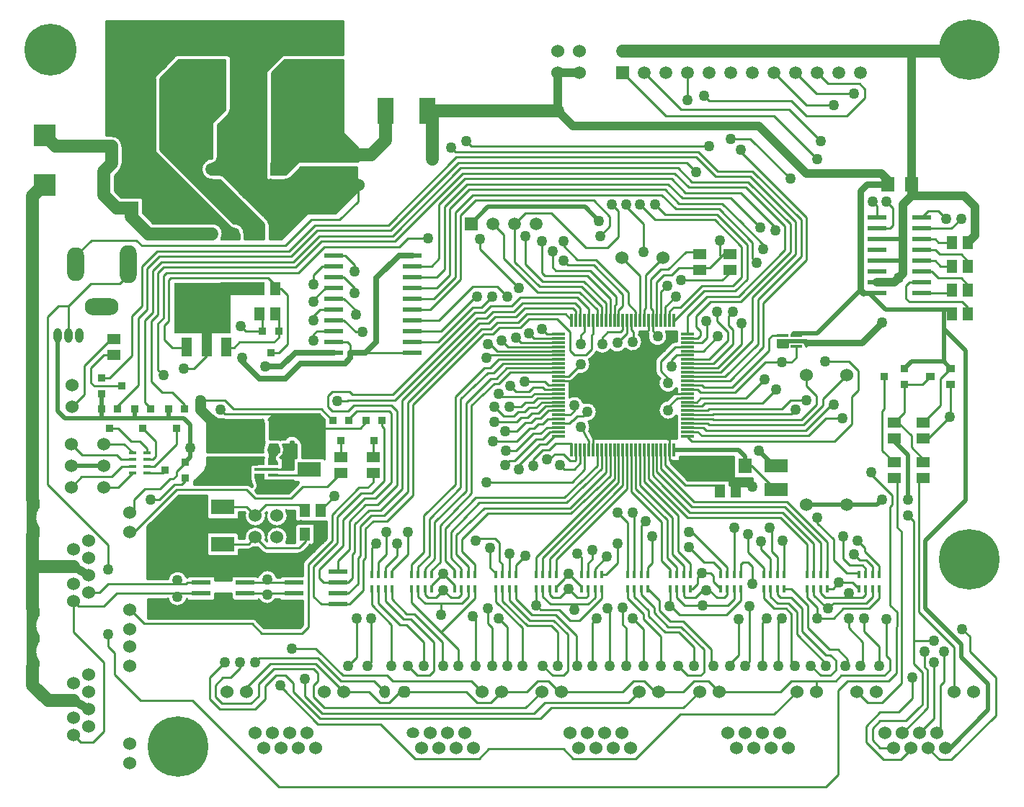
<source format=gtl>
%FSLAX23Y23*%
%MOIN*%
G70*
G01*
G75*
G04 Layer_Physical_Order=1*
%ADD10C,0.010*%
%ADD11R,0.039X0.033*%
%ADD12R,0.039X0.033*%
%ADD13R,0.037X0.035*%
%ADD14R,0.037X0.035*%
%ADD15R,0.059X0.051*%
%ADD16R,0.085X0.024*%
%ADD17R,0.106X0.071*%
%ADD18R,0.049X0.014*%
%ADD19R,0.035X0.037*%
%ADD20R,0.035X0.037*%
%ADD21R,0.047X0.087*%
%ADD22R,0.047X0.087*%
%ADD23R,0.134X0.087*%
%ADD24R,0.018X0.035*%
%ADD25R,0.053X0.014*%
%ADD26R,0.087X0.024*%
%ADD27R,0.087X0.024*%
%ADD28R,0.063X0.012*%
%ADD29R,0.012X0.063*%
%ADD30R,0.035X0.018*%
%ADD31R,0.106X0.071*%
%ADD32R,0.051X0.059*%
%ADD33R,0.106X0.063*%
%ADD34R,0.063X0.071*%
%ADD35R,0.100X0.100*%
%ADD36R,0.063X0.071*%
%ADD37R,0.077X0.124*%
%ADD38R,0.120X0.220*%
%ADD39R,0.150X0.114*%
%ADD40C,0.020*%
%ADD41C,0.040*%
%ADD42C,0.060*%
%ADD43C,0.030*%
%ADD44C,0.050*%
%ADD45C,0.023*%
%ADD46C,0.080*%
%ADD47C,0.011*%
%ADD48C,0.013*%
%ADD49C,0.016*%
%ADD50C,0.047*%
%ADD51C,0.025*%
%ADD52R,0.262X0.237*%
%ADD53C,0.060*%
%ADD54C,0.059*%
%ADD55C,0.240*%
%ADD56C,0.280*%
%ADD57C,0.059*%
%ADD58O,0.157X0.079*%
%ADD59O,0.079X0.157*%
%ADD60O,0.079X0.177*%
%ADD61O,0.050X0.060*%
%ADD62O,0.060X0.055*%
%ADD63O,0.060X0.050*%
%ADD64O,0.039X0.067*%
%ADD65R,0.059X0.059*%
%ADD66R,0.059X0.059*%
%ADD67C,0.050*%
D10*
X1095Y2288D02*
G03*
X1095Y2198I65J-45D01*
G01*
Y1788D02*
G03*
X1095Y1698I65J-45D01*
G01*
Y1668D02*
G03*
X1095Y1578I65J-45D01*
G01*
X3971Y2888D02*
G03*
X4048Y2840I39J-23D01*
G01*
Y2821D02*
G03*
X4034Y2814I4J-25D01*
G01*
X4048Y2821D02*
G03*
X4034Y2814I4J-25D01*
G01*
X4042Y3057D02*
G03*
X4024Y3050I0J-25D01*
G01*
X4004Y2784D02*
G03*
X4048Y2714I6J-45D01*
G01*
X4042Y3057D02*
G03*
X4024Y3050I0J-25D01*
G01*
X4006Y3080D02*
G03*
X4000Y3103I-45J0D01*
G01*
X3918Y3092D02*
G03*
X4006Y3080I43J-12D01*
G01*
X3913Y3103D02*
G03*
X3918Y3092I25J5D01*
G01*
X3913Y3103D02*
G03*
X3918Y3092I25J5D01*
G01*
X3957Y2983D02*
G03*
X3950Y2965I18J-18D01*
G01*
X3957Y2983D02*
G03*
X3950Y2965I18J-18D01*
G01*
Y2920D02*
G03*
X3957Y2902I25J0D01*
G01*
X3950Y2920D02*
G03*
X3957Y2902I25J0D01*
G01*
X4252Y2415D02*
G03*
X4248Y2415I-5J-25D01*
G01*
X3890Y3055D02*
G03*
X3875Y3089I-45J0D01*
G01*
X3812Y3024D02*
G03*
X3890Y3055I33J31D01*
G01*
X3742Y3019D02*
G03*
X3812Y3024I33J31D01*
G01*
X3678Y3009D02*
G03*
X3742Y3019I27J36D01*
G01*
X3673Y3002D02*
G03*
X3678Y3009I-18J18D01*
G01*
X3673Y3002D02*
G03*
X3678Y3009I-18J18D01*
G01*
X3644Y2974D02*
G03*
X3648Y2977I-14J21D01*
G01*
X3650Y2951D02*
G03*
X3644Y2974I-45J0D01*
G01*
X3596Y2907D02*
G03*
X3650Y2951I9J44D01*
G01*
X3644Y2974D02*
G03*
X3648Y2977I-14J21D01*
G01*
X3552Y2870D02*
G03*
X3566Y2877I-4J25D01*
G01*
X3552Y2870D02*
G03*
X3566Y2877I-4J25D01*
G01*
X3680Y2730D02*
G03*
X3618Y2772I-45J0D01*
G01*
G03*
X3552Y2799I-43J-12D01*
G01*
X3642Y2686D02*
G03*
X3680Y2730I-7J44D01*
G01*
X3650Y2660D02*
G03*
X3642Y2686I-45J0D01*
G01*
X3645Y2640D02*
G03*
X3650Y2660I-40J20D01*
G01*
X2210Y2555D02*
G03*
X2207Y2566I-20J0D01*
G01*
X2203Y2580D02*
G03*
X2207Y2566I25J0D01*
G01*
X2201Y2538D02*
G03*
X2210Y2555I-11J17D01*
G01*
X2201Y2538D02*
G03*
X2200Y2497I14J-21D01*
G01*
X2201Y2538D02*
G03*
X2200Y2497I14J-21D01*
G01*
X2164Y2511D02*
G03*
X2165Y2517I-24J7D01*
G01*
X2110Y2395D02*
G03*
X2105Y2410I-25J0D01*
G01*
Y2413D02*
G03*
X2100Y2428I-25J0D01*
G01*
X2110Y2395D02*
G03*
X2105Y2410I-25J0D01*
G01*
X2110Y2395D02*
G03*
X2105Y2410I-25J0D01*
G01*
X2100Y2365D02*
G03*
X2110Y2385I-15J20D01*
G01*
X2100Y2365D02*
G03*
X2110Y2385I-15J20D01*
G01*
X2080Y2410D02*
G03*
X2085Y2395I25J0D01*
G01*
X2080Y2410D02*
G03*
X2085Y2395I25J0D01*
G01*
X2078Y2388D02*
G03*
X2060Y2395I-18J-18D01*
G01*
X2078Y2388D02*
G03*
X2060Y2395I-18J-18D01*
G01*
X1868Y2462D02*
G03*
X1875Y2480I-18J18D01*
G01*
X1868Y2462D02*
G03*
X1875Y2480I-18J18D01*
G01*
X2215Y2518D02*
G03*
X2235Y2555I-25J37D01*
G01*
X2215Y2518D02*
G03*
X2235Y2555I-25J37D01*
G01*
G03*
X2228Y2580I-45J0D01*
G01*
X2235Y2555D02*
G03*
X2228Y2580I-45J0D01*
G01*
X2215Y2601D02*
G03*
X2203Y2605I-13J-22D01*
G01*
X2215Y2601D02*
G03*
X2203Y2605I-13J-22D01*
G01*
X2228D02*
G03*
X2215Y2601I0J-25D01*
G01*
X2228Y2605D02*
G03*
X2215Y2601I0J-25D01*
G01*
X2228Y2605D02*
G03*
X2215Y2601I0J-25D01*
G01*
X2262Y2620D02*
G03*
X2239Y2605I0J-25D01*
G01*
X2262Y2620D02*
G03*
X2239Y2605I0J-25D01*
G01*
X2315Y2581D02*
G03*
X2300Y2604I-25J0D01*
G01*
G03*
X2277Y2620I-23J-9D01*
G01*
X2300Y2604D02*
G03*
X2277Y2620I-23J-9D01*
G01*
X2315Y2581D02*
G03*
X2300Y2604I-25J0D01*
G01*
X1875Y2695D02*
G03*
X1868Y2713I-25J0D01*
G01*
X1875Y2695D02*
G03*
X1868Y2713I-25J0D01*
G01*
X1903Y2714D02*
G03*
X1951Y2696I37J26D01*
G01*
X2140Y2576D02*
G03*
X2136Y2545I40J-21D01*
G01*
X1951Y2696D02*
G03*
X1960Y2695I9J24D01*
G01*
X1951Y2696D02*
G03*
X1960Y2695I9J24D01*
G01*
X2143Y2592D02*
G03*
X2140Y2580I22J-13D01*
G01*
X2143Y2592D02*
G03*
X2140Y2580I22J-13D01*
G01*
Y2605D02*
G03*
X2143Y2592I25J0D01*
G01*
X2140Y2605D02*
G03*
X2143Y2592I25J0D01*
G01*
X2135Y2695D02*
G03*
X2140Y2680I25J0D01*
G01*
X2135Y2695D02*
G03*
X2140Y2680I25J0D01*
G01*
X1782Y1965D02*
G03*
X1696Y1958I-42J-15D01*
G01*
X2113Y1972D02*
G03*
X2111Y1965I42J-17D01*
G01*
X2199D02*
G03*
X2113Y1972I-44J-10D01*
G01*
X2132Y2082D02*
G03*
X2150Y2075I18J18D01*
G01*
X2132Y2082D02*
G03*
X2150Y2075I18J18D01*
G01*
X2068Y2093D02*
G03*
X2086Y2101I0J25D01*
G01*
X2068Y2093D02*
G03*
X2086Y2101I0J25D01*
G01*
X2087Y2102D02*
G03*
X2113Y2102I13J48D01*
G01*
X2243Y2125D02*
G03*
X2250Y2150I-43J25D01*
G01*
X2148Y2137D02*
G03*
X2150Y2150I-48J13D01*
G01*
G03*
X2153Y2132I50J0D01*
G01*
X2327Y2043D02*
G03*
X2320Y2025I18J-18D01*
G01*
X2327Y2043D02*
G03*
X2320Y2025I18J-18D01*
G01*
X2303Y2075D02*
G03*
X2320Y2082I0J25D01*
G01*
X2303Y2075D02*
G03*
X2320Y2082I0J25D01*
G01*
X2350Y2112D02*
G03*
X2353Y2115I-18J18D01*
G01*
X2350Y2112D02*
G03*
X2353Y2115I-18J18D01*
G01*
X2100Y2200D02*
G03*
X2050Y2143I0J-50D01*
G01*
X2150Y2150D02*
G03*
X2100Y2200I-50J0D01*
G01*
X2200D02*
G03*
X2150Y2150I0J-50D01*
G01*
X2250D02*
G03*
X2200Y2200I-50J0D01*
G01*
X2052Y2263D02*
G03*
X2100Y2200I48J-13D01*
G01*
G03*
X2150Y2250I0J50D01*
G01*
G03*
X2200Y2200I50J0D01*
G01*
X2150Y2250D02*
G03*
X2148Y2263I-50J0D01*
G01*
X2200Y2200D02*
G03*
X2250Y2250I0J50D01*
G01*
X2153Y2268D02*
G03*
X2150Y2250I47J-18D01*
G01*
X2250D02*
G03*
X2243Y2275I-50J0D01*
G01*
X2308Y2225D02*
G03*
X2317Y2225I5J25D01*
G01*
X1696Y1865D02*
G03*
X1784Y1865I44J10D01*
G01*
X2103Y1768D02*
G03*
X2085Y1775I-18J-18D01*
G01*
X2103Y1768D02*
G03*
X2085Y1775I-18J-18D01*
G01*
X2116Y1863D02*
G03*
X2195Y1865I39J22D01*
G01*
X2050Y3555D02*
G03*
X2000Y3605I-50J-0D01*
G01*
X1900Y3905D02*
G03*
X1900Y3805I0J-50D01*
G01*
X1470Y3845D02*
G03*
X1485Y3880I-35J35D01*
G01*
X1470Y3845D02*
G03*
X1485Y3880I-35J35D01*
G01*
Y3960D02*
G03*
X1435Y4010I-50J0D01*
G01*
X1485Y3960D02*
G03*
X1435Y4010I-50J0D01*
G01*
X1485Y3960D02*
G03*
X1435Y4010I-50J0D01*
G01*
X1635Y3945D02*
G03*
X1642Y3927I25J0D01*
G01*
X1635Y3945D02*
G03*
X1642Y3927I25J0D01*
G01*
X1950Y3555D02*
G03*
X1900Y3605I-50J0D01*
G01*
Y3880D02*
G03*
X1900Y3830I0J-25D01*
G01*
Y3880D02*
G03*
X1925Y3905I0J25D01*
G01*
X1900Y3880D02*
G03*
X1925Y3905I0J25D01*
G01*
X1642Y4293D02*
G03*
X1635Y4275I18J-18D01*
G01*
X1642Y4293D02*
G03*
X1635Y4275I18J-18D01*
G01*
X1745Y4385D02*
G03*
X1727Y4378I0J-25D01*
G01*
X1745Y4385D02*
G03*
X1727Y4378I0J-25D01*
G01*
X1943Y3530D02*
G03*
X1950Y3555I-43J25D01*
G01*
X1983Y3587D02*
G03*
X2000Y3580I18J18D01*
G01*
X1983Y3587D02*
G03*
X2000Y3580I18J18D01*
G01*
X2025Y3555D02*
G03*
X2025Y3551I25J0D01*
G01*
X2025Y3555D02*
G03*
X2000Y3580I-25J-0D01*
G01*
X2040Y3735D02*
G03*
X2037Y3739I-35J-35D01*
G01*
X2165Y3600D02*
G03*
X2158Y3618I-25J0D01*
G01*
X2165Y3600D02*
G03*
X2158Y3618I-25J0D01*
G01*
X2139Y3637D02*
G03*
X2135Y3640I-39J-32D01*
G01*
X2139Y3637D02*
G03*
X2135Y3640I-39J-32D01*
G01*
X2040Y3735D02*
G03*
X2037Y3739I-35J-35D01*
G01*
X1953Y3823D02*
G03*
X1935Y3830I-18J-18D01*
G01*
X2170Y3805D02*
G03*
X2175Y3805I5J25D01*
G01*
X2170Y3805D02*
G03*
X2175Y3805I5J25D01*
G01*
X2240D02*
G03*
X2245Y3805I0J25D01*
G01*
X2240Y3805D02*
G03*
X2245Y3805I0J25D01*
G01*
G03*
X2250Y3807I-5J25D01*
G01*
X2245Y3805D02*
G03*
X2250Y3807I-5J25D01*
G01*
G03*
X2258Y3812I-10J23D01*
G01*
X2250Y3807D02*
G03*
X2258Y3812I-10J23D01*
G01*
X1953Y3823D02*
G03*
X1935Y3830I-18J-18D01*
G01*
X1978Y4112D02*
G03*
X1984Y4122I-18J18D01*
G01*
X1978Y4112D02*
G03*
X1984Y4122I-18J18D01*
G01*
G03*
X1985Y4130I-24J8D01*
G01*
X1984Y4122D02*
G03*
X1985Y4130I-24J8D01*
G01*
X2150Y3830D02*
G03*
X2150Y3825I25J0D01*
G01*
X2150Y3830D02*
G03*
X2150Y3825I25J0D01*
G01*
X2157Y4318D02*
G03*
X2150Y4300I18J-18D01*
G01*
X1972Y4382D02*
G03*
X1960Y4385I-12J-22D01*
G01*
X1972Y4382D02*
G03*
X1960Y4385I-12J-22D01*
G01*
X2157Y4318D02*
G03*
X2150Y4300I18J-18D01*
G01*
X2223Y4382D02*
G03*
X2217Y4378I12J-22D01*
G01*
X2223Y4382D02*
G03*
X2217Y4378I12J-22D01*
G01*
X2235Y4385D02*
G03*
X2223Y4382I0J-25D01*
G01*
X2235Y4385D02*
G03*
X2223Y4382I0J-25D01*
G01*
X1810Y1395D02*
X2210Y995D01*
X1570Y1395D02*
X1810D01*
X1450Y1515D02*
X1570Y1395D01*
X1450Y1515D02*
Y1615D01*
X1420Y1645D02*
X1450Y1615D01*
X1420Y1645D02*
Y1700D01*
Y2000D02*
Y2115D01*
X1140Y2395D02*
X1420Y2115D01*
X1140Y2395D02*
Y3170D01*
X1190Y3220D01*
X1235D01*
X2210Y995D02*
X4740D01*
X4795Y1050D01*
Y1440D01*
X4840Y1485D01*
X5085Y2180D02*
X5090Y2175D01*
Y1475D02*
Y2175D01*
X5085Y1470D02*
X5090Y1475D01*
X4840Y1485D02*
X5030D01*
X5065Y1520D01*
Y1735D01*
X5068Y1737D01*
Y1803D01*
X5035Y1835D02*
X5068Y1803D01*
X5035Y1835D02*
Y2290D01*
X5045Y2300D01*
Y2345D01*
X4950Y2440D02*
X5045Y2345D01*
X4950Y2440D02*
Y2450D01*
X4602Y2982D02*
Y3034D01*
X4580Y2960D02*
X4602Y2982D01*
X4460Y2960D02*
X4580D01*
X4320Y2820D02*
X4460Y2960D01*
X5055Y2423D02*
X5070Y2408D01*
Y2195D02*
Y2408D01*
Y2195D02*
X5085Y2180D01*
X4491Y3086D02*
X4538D01*
X4475Y3070D02*
X4491Y3086D01*
X4475Y3015D02*
Y3070D01*
X4305Y2845D02*
X4475Y3015D01*
X4345Y3935D02*
Y3945D01*
Y3935D02*
X4650Y3630D01*
Y3435D02*
Y3630D01*
X4450Y3235D02*
X4650Y3435D01*
X4450Y3030D02*
Y3235D01*
X4295Y2875D02*
X4450Y3030D01*
X1260Y1233D02*
X1293Y1200D01*
X1350D01*
X1400Y1250D01*
Y1570D01*
X1260Y1710D02*
X1400Y1570D01*
X1260Y1710D02*
Y1853D01*
X1330Y1893D02*
X1378D01*
X1418Y1933D01*
X1778D01*
X1260Y1853D02*
X1283Y1830D01*
X1400D01*
X1460Y1890D01*
X1848D01*
X1095Y2288D02*
Y2325D01*
X1045Y2192D02*
X1095D01*
X1045Y2184D02*
X1095D01*
X1045Y2176D02*
X1095D01*
X1088Y2275D02*
Y2325D01*
X1045Y2216D02*
X1086D01*
X1045Y2208D02*
X1089D01*
X1045Y2168D02*
X1095D01*
X1088Y2155D02*
Y2210D01*
X1080Y2155D02*
Y2325D01*
X1095Y2155D02*
Y2198D01*
X1045Y2160D02*
X1095D01*
X1072Y2155D02*
Y2325D01*
X1064Y2155D02*
Y2325D01*
X1056Y2155D02*
Y2325D01*
X1048Y2155D02*
Y2325D01*
X1045D02*
X1095D01*
X1045Y2320D02*
X1095D01*
X1045Y2312D02*
X1095D01*
X1045Y2304D02*
X1095D01*
X1045Y2296D02*
X1095D01*
X1045Y2288D02*
X1095D01*
X1045Y2280D02*
X1090D01*
X1045Y2272D02*
X1087D01*
X1045Y2264D02*
X1084D01*
X1045Y2256D02*
X1082D01*
X1045Y2224D02*
X1083D01*
X1045Y2200D02*
X1094D01*
X1045Y2155D02*
X1095D01*
X1045D02*
Y2325D01*
Y2248D02*
X1081D01*
X1045Y2240D02*
X1081D01*
X1045Y2232D02*
X1082D01*
X1095Y1788D02*
Y1820D01*
X1088Y1775D02*
Y1820D01*
Y1655D02*
Y1710D01*
X1095Y1668D02*
Y1698D01*
X1045Y1648D02*
X1085D01*
X1045Y1592D02*
X1087D01*
X1045Y1640D02*
X1083D01*
X1045Y1632D02*
X1082D01*
X1045Y1624D02*
X1081D01*
X1045Y1616D02*
X1081D01*
X1045Y1608D02*
X1082D01*
X1045Y1600D02*
X1084D01*
X1095Y1555D02*
Y1578D01*
X1045Y1584D02*
X1091D01*
X1045Y1576D02*
X1095D01*
X1045Y1568D02*
X1095D01*
X1045Y1560D02*
X1095D01*
X1080Y1555D02*
Y1820D01*
X1072Y1555D02*
Y1820D01*
X1064Y1555D02*
Y1820D01*
X1088Y1555D02*
Y1590D01*
X1056Y1555D02*
Y1820D01*
X1048Y1555D02*
Y1820D01*
X1045D02*
X1095D01*
X1045Y1816D02*
X1095D01*
X1045Y1808D02*
X1095D01*
X1045Y1800D02*
X1095D01*
X1045Y1792D02*
X1095D01*
X1045Y1784D02*
X1093D01*
X1045Y1776D02*
X1088D01*
X1045Y1768D02*
X1085D01*
X1045Y1760D02*
X1083D01*
X1045Y1752D02*
X1082D01*
X1045Y1744D02*
X1081D01*
X1045Y1736D02*
X1081D01*
X1045Y1704D02*
X1091D01*
X1045Y1696D02*
X1095D01*
X1045Y1688D02*
X1095D01*
X1045Y1680D02*
X1095D01*
X1045Y1672D02*
X1095D01*
X1045Y1555D02*
X1095D01*
X1045Y1728D02*
X1082D01*
X1045Y1555D02*
Y1820D01*
Y1720D02*
X1084D01*
X1045Y1712D02*
X1087D01*
X1045Y1664D02*
X1093D01*
X1045Y1656D02*
X1088D01*
X1538Y1797D02*
Y1813D01*
Y1797D02*
X1585Y1750D01*
X2085D01*
X1538Y2263D02*
Y2323D01*
X1590Y2375D01*
X1660D01*
X1705Y2420D01*
X1720D01*
X1735Y2435D01*
Y2455D01*
X1615Y2325D02*
X1655D01*
X1725Y2395D01*
X1760D01*
X1776Y2411D01*
Y2423D01*
X1620Y2870D02*
X1670Y2820D01*
X1715D01*
X1772Y2763D01*
Y2746D02*
Y2763D01*
X1650Y2925D02*
X1675Y2900D01*
X1650Y2925D02*
Y3140D01*
X1772Y2746D02*
Y2748D01*
Y2746D02*
Y2748D01*
X1590Y2775D02*
X1617Y2748D01*
Y2746D02*
Y2748D01*
X1462Y2757D02*
X1560Y2855D01*
X1462Y2746D02*
Y2757D01*
X1427Y2887D02*
X1530Y2990D01*
X1389Y2887D02*
X1427D01*
X1398Y2993D02*
X1445D01*
X1340Y2935D02*
X1398Y2993D01*
X1340Y2865D02*
Y2935D01*
Y2865D02*
X1355Y2850D01*
X1481D01*
X1398Y2381D02*
X1466D01*
X1532Y2447D01*
Y2448D01*
X1248Y2381D02*
X1297Y2430D01*
X1435D01*
X1484Y2479D01*
X1532D01*
X1248Y2581D02*
X1299Y2530D01*
X1460D01*
X1479Y2511D01*
X1481D01*
X1398Y2581D02*
X1494D01*
X1532Y2543D01*
Y2542D02*
Y2543D01*
X1425Y2654D02*
X1466D01*
X1525Y2595D01*
X1565D01*
X1598Y2562D01*
Y2542D02*
Y2562D01*
X1580Y2654D02*
X1640Y2594D01*
Y2525D02*
Y2594D01*
X1310Y2945D02*
X1432Y3067D01*
X1310Y2810D02*
Y2945D01*
X1254Y2754D02*
X1310Y2810D01*
X1252Y2754D02*
X1254D01*
X1530Y2990D02*
Y3175D01*
X1680Y3065D02*
Y3130D01*
X1700Y3150D01*
Y3340D01*
X1710Y3350D01*
X2160D01*
X1690Y3375D02*
X2300D01*
X1675Y3360D02*
X1690Y3375D01*
X1675Y3165D02*
Y3360D01*
X1650Y3140D02*
X1675Y3165D01*
X1620Y2870D02*
Y3150D01*
X1650Y3180D01*
Y3375D01*
X1675Y3400D01*
X2285D01*
X1590Y2775D02*
Y3155D01*
X1625Y3190D01*
Y3385D01*
X1665Y3425D01*
X2275D01*
X1560Y3165D02*
X1600Y3205D01*
Y3305D01*
Y3395D01*
X1655Y3450D01*
X2265D01*
X1645Y3475D02*
X2255D01*
X1575Y3405D02*
X1645Y3475D01*
X1575Y3220D02*
Y3405D01*
X1530Y3175D02*
X1575Y3220D01*
X1474Y3325D02*
X1514Y3365D01*
X5120Y2250D02*
X5145Y2225D01*
Y1565D02*
Y2225D01*
X5405Y1620D02*
X5525Y1500D01*
X5405Y1620D02*
Y1690D01*
X5170Y2403D02*
X5190Y2423D01*
X5170Y1805D02*
Y2403D01*
Y1805D02*
X5334Y1641D01*
X5000Y2552D02*
X5055Y2497D01*
X5000Y2552D02*
Y2735D01*
X5009Y2744D01*
Y2895D01*
X5055Y2682D02*
X5101Y2729D01*
Y2858D01*
X5135Y2567D02*
X5190Y2512D01*
X5135Y2567D02*
Y2620D01*
X5073Y2682D02*
X5135Y2620D01*
X5055Y2682D02*
X5073D01*
X5190Y2608D02*
X5213D01*
X5317Y2712D01*
Y2858D01*
X5190Y2682D02*
X5270Y2762D01*
Y2885D01*
X5317Y2932D01*
X5055Y2423D02*
X5078D01*
X5185Y2858D02*
X5223Y2895D01*
X5101Y2858D02*
X5185D01*
X4175Y4195D02*
X4200Y4170D01*
X4580D01*
X4650Y4100D01*
X4835D01*
X4920Y4185D01*
Y4225D01*
X4895Y4250D02*
X4920Y4225D01*
X4750Y4250D02*
X4895D01*
X4700Y4300D02*
X4750Y4250D01*
X4048Y3097D02*
Y3103D01*
X4042D02*
X4048D01*
Y3078D02*
Y3097D01*
Y3078D02*
Y3097D01*
Y3065D02*
Y3078D01*
Y3065D02*
Y3078D01*
Y3065D02*
Y3078D01*
Y3058D02*
Y3065D01*
Y3058D02*
Y3065D01*
Y2829D02*
Y2840D01*
X4042Y3057D02*
X4048D01*
Y2829D02*
Y2840D01*
Y2822D02*
Y2829D01*
Y2711D02*
Y2714D01*
X4003Y3096D02*
X4048D01*
X4005Y3088D02*
X4048D01*
X4006Y3080D02*
X4048D01*
X4005Y3072D02*
X4048D01*
X4023Y3103D02*
X4042D01*
X4023D02*
X4042D01*
X4003Y3064D02*
X4048D01*
X4041Y2832D02*
X4048D01*
X4029Y2824D02*
X4048D01*
Y2711D02*
Y2714D01*
Y2711D02*
Y2714D01*
Y2704D02*
Y2711D01*
Y2704D02*
Y2711D01*
Y2691D02*
Y2704D01*
Y2691D02*
Y2704D01*
Y2691D02*
Y2704D01*
Y2684D02*
Y2691D01*
Y2684D02*
Y2691D01*
Y2672D02*
Y2684D01*
Y2672D02*
Y2684D01*
Y2672D02*
Y2684D01*
Y2664D02*
Y2672D01*
Y2664D02*
Y2672D01*
X4038Y2704D02*
X4048D01*
X4023Y2696D02*
X4048D01*
Y2652D02*
Y2664D01*
Y2652D02*
Y2664D01*
Y2652D02*
Y2664D01*
Y2645D02*
Y2652D01*
Y2645D02*
Y2652D01*
Y2632D02*
Y2645D01*
Y2632D02*
Y2645D01*
Y2632D02*
Y2645D01*
Y2613D02*
Y2632D01*
Y2613D02*
Y2632D01*
Y2607D02*
Y2613D01*
X4023Y2607D02*
X4048D01*
X4010Y3103D02*
X4023D01*
X4010D02*
X4023D01*
X4010D02*
X4023D01*
X4003D02*
X4010D01*
X4003D02*
X4010D01*
X4000D02*
X4003D01*
X4000D02*
X4003D01*
X4040Y3057D02*
Y3103D01*
X4032Y3055D02*
Y3103D01*
X4024Y3049D02*
Y3103D01*
X4016Y3041D02*
Y3103D01*
X4008Y3033D02*
Y3103D01*
X3999Y3056D02*
X4035D01*
X3993Y3048D02*
X4023D01*
X3982Y3040D02*
X4015D01*
X4000Y3103D02*
X4003D01*
X4000Y3025D02*
Y3058D01*
X3957Y2983D02*
X4024Y3050D01*
X3992Y3017D02*
Y3047D01*
X3984Y3009D02*
Y3041D01*
X3976Y3001D02*
Y3038D01*
X3952Y2975D02*
Y3036D01*
X3968Y2993D02*
Y3036D01*
X4040Y2818D02*
Y2831D01*
X4032Y2811D02*
Y2826D01*
X4040Y2607D02*
Y2705D01*
X4004Y2784D02*
X4034Y2814D01*
X4024Y2803D02*
Y2822D01*
X4016Y2795D02*
Y2820D01*
X4008Y2787D02*
Y2820D01*
X4032Y2607D02*
Y2700D01*
X4024Y2607D02*
Y2696D01*
X4010Y2607D02*
X4023D01*
X4010D02*
X4023D01*
X4016D02*
Y2694D01*
X4008Y2607D02*
Y2694D01*
X4003Y2607D02*
X4010D01*
X3960Y2985D02*
Y3035D01*
X3957Y2902D02*
X3971Y2888D01*
X3950Y2920D02*
Y2965D01*
X3992Y2780D02*
Y2824D01*
X3984Y2776D02*
Y2828D01*
X4000Y2783D02*
Y2821D01*
X3968Y2881D02*
Y2892D01*
Y2755D02*
Y2849D01*
X3976Y2768D02*
Y2836D01*
X4314Y2425D02*
Y2525D01*
X4288Y2415D02*
Y2525D01*
X4280Y2415D02*
Y2525D01*
X4272Y2415D02*
Y2525D01*
X4264Y2415D02*
Y2525D01*
X4256Y2415D02*
Y2525D01*
X4248Y2415D02*
Y2525D01*
X4312Y2390D02*
Y2525D01*
X4304Y2390D02*
Y2525D01*
X4296Y2390D02*
Y2525D01*
X4240Y2415D02*
Y2525D01*
X4232Y2415D02*
Y2525D01*
X4224Y2415D02*
Y2525D01*
X4216Y2415D02*
Y2525D01*
X4062Y2526D02*
X4314Y2525D01*
X4062Y2520D02*
X4314D01*
X4062Y2512D02*
X4314D01*
X4022Y2504D02*
X4314D01*
X4027Y2488D02*
X4314D01*
X4022Y2496D02*
X4314D01*
X4035Y2480D02*
X4314D01*
X4208Y2415D02*
Y2525D01*
X4200Y2415D02*
Y2525D01*
X4192Y2415D02*
Y2525D01*
X4043Y2472D02*
X4314D01*
X4184Y2415D02*
Y2525D01*
X4176Y2415D02*
Y2525D01*
X4168Y2415D02*
Y2525D01*
X4400Y2390D02*
Y2425D01*
X4314D02*
X4400D01*
X4392Y2390D02*
Y2425D01*
X4293Y2408D02*
X4400D01*
X4384Y2390D02*
Y2425D01*
X4376Y2390D02*
Y2425D01*
X4368Y2390D02*
Y2425D01*
X4360Y2390D02*
Y2425D01*
X4352Y2390D02*
Y2425D01*
X4344Y2390D02*
Y2425D01*
X4336Y2390D02*
Y2425D01*
X4328Y2390D02*
Y2425D01*
X4320Y2390D02*
Y2425D01*
X4293Y2390D02*
Y2415D01*
X4059Y2456D02*
X4314D01*
X4051Y2464D02*
X4314D01*
X4091Y2424D02*
X4400D01*
X4067Y2448D02*
X4314D01*
X4083Y2432D02*
X4314D01*
X4075Y2440D02*
X4314D01*
X4252Y2415D02*
X4293D01*
Y2400D02*
X4400D01*
X4099Y2416D02*
X4400D01*
X4293Y2392D02*
X4400D01*
X4100Y2415D02*
X4248D01*
X4293Y2390D02*
X4400D01*
X4000Y2607D02*
Y2695D01*
X3992Y2607D02*
Y2698D01*
X3983Y2607D02*
X4003D01*
X3983D02*
X4003D01*
X3984D02*
Y2702D01*
X3976Y2607D02*
Y2710D01*
X3971Y2607D02*
X3983D01*
X3971D02*
X3983D01*
X3971D02*
X3983D01*
X3964D02*
X3971D01*
X3964D02*
X3971D01*
X3960D02*
Y2900D01*
X3952Y2607D02*
Y2910D01*
X3968Y2607D02*
Y2723D01*
X3951Y2607D02*
X3964D01*
X3951D02*
X3964D01*
X3951D02*
X3964D01*
X3944D02*
X3951D01*
X3944D02*
Y3038D01*
X3936Y2607D02*
Y3043D01*
X3944Y2607D02*
X3951D01*
X3932D02*
X3944D01*
X3932D02*
X3944D01*
X3932D02*
X3944D01*
X3924D02*
X3932D01*
X3928D02*
Y3049D01*
X3920Y2607D02*
Y3061D01*
X3924Y2607D02*
X3932D01*
X4160Y2415D02*
Y2525D01*
X4096Y2419D02*
Y2526D01*
X4088Y2427D02*
Y2526D01*
X4080Y2435D02*
Y2526D01*
X4072Y2443D02*
Y2526D01*
X4062Y2504D02*
Y2526D01*
X4064Y2451D02*
Y2526D01*
X4152Y2415D02*
Y2525D01*
X4144Y2415D02*
Y2526D01*
X4136Y2415D02*
Y2526D01*
X4128Y2415D02*
Y2526D01*
X4120Y2415D02*
Y2526D01*
X4112Y2415D02*
Y2526D01*
X4104Y2415D02*
Y2526D01*
X4023Y2504D02*
X4062D01*
X3912Y2607D02*
X3924D01*
X4024Y2491D02*
Y2504D01*
X4022Y2494D02*
Y2504D01*
X3912Y2607D02*
X3924D01*
X3912D02*
X3924D01*
X3905D02*
X3912D01*
X4056Y2459D02*
Y2504D01*
X4048Y2467D02*
Y2504D01*
X4038Y2478D02*
X4100Y2415D01*
X4040Y2475D02*
Y2504D01*
X4032Y2483D02*
Y2504D01*
X4022Y2494D02*
X4038Y2478D01*
X3875Y3096D02*
X3915D01*
X3876Y3088D02*
X3917D01*
X3887Y3072D02*
X3917D01*
X3882Y3080D02*
X3916D01*
X3905Y3103D02*
X3912D01*
X3885D02*
X3905D01*
X3885D02*
X3905D01*
X3890Y3056D02*
X3923D01*
X3889Y3048D02*
X3929D01*
X3887Y3040D02*
X3940D01*
X3884Y3032D02*
X4007D01*
X3888Y3068D02*
Y3103D01*
X3889Y3064D02*
X3919D01*
X3878Y3024D02*
X3999D01*
X3867Y3016D02*
X3991D01*
X3791Y3008D02*
X3983D01*
X3705Y3000D02*
X3975D01*
X3875Y3103D02*
X3885D01*
X3662Y2992D02*
X3967D01*
X3654Y2984D02*
X3959D01*
X3646Y2976D02*
X3953D01*
X3649Y2960D02*
X3950D01*
X3647Y2968D02*
X3950D01*
X3650Y2952D02*
X3950D01*
X3649Y2944D02*
X3950D01*
X3647Y2936D02*
X3950D01*
X3613Y2784D02*
X4005D01*
X3607Y2792D02*
X4013D01*
X3659Y2768D02*
X3976D01*
X3617Y2776D02*
X3984D01*
X3644Y2928D02*
X3950D01*
X3638Y2920D02*
X3950D01*
X3627Y2912D02*
X3951D01*
X3674Y2752D02*
X3967D01*
X3669Y2760D02*
X3970D01*
X3679Y2720D02*
X3969D01*
X3676Y2712D02*
X3974D01*
X3680Y2736D02*
X3965D01*
X3678Y2744D02*
X3965D01*
X3680Y2728D02*
X3966D01*
X3585Y2896D02*
X3964D01*
X3577Y2888D02*
X3971D01*
X3569Y2880D02*
X3968D01*
X3560Y2872D02*
X3966D01*
X3593Y2904D02*
X3956D01*
X3552Y2864D02*
X3965D01*
X3552Y2856D02*
X3966D01*
X3552Y2824D02*
X3991D01*
X3552Y2816D02*
X4037D01*
X3596Y2800D02*
X4021D01*
X3552Y2808D02*
X4029D01*
X3552Y2848D02*
X3968D01*
X3552Y2840D02*
X3973D01*
X3552Y2832D02*
X3979D01*
X3875Y3103D02*
X3885D01*
X3875D02*
X3885D01*
X3880Y3083D02*
Y3103D01*
X3875Y3089D02*
Y3100D01*
X3804Y3016D02*
X3823D01*
X3739D02*
X3746D01*
X3731Y3008D02*
X3759D01*
X3680Y2730D02*
Y3008D01*
X3670Y3000D02*
X3705D01*
X3672Y2756D02*
Y3002D01*
X3648Y2977D02*
X3673Y3002D01*
X3648Y2964D02*
Y2978D01*
X3608Y2791D02*
Y2906D01*
X3664Y2764D02*
Y2994D01*
X3656Y2770D02*
Y2986D01*
X3648Y2773D02*
Y2938D01*
X3640Y2775D02*
Y2923D01*
X3632Y2775D02*
Y2915D01*
X3624Y2774D02*
Y2910D01*
X3616Y2779D02*
Y2907D01*
X3566Y2877D02*
X3596Y2907D01*
X3552Y2861D02*
Y2868D01*
Y2842D02*
Y2861D01*
Y2842D02*
Y2861D01*
Y2829D02*
Y2842D01*
X3600Y2797D02*
Y2906D01*
X3592Y2802D02*
Y2903D01*
X3584Y2804D02*
Y2895D01*
X3576Y2805D02*
Y2887D01*
X3568Y2804D02*
Y2879D01*
X3560Y2802D02*
Y2872D01*
X3552Y2829D02*
Y2842D01*
Y2829D02*
Y2842D01*
Y2822D02*
Y2829D01*
Y2822D02*
Y2829D01*
Y2809D02*
Y2822D01*
Y2809D02*
Y2822D01*
Y2809D02*
Y2822D01*
Y2802D02*
Y2809D01*
Y2802D02*
Y2809D01*
Y2799D02*
Y2802D01*
Y2799D02*
Y2802D01*
Y2799D02*
Y2802D01*
X3904Y2607D02*
Y3103D01*
X3896Y2607D02*
Y3103D01*
X3905Y2607D02*
X3912D01*
X3892D02*
X3905D01*
X3888D02*
Y3042D01*
X3880Y2607D02*
Y3027D01*
X3872Y2607D02*
Y3019D01*
X3864Y2607D02*
Y3014D01*
X3856Y2607D02*
Y3011D01*
X3848Y2607D02*
Y3010D01*
X3840Y2607D02*
Y3010D01*
X3824Y2607D02*
Y3015D01*
X3816Y2607D02*
Y3021D01*
X3832Y2607D02*
Y3012D01*
X3651Y2688D02*
X4048D01*
X3645Y2680D02*
X4048D01*
X3650Y2664D02*
X4048D01*
X3648Y2672D02*
X4048D01*
X3672Y2704D02*
X3982D01*
X3664Y2696D02*
X3997D01*
X3650Y2656D02*
X4048D01*
X3648Y2648D02*
X4048D01*
X3645Y2640D02*
X4048D01*
X3654Y2624D02*
X4048D01*
X3650Y2632D02*
X4048D01*
X3808Y2607D02*
Y3019D01*
X3659Y2616D02*
X4048D01*
X3664Y2608D02*
X4048D01*
X3892Y2607D02*
X3905D01*
X3892D02*
X3905D01*
X3885D02*
X3892D01*
X3885D02*
X3892D01*
X3873D02*
X3885D01*
X3873D02*
X3885D01*
X3873D02*
X3885D01*
X3865D02*
X3873D01*
X3865D02*
X3873D01*
X3853D02*
X3865D01*
X3853D02*
X3865D01*
X3853D02*
X3865D01*
X3846D02*
X3853D01*
X3846D02*
X3853D01*
X3833D02*
X3846D01*
X3833D02*
X3846D01*
X3833D02*
X3846D01*
X3826D02*
X3833D01*
X3826D02*
X3833D01*
X3813D02*
X3826D01*
X3813D02*
X3826D01*
X3813D02*
X3826D01*
X3806D02*
X3813D01*
X3806D02*
X3813D01*
X3794D02*
X3806D01*
X3794D02*
X3806D01*
X3794D02*
X3806D01*
X3800D02*
Y3013D01*
X3792Y2607D02*
Y3008D01*
X3787Y2607D02*
X3794D01*
X3787D02*
X3794D01*
X3784D02*
Y3006D01*
X3776Y2607D02*
Y3005D01*
X3774Y2607D02*
X3787D01*
X3752D02*
Y3011D01*
X3744Y2607D02*
Y3017D01*
X3768Y2607D02*
Y3006D01*
X3760Y2607D02*
Y3008D01*
X3736Y2607D02*
Y3012D01*
X3728Y2607D02*
Y3006D01*
X3720Y2607D02*
Y3003D01*
X3712Y2607D02*
Y3001D01*
X3656Y2621D02*
Y2690D01*
X3648Y2673D02*
Y2687D01*
Y2635D02*
Y2647D01*
X3704Y2607D02*
Y3000D01*
X3688Y2607D02*
Y3003D01*
X3696Y2607D02*
Y3001D01*
X3680Y2607D02*
Y2730D01*
X3672Y2607D02*
Y2704D01*
X3664Y2607D02*
Y2696D01*
X3645Y2640D02*
X3664Y2607D01*
X3774D02*
X3787D01*
X3774D02*
X3787D01*
X3767D02*
X3774D01*
X3767D02*
X3774D01*
X3754D02*
X3767D01*
X3754D02*
X3767D01*
X3754D02*
X3767D01*
X3747D02*
X3754D01*
X3747D02*
X3754D01*
X3735D02*
X3747D01*
X3735D02*
X3747D01*
X3735D02*
X3747D01*
X3727D02*
X3735D01*
X3727D02*
X3735D01*
X3715D02*
X3727D01*
X3715D02*
X3727D01*
X3715D02*
X3727D01*
X3708D02*
X3715D01*
X3708D02*
X3715D01*
X3695D02*
X3708D01*
X3695D02*
X3708D01*
X3695D02*
X3708D01*
X3676D02*
X3695D01*
X3676D02*
X3695D01*
X3668D02*
X3676D01*
X3664D02*
X3668D01*
X3664D02*
X3668D01*
X3900Y4300D02*
X4070Y4130D01*
X4570D01*
X4715Y3985D01*
X3800Y4300D02*
X4000Y4100D01*
X4500D01*
X4700Y3900D01*
X4500Y4300D02*
X4650Y4150D01*
X4775D01*
X4600Y4300D02*
X4695Y4205D01*
X4870D01*
X4100Y4175D02*
Y4300D01*
X3750Y3690D02*
X3780Y3660D01*
Y3540D02*
Y3660D01*
X3730Y3490D02*
X3780Y3540D01*
X3630Y3490D02*
X3730D01*
X3470Y3650D02*
X3630Y3490D01*
X3350Y3650D02*
X3470D01*
X3300Y3600D02*
X3350Y3650D01*
X3895Y3470D02*
Y3600D01*
X3815Y3680D02*
X3895Y3600D01*
X3815Y3680D02*
Y3690D01*
X3880D02*
X3950Y3620D01*
X4300Y3995D02*
X4390D01*
X4575Y3810D01*
X5364Y4400D02*
X5394Y4370D01*
X2565Y3100D02*
X2595D01*
X2510Y3155D02*
X2565Y3100D01*
X2463Y3155D02*
X2510D01*
X2565Y3180D02*
Y3200D01*
X2510Y3255D02*
X2565Y3200D01*
X2463Y3255D02*
X2510D01*
X2560Y3280D02*
Y3305D01*
X2510Y3355D02*
X2560Y3305D01*
X2463Y3355D02*
X2510D01*
X2560Y3380D02*
Y3410D01*
X2515Y3455D02*
X2560Y3410D01*
X2460Y3455D02*
X2515D01*
X2370Y3155D02*
Y3175D01*
X2400Y3205D01*
X2463D01*
X2385Y3105D02*
X2463D01*
X2370Y3090D02*
X2385Y3105D01*
X2370Y3060D02*
Y3090D01*
Y3250D02*
X2425Y3305D01*
X2463D01*
X2370Y3320D02*
Y3365D01*
X2410Y3405D01*
X2460D01*
X2208Y2546D02*
Y2564D01*
X2200Y2538D02*
Y2580D01*
X2165D02*
X2203D01*
X2192Y2528D02*
Y2580D01*
X2165Y2520D02*
Y2580D01*
X2200Y2492D02*
Y2497D01*
X2192Y2492D02*
Y2507D01*
X2184Y2493D02*
Y2580D01*
X2176Y2494D02*
Y2580D01*
X2168Y2494D02*
Y2580D01*
X2165Y2568D02*
X2206D01*
X2165Y2560D02*
X2209D01*
X2165Y2552D02*
X2210D01*
X2165Y2544D02*
X2207D01*
X2165Y2576D02*
X2203D01*
X2165Y2536D02*
X2198D01*
X2165Y2528D02*
X2192D01*
X2165Y2520D02*
X2190D01*
X2164Y2504D02*
X2194D01*
X2164Y2496D02*
X2200D01*
X2164Y2495D02*
X2197Y2492D01*
X2164Y2512D02*
X2190D01*
X2164Y2495D02*
Y2511D01*
X2300Y2400D02*
Y2408D01*
X2296Y2396D02*
Y2408D01*
X2225Y2414D02*
X2277D01*
Y2408D02*
X2300D01*
X2288Y2388D02*
Y2408D01*
X2280Y2380D02*
Y2408D01*
X2254Y2355D02*
X2300Y2400D01*
X2277Y2408D02*
Y2414D01*
X2272Y2372D02*
Y2414D01*
X2136Y2413D02*
Y2438D01*
X2264Y2364D02*
Y2414D01*
X2256Y2356D02*
Y2414D01*
X2248Y2355D02*
Y2414D01*
X2136Y2413D02*
X2225D01*
X2240Y2355D02*
Y2414D01*
X2232Y2355D02*
Y2414D01*
X2224Y2355D02*
Y2413D01*
X2216Y2355D02*
Y2413D01*
X2208Y2355D02*
Y2413D01*
X2200Y2355D02*
Y2413D01*
X2192Y2355D02*
Y2413D01*
X2184Y2355D02*
Y2413D01*
X2176Y2355D02*
Y2413D01*
X2168Y2355D02*
Y2413D01*
X2160Y2355D02*
Y2413D01*
X2152Y2355D02*
Y2413D01*
X2144Y2355D02*
Y2413D01*
X2102Y2424D02*
X2136D01*
X2105Y2416D02*
X2136D01*
X2100Y2438D02*
X2136D01*
X2100Y2432D02*
X2136D01*
X2109Y2400D02*
X2300D01*
X2110Y2392D02*
X2292D01*
X2106Y2408D02*
X2277D01*
X2104Y2420D02*
Y2438D01*
X2100Y2428D02*
Y2438D01*
X2110Y2385D02*
Y2395D01*
X2136Y2355D02*
Y2413D01*
X2128Y2355D02*
Y2438D01*
X2110Y2384D02*
X2284D01*
X2108Y2376D02*
X2276D01*
X2103Y2368D02*
X2268D01*
X2110Y2355D02*
X2254Y2355D01*
X2105Y2360D02*
X2260D01*
X2120Y2355D02*
Y2438D01*
X2112Y2355D02*
Y2438D01*
X2104Y2361D02*
Y2369D01*
X2100Y2365D02*
X2110Y2355D01*
X2130Y2520D02*
X2136Y2514D01*
X2119Y2520D02*
X2136Y2503D01*
X2107Y2520D02*
X2135Y2492D01*
X2107D02*
X2135Y2520D01*
X2096D02*
X2124Y2492D01*
X2096D02*
X2124Y2520D01*
X2085D02*
X2113Y2492D01*
X2136Y2517D02*
X2140D01*
X2136Y2492D02*
Y2517D01*
X2130Y2492D02*
X2136Y2498D01*
X2119Y2492D02*
X2136Y2509D01*
X2085Y2492D02*
X2113Y2520D01*
X2075Y2492D02*
X2136D01*
X2073Y2520D02*
X2101Y2492D01*
X2062Y2520D02*
X2090Y2492D01*
X2051Y2520D02*
X2079Y2492D01*
X2039Y2520D02*
X2075Y2485D01*
X2028Y2520D02*
X2075Y2473D01*
X2017Y2520D02*
X2075Y2462D01*
Y2482D02*
X2085Y2492D01*
X2075Y2466D02*
Y2492D01*
Y2438D02*
Y2466D01*
X2005Y2520D02*
X2075Y2451D01*
X2005Y2520D02*
X2075Y2451D01*
Y2438D02*
Y2466D01*
Y2413D02*
X2080D01*
X2075Y2417D02*
X2079Y2413D01*
X1976Y2395D02*
X2101Y2520D01*
X2066Y2394D02*
X2080Y2408D01*
X1965Y2395D02*
X2090Y2520D01*
X2085Y2385D02*
Y2395D01*
X2080Y2385D02*
X2085Y2390D01*
X2080Y2385D02*
X2085D01*
X2074Y2391D02*
X2082Y2399D01*
X2078Y2388D02*
X2080Y2385D01*
X1994Y2520D02*
X2075Y2439D01*
X2010Y2395D02*
X2075Y2460D01*
X1999Y2395D02*
X2075Y2471D01*
X1983Y2520D02*
X2075Y2428D01*
X1972Y2520D02*
X2075Y2417D01*
X1988Y2395D02*
X2075Y2482D01*
Y2413D02*
Y2438D01*
X2056Y2395D02*
X2075Y2414D01*
X2044Y2395D02*
X2075Y2426D01*
X2033Y2395D02*
X2075Y2437D01*
X2022Y2395D02*
X2075Y2448D01*
X1960Y2520D02*
X2084Y2396D01*
X1954Y2395D02*
X2079Y2520D01*
X1942Y2395D02*
X2067Y2520D01*
X1938D02*
X2063Y2395D01*
X1875Y2520D02*
X2140D01*
X1931Y2395D02*
X2056Y2520D01*
X1926D02*
X2051Y2395D01*
X1920D02*
X2045Y2520D01*
X1915D02*
X2040Y2395D01*
X1909D02*
X2034Y2520D01*
X1904D02*
X2029Y2395D01*
X1897D02*
X2022Y2520D01*
X1892D02*
X2017Y2395D01*
X1886D02*
X2011Y2520D01*
X1874Y2474D02*
X1920Y2520D01*
X1881D02*
X2006Y2395D01*
X1875Y2486D02*
X1909Y2520D01*
X1875Y2497D02*
X1898Y2520D01*
X1815Y2403D02*
X1932Y2520D01*
X1875Y2509D02*
X1886Y2520D01*
X1875Y2480D02*
Y2520D01*
Y2515D02*
X1995Y2395D01*
X1815Y2410D02*
X1868Y2462D01*
X1875Y2395D02*
X2000Y2520D01*
X1863Y2395D02*
X1988Y2520D01*
X1949D02*
X2084Y2385D01*
X1852Y2395D02*
X1977Y2520D01*
X1841Y2395D02*
X1966Y2520D01*
X1829Y2395D02*
X1954Y2520D01*
X1818Y2395D02*
X1943Y2520D01*
X1875Y2503D02*
X1983Y2395D01*
X1875Y2492D02*
X1972Y2395D01*
X1875Y2481D02*
X1961Y2395D01*
X1873Y2471D02*
X1949Y2395D01*
X1818D02*
X1943Y2520D01*
X1815Y2395D02*
X2060D01*
X1869Y2464D02*
X1938Y2395D01*
X1864Y2458D02*
X1927Y2395D01*
X1858Y2453D02*
X1916Y2395D01*
X1852Y2447D02*
X1904Y2395D01*
X1847Y2441D02*
X1893Y2395D01*
X1841Y2436D02*
X1882Y2395D01*
X1835Y2430D02*
X1870Y2395D01*
X1830Y2424D02*
X1859Y2395D01*
X1824Y2419D02*
X1848Y2395D01*
X1818Y2413D02*
X1836Y2395D01*
X1815D02*
Y2410D01*
Y2405D02*
X1825Y2395D01*
X2150Y2100D02*
X2303D01*
X2100Y2150D02*
X2150Y2100D01*
X2068Y2118D02*
X2100Y2150D01*
X1950Y2118D02*
X2068D01*
X2303Y2300D02*
X2328Y2275D01*
X2150Y2300D02*
X2303D01*
X2100Y2250D02*
X2150Y2300D01*
X2058Y2292D02*
X2100Y2250D01*
X1950Y2292D02*
X2058D01*
X2135Y2380D02*
X2190D01*
X2105Y2410D02*
X2135Y2380D01*
X2181Y2439D02*
X2326D01*
X2265Y2560D02*
Y2565D01*
X2235Y2530D02*
X2265Y2560D01*
X2235Y2480D02*
Y2530D01*
X2220Y2465D02*
X2235Y2480D01*
X2181Y2465D02*
X2220D01*
X2181Y2536D02*
X2200Y2555D01*
X2181Y2491D02*
Y2536D01*
X4885Y2135D02*
X4920Y2100D01*
Y2085D02*
Y2100D01*
Y2085D02*
X4987Y2018D01*
Y1978D02*
Y2018D01*
X4870Y2070D02*
X4895Y2045D01*
X4925D01*
X4956Y2014D01*
X4820Y2050D02*
Y2155D01*
Y2050D02*
X4850Y2020D01*
X4910D01*
X4924Y2006D01*
X4700Y2215D02*
Y2240D01*
Y2215D02*
X4775Y2140D01*
Y2045D02*
Y2140D01*
Y2045D02*
X4835Y1985D01*
X3730Y1820D02*
X3740Y1810D01*
Y1555D02*
Y1810D01*
X3660Y1755D02*
X3680Y1775D01*
X3660Y1555D02*
Y1755D01*
X5020Y3705D02*
X5050Y3675D01*
Y3595D02*
Y3675D01*
X5035Y3580D02*
X5050Y3595D01*
X4955Y3705D02*
X4977Y3683D01*
Y3630D02*
Y3683D01*
X4835Y2280D02*
Y2300D01*
X1877Y2992D02*
Y3029D01*
X1815Y2930D02*
X1877Y2992D01*
X1770Y2930D02*
X1815D01*
X4860Y2800D02*
X4890Y2830D01*
X4860Y2675D02*
Y2800D01*
X4780Y2595D02*
X4860Y2675D01*
X4120Y2595D02*
X4780D01*
X4725Y2790D02*
X4835Y2900D01*
X4725Y2760D02*
Y2790D01*
X4635Y2670D02*
X4725Y2760D01*
X4540Y2135D02*
X4547Y2128D01*
Y2067D02*
Y2128D01*
X4480Y2195D02*
X4490Y2185D01*
Y2085D02*
Y2185D01*
Y2085D02*
X4516Y2059D01*
Y1978D02*
Y2059D01*
X4105Y2175D02*
X4120D01*
X4284Y2011D01*
X4440Y2095D02*
Y2130D01*
Y2095D02*
X4470Y2065D01*
X4380Y2080D02*
Y2165D01*
Y2080D02*
X4453Y2007D01*
Y1978D02*
Y2007D01*
X4315Y2195D02*
X4316Y2194D01*
Y2019D02*
Y2194D01*
X4400Y1935D02*
Y2015D01*
X4380Y2035D02*
X4400Y2015D01*
X4355Y2035D02*
X4380D01*
X4348Y2028D02*
X4355Y2035D01*
X4347Y2028D02*
X4348D01*
X4740Y2700D02*
X4815D01*
X4660Y2620D02*
X4740Y2700D01*
X4630Y2620D02*
X4660D01*
X4765Y2765D02*
X4775D01*
X4645Y2645D02*
X4765Y2765D01*
X4200Y2670D02*
X4635D01*
X4649Y2851D02*
Y2901D01*
Y2851D02*
X4695Y2805D01*
Y2765D02*
Y2805D01*
X4625Y2695D02*
X4695Y2765D01*
X4220Y2695D02*
X4625D01*
X4445Y2770D02*
X4510Y2835D01*
X4180Y2770D02*
X4445D01*
X4370Y2795D02*
X4455Y2880D01*
X3800Y1745D02*
Y1825D01*
Y1745D02*
X3815Y1730D01*
Y1555D02*
Y1730D01*
X3845Y1775D02*
X3895Y1725D01*
Y1555D02*
Y1725D01*
X3823Y1867D02*
Y1912D01*
Y1867D02*
X3895Y1795D01*
Y1770D02*
Y1795D01*
Y1770D02*
X3975Y1690D01*
Y1555D02*
Y1690D01*
X3854Y1876D02*
Y1912D01*
X3920Y1785D02*
X3995Y1710D01*
X4060D01*
X4130Y1640D01*
Y1555D02*
Y1640D01*
X3886Y1884D02*
Y1912D01*
X3945Y1800D02*
X4010Y1735D01*
X4070D01*
X4175Y1630D01*
Y1525D02*
Y1630D01*
X4160Y1510D02*
X4175Y1525D01*
X4100Y1510D02*
X4160D01*
X4055Y1555D02*
X4100Y1510D01*
X3917Y1912D02*
X3970Y1859D01*
Y1810D02*
Y1859D01*
Y1810D02*
X4020Y1760D01*
X4080D01*
X4210Y1630D01*
Y1555D02*
Y1630D01*
X4335Y1605D02*
Y1770D01*
X4285Y1555D02*
X4335Y1605D01*
X4385Y1575D02*
Y1830D01*
X4365Y1555D02*
X4385Y1575D01*
X4347Y1857D02*
Y1912D01*
X4280Y1790D02*
X4347Y1857D01*
X4061Y1790D02*
X4280D01*
X4018Y1833D02*
X4061Y1790D01*
X4018Y1833D02*
Y1912D01*
X4316Y1866D02*
Y1912D01*
X4285Y1835D02*
X4316Y1866D01*
X4185Y1835D02*
X4285D01*
X4085D02*
X4185D01*
X4049Y1871D02*
X4085Y1835D01*
X4049Y1871D02*
Y1912D01*
X4284Y1884D02*
Y1912D01*
X4270Y1870D02*
X4284Y1884D01*
X4235Y1870D02*
X4270D01*
X4200Y1905D02*
X4235Y1870D01*
X4170Y1905D02*
X4200D01*
X4135Y1870D02*
X4170Y1905D01*
X4090Y1870D02*
X4135D01*
X4081Y1879D02*
X4090Y1870D01*
X4081Y1879D02*
Y1912D01*
X4220Y1944D02*
X4253Y1912D01*
X4220Y1944D02*
Y1970D01*
X4205Y1985D02*
X4220Y1970D01*
X4165Y1985D02*
X4205D01*
X4145Y1965D02*
X4165Y1985D01*
X4145Y1935D02*
Y1965D01*
X4122Y1912D02*
X4145Y1935D01*
X4112Y1912D02*
X4122D01*
X5140Y1405D02*
Y1500D01*
X5075Y1340D02*
X5140Y1405D01*
X5170Y1360D02*
X5185Y1375D01*
Y1525D01*
X5145Y1565D02*
X5185Y1525D01*
X5094Y1245D02*
X5095D01*
X5210Y1360D01*
Y1535D01*
X5195Y1550D02*
X5210Y1535D01*
X5195Y1550D02*
Y1620D01*
X5174Y1245D02*
X5240Y1311D01*
Y1570D01*
X5254Y1245D02*
X5270Y1261D01*
Y1465D01*
X4695Y1485D02*
X4785D01*
X4810Y1510D01*
X5010D01*
X5035Y1535D01*
Y1585D01*
X5020Y1600D02*
X5035Y1585D01*
X5020Y1600D02*
Y1770D01*
X2950Y3690D02*
X3070Y3810D01*
X2950Y3440D02*
Y3690D01*
X2915Y3405D02*
X2950Y3440D01*
X2827Y3405D02*
X2915D01*
X2975Y3680D02*
X3080Y3785D01*
X2975Y3390D02*
Y3680D01*
X2940Y3355D02*
X2975Y3390D01*
X2827Y3355D02*
X2940D01*
X3000Y3670D02*
X3090Y3760D01*
X3000Y3365D02*
Y3670D01*
X2940Y3305D02*
X3000Y3365D01*
X2827Y3305D02*
X2940D01*
X3025Y3655D02*
X3105Y3735D01*
X3025Y3355D02*
Y3655D01*
X2925Y3255D02*
X3025Y3355D01*
X2827Y3255D02*
X2925D01*
X3120Y3710D02*
X3665D01*
X3050Y3640D02*
X3120Y3710D01*
X3050Y3345D02*
Y3640D01*
X2910Y3205D02*
X3050Y3345D01*
X2827Y3205D02*
X2910D01*
X3200Y3600D02*
X3250Y3550D01*
Y3440D02*
Y3550D01*
Y3440D02*
X3405Y3285D01*
X3300Y3425D02*
Y3600D01*
Y3425D02*
X3415Y3310D01*
X3350Y3415D02*
Y3545D01*
Y3415D02*
X3430Y3335D01*
X3525Y3500D02*
Y3520D01*
Y3500D02*
X3590Y3435D01*
X3675D01*
X3525Y3430D02*
X3545Y3410D01*
X3665D01*
X3425Y3375D02*
Y3520D01*
Y3375D02*
X3440Y3360D01*
X3635D01*
X3675Y3435D02*
X3825Y3285D01*
Y3230D02*
Y3285D01*
Y3230D02*
X3859Y3196D01*
Y3154D02*
Y3196D01*
X3665Y3410D02*
X3800Y3275D01*
Y3220D02*
Y3275D01*
X3780Y3200D02*
X3800Y3220D01*
X3780Y3154D02*
Y3200D01*
X3957Y3154D02*
Y3297D01*
X3930Y3210D02*
Y3310D01*
Y3210D02*
X3938Y3202D01*
Y3154D02*
Y3202D01*
X4090Y2390D02*
X4248D01*
X4020Y2460D02*
X4090Y2390D01*
X4560Y2315D02*
X4747Y2128D01*
X4130Y2315D02*
X4560D01*
X3977Y2468D02*
X4130Y2315D01*
X4550Y2290D02*
X4716Y2124D01*
X4120Y2290D02*
X4550D01*
X3957Y2453D02*
X4120Y2290D01*
X4540Y2265D02*
X4684Y2121D01*
X4110Y2265D02*
X4540D01*
X3990Y2385D02*
X4110Y2265D01*
X4530Y2240D02*
X4653Y2117D01*
X4100Y2240D02*
X4530D01*
X3980Y2360D02*
X4100Y2240D01*
X4547Y1978D02*
Y2067D01*
X4470Y2065D02*
X4484Y2051D01*
Y1978D02*
Y2051D01*
X4347Y1978D02*
Y2028D01*
X4105Y2105D02*
X4175Y2035D01*
X4220D01*
X4253Y2002D01*
X3898Y2407D02*
X4055Y2250D01*
Y2085D02*
Y2250D01*
Y2085D02*
X4112Y2028D01*
Y1978D02*
Y2028D01*
X3879Y2391D02*
X4030Y2240D01*
Y2070D02*
Y2240D01*
Y2070D02*
X4081Y2019D01*
Y1978D02*
Y2019D01*
X3859Y2376D02*
X4005Y2230D01*
Y2055D02*
Y2230D01*
Y2055D02*
X4049Y2011D01*
Y1978D02*
Y2011D01*
X3839Y2361D02*
X3980Y2220D01*
Y2040D02*
Y2220D01*
Y2040D02*
X4018Y2002D01*
Y1978D02*
Y2002D01*
X3935Y2030D02*
Y2155D01*
X3917Y2012D02*
X3935Y2030D01*
X3917Y1978D02*
Y2012D01*
X4316Y1978D02*
Y2019D01*
X4253Y1978D02*
Y2002D01*
X3760Y3275D02*
X3770Y3265D01*
Y3230D02*
Y3265D01*
X3761Y3221D02*
X3770Y3230D01*
X3761Y3154D02*
Y3221D01*
X3905Y3363D02*
X3987Y3445D01*
X3905Y3210D02*
Y3363D01*
X3898Y3203D02*
X3905Y3210D01*
X3898Y3154D02*
Y3203D01*
X3795Y3445D02*
X3825Y3415D01*
X3879Y3361D01*
Y3154D02*
Y3361D01*
X3650Y3385D02*
X3760Y3275D01*
X3635Y3360D02*
X3741Y3254D01*
X3741D01*
X3430Y3335D02*
X3620D01*
X3721Y3234D01*
X3721D01*
X3415Y3310D02*
X3610D01*
X3701Y3218D01*
X3702D01*
X3405Y3285D02*
X3600D01*
X3682Y3203D01*
X3682D01*
X3702Y3154D02*
Y3218D01*
X3682Y3154D02*
Y3203D01*
X3220Y3310D02*
X3265Y3265D01*
X3105Y3310D02*
X3220D01*
X2950Y3155D02*
X3105Y3310D01*
X2827Y3155D02*
X2950D01*
X3120Y3265D02*
X3125D01*
X2960Y3105D02*
X3120Y3265D01*
X2827Y3105D02*
X2960D01*
X3145Y3215D02*
X3195Y3265D01*
X3105Y3215D02*
X3145D01*
X2945Y3055D02*
X3105Y3215D01*
X2827Y3055D02*
X2945D01*
X2755Y2390D02*
Y2735D01*
X2785Y2860D02*
X3115Y3190D01*
X3160D01*
X3190Y3220D01*
X3285D01*
X3325Y3260D01*
X3590D01*
X3643Y3207D01*
Y3154D02*
Y3207D01*
X2775Y2815D02*
X3125Y3165D01*
X3170D01*
X3200Y3195D01*
X3295D01*
X3335Y3235D01*
X3580D01*
X3603Y3212D01*
Y3154D02*
Y3212D01*
X3570Y3210D02*
X3583Y3197D01*
Y3154D02*
Y3197D01*
X3345Y3210D02*
X3570D01*
X2880Y2250D02*
X3025Y2395D01*
X2880Y2080D02*
Y2250D01*
X2823Y2023D02*
X2880Y2080D01*
X2823Y1978D02*
Y2023D01*
X2905Y2235D02*
X3050Y2380D01*
X2905Y2065D02*
Y2235D01*
X2854Y2014D02*
X2905Y2065D01*
X2854Y1978D02*
Y2014D01*
X2930Y2220D02*
X3075Y2365D01*
X2930Y2050D02*
Y2220D01*
X2886Y2006D02*
X2930Y2050D01*
X2886Y1978D02*
Y2006D01*
X2955Y2205D02*
X3100Y2355D01*
X2955Y2035D02*
Y2205D01*
X2917Y1997D02*
X2955Y2035D01*
X2917Y1978D02*
Y1997D01*
X2980Y2190D02*
X3120Y2335D01*
X2980Y2040D02*
Y2190D01*
Y2040D02*
X3023Y1997D01*
Y1978D02*
Y1997D01*
X3005Y2175D02*
X3135Y2310D01*
X3005Y2055D02*
Y2175D01*
Y2055D02*
X3054Y2006D01*
X3030Y2160D02*
X3160Y2285D01*
X3030Y2070D02*
Y2160D01*
Y2070D02*
X3086Y2014D01*
X3055Y2140D02*
X3175Y2260D01*
X3055Y2085D02*
Y2140D01*
Y2085D02*
X3117Y2023D01*
X2402Y2275D02*
X2465Y2340D01*
X2280Y1820D02*
X2290Y1825D01*
X2270Y1705D02*
X2315D01*
X2345Y1735D01*
Y1780D01*
X2085Y1750D02*
X2130Y1705D01*
X2270D01*
X2645Y2405D02*
Y2448D01*
X2620Y2380D02*
X2645Y2405D01*
X2580Y2380D02*
X2620D01*
X2455Y2255D02*
X2580Y2380D01*
X2455Y2135D02*
Y2255D01*
X2480Y2125D02*
Y2245D01*
X2590Y2355D01*
X2640D01*
X2605Y2330D02*
X2655D01*
X2505Y2230D02*
X2605Y2330D01*
X2505Y2110D02*
Y2230D01*
X2535Y2095D02*
Y2225D01*
X2610Y2300D01*
X2665D01*
X2625Y2275D02*
X2680D01*
X2560Y2210D02*
X2625Y2275D01*
X2560Y2080D02*
Y2210D01*
X2585Y2065D02*
Y2200D01*
X2635Y2250D01*
X2695D01*
X2482Y1840D02*
X2535D01*
X2600Y1905D01*
Y2045D01*
X2610Y2055D01*
Y2190D01*
X2645Y2225D01*
X2710D01*
X2830Y2345D01*
Y2765D01*
X3155Y3090D01*
X2805Y2775D02*
X3145Y3115D01*
X2805Y2360D02*
Y2775D01*
X2695Y2250D02*
X2805Y2360D01*
X2575Y2055D02*
X2585Y2065D01*
X2575Y1935D02*
Y2055D01*
X2530Y1890D02*
X2575Y1935D01*
X2482Y1890D02*
X2530D01*
X2780Y2785D02*
X3135Y3140D01*
X2780Y2375D02*
Y2785D01*
X2680Y2275D02*
X2780Y2375D01*
X2550Y2070D02*
X2560Y2080D01*
X2550Y1960D02*
Y2070D01*
X2530Y1940D02*
X2550Y1960D01*
X2482Y1940D02*
X2530D01*
X2665Y2300D02*
X2755Y2390D01*
X2482Y2042D02*
X2535Y2095D01*
X2482Y1990D02*
Y2042D01*
X3135Y3140D02*
X3180D01*
X3210Y3170D01*
X3305D01*
X3345Y3210D01*
X3662Y3093D02*
Y3154D01*
X3213Y1978D02*
Y1982D01*
X3244Y1978D02*
Y2006D01*
X3276Y1978D02*
Y2039D01*
X3307Y2022D02*
X3350Y2065D01*
X3307Y1978D02*
Y2022D01*
X3117Y1978D02*
Y2023D01*
X3086Y1978D02*
Y2014D01*
X3054Y1978D02*
Y2006D01*
X3170Y2980D02*
X3183Y2993D01*
X3501D01*
X3175Y3045D02*
X3185D01*
X3218Y3012D01*
X3501D01*
X3240Y3060D02*
X3268Y3032D01*
X3501D01*
X3187Y2935D02*
X3225Y2973D01*
X3160Y2935D02*
X3187D01*
X3025Y2800D02*
X3160Y2935D01*
X3025Y2395D02*
Y2800D01*
X3240Y2948D02*
X3245Y2953D01*
X3202Y2910D02*
X3240Y2948D01*
X3175Y2910D02*
X3202D01*
X3050Y2790D02*
X3175Y2910D01*
X3050Y2380D02*
Y2790D01*
X3215Y2885D02*
X3264Y2934D01*
X3190Y2885D02*
X3215D01*
X3075Y2770D02*
X3190Y2885D01*
X3075Y2365D02*
Y2770D01*
X3225Y2860D02*
X3279Y2914D01*
X3205Y2860D02*
X3225D01*
X3100Y2760D02*
X3205Y2860D01*
X3100Y2355D02*
Y2760D01*
X3145Y3115D02*
X3190D01*
X3220Y3145D01*
X3315D01*
X3355Y3185D01*
X3535D01*
X3564Y3156D01*
Y3154D02*
Y3156D01*
X3155Y3090D02*
X3200D01*
X3230Y3120D01*
X3325D01*
X3365Y3160D01*
X3495D01*
X3425Y3115D02*
X3449Y3091D01*
X3501D01*
X3365Y3095D02*
X3388Y3072D01*
X3501D01*
X3415Y2580D02*
X3445D01*
X3484Y2619D01*
X3501D01*
X3400Y2605D02*
X3430D01*
X3463Y2638D01*
X3501D01*
X3385Y2630D02*
X3420D01*
X3448Y2658D01*
X3501D01*
Y2678D02*
X3553D01*
X3370Y2655D02*
X3390D01*
X3410Y2675D01*
X3430D01*
X3453Y2698D01*
X3501D01*
X3575Y2735D02*
Y2760D01*
X3557Y2717D02*
X3575Y2735D01*
X3501Y2717D02*
X3557D01*
X3355Y2680D02*
X3375D01*
X3395Y2700D01*
X3420D01*
X3457Y2737D01*
X3501D01*
X3330Y2705D02*
X3360D01*
X3380Y2725D01*
X3410D01*
X3442Y2757D01*
X3501D01*
X3295Y2710D02*
X3315Y2730D01*
X3345D01*
X3365Y2750D01*
X3400D01*
X3426Y2776D01*
X3501D01*
X3275Y2755D02*
X3330D01*
X3350Y2775D01*
X3385D01*
X3406Y2796D01*
X3501D01*
X3375Y2800D02*
X3391Y2816D01*
X3501D01*
X3365Y2825D02*
X3385Y2845D01*
X3430D01*
X3440Y2835D01*
X3501D01*
X3345Y2870D02*
X3440D01*
X3455Y2855D01*
X3501D01*
X3278Y2973D02*
X3501D01*
X3293Y2953D02*
X3501D01*
X3264Y2934D02*
X3501D01*
X3279Y2914D02*
X3501D01*
X3492Y1978D02*
Y2047D01*
X3820Y2375D01*
Y2556D01*
X3461Y1978D02*
Y2051D01*
X3800Y2390D01*
Y2556D01*
X3429Y1978D02*
Y2054D01*
X3780Y2405D01*
Y2556D01*
X3398Y1978D02*
Y2058D01*
X3761Y2421D01*
Y2556D01*
X3560Y2260D02*
X3741Y2436D01*
Y2556D01*
X3555Y2285D02*
X3721Y2451D01*
Y2556D01*
X3540Y2310D02*
X3702Y2467D01*
Y2556D01*
X3530Y2335D02*
X3682Y2482D01*
Y2556D01*
X3839Y2361D02*
Y2556D01*
X3859Y2376D02*
Y2556D01*
X3879Y2391D02*
Y2556D01*
X3898Y2407D02*
Y2556D01*
X3918Y2422D02*
X3980Y2360D01*
X3918Y2422D02*
Y2556D01*
X3938Y2437D02*
X3990Y2385D01*
X3938Y2437D02*
Y2556D01*
X3957Y2453D02*
Y2556D01*
X3977Y2468D02*
Y2556D01*
X3997Y2483D02*
X4020Y2460D01*
X3997Y2483D02*
Y2556D01*
X4453Y1867D02*
X4500Y1820D01*
X4453Y1867D02*
Y1912D01*
X4445Y1555D02*
Y1745D01*
X4484Y1876D02*
X4515Y1845D01*
X4484Y1876D02*
Y1912D01*
X4516Y1884D02*
X4530Y1870D01*
X4516Y1884D02*
Y1912D01*
X4670Y1555D02*
X4715Y1510D01*
X4520Y1555D02*
Y1750D01*
X4017Y2508D02*
X4025Y2500D01*
X2192Y3300D02*
Y3318D01*
X2160Y3350D02*
X2192Y3318D01*
X1680Y3065D02*
X1716Y3029D01*
X1786D01*
X2192Y3300D02*
X2220D01*
X2250Y3270D01*
Y3045D02*
Y3270D01*
X2209Y3004D02*
X2250Y3045D01*
X2174Y3003D02*
X2209Y3004D01*
X2174Y3003D02*
X2176D01*
X2209Y3103D02*
Y3168D01*
X2134Y3103D02*
Y3168D01*
X2333Y2130D02*
Y2160D01*
X2405Y2130D02*
Y2162D01*
X2415Y1940D02*
X2482D01*
X2395Y1960D02*
X2415Y1940D01*
X2395Y1960D02*
Y2000D01*
X2505Y2110D01*
X2655Y2330D02*
X2730Y2405D01*
Y2725D01*
X2720Y2735D02*
X2730Y2725D01*
X2570Y2735D02*
X2720D01*
X2532Y2697D02*
X2570Y2735D01*
X2532Y2696D02*
Y2697D01*
X2405Y1840D02*
X2482D01*
X2370Y1875D02*
X2405Y1840D01*
X2370Y1875D02*
Y1980D01*
Y2015D01*
X2480Y2125D01*
X2640Y2355D02*
X2695Y2410D01*
Y2655D01*
X2687Y2663D02*
X2695Y2655D01*
X2687Y2663D02*
Y2696D01*
X2645Y2522D02*
Y2599D01*
X2495Y2522D02*
Y2604D01*
X2368Y2655D02*
X2585D01*
X2613Y2683D01*
Y2696D01*
X2405Y2745D02*
X2454Y2696D01*
X2458D01*
X2290Y2010D02*
X2320Y2040D01*
X2405Y2125D01*
Y2130D01*
X2303Y2100D02*
X2333Y2130D01*
X1950Y2118D02*
Y2120D01*
X2313Y2250D02*
X2328Y2265D01*
X1950Y2292D02*
Y2300D01*
X2432Y2385D02*
X2495Y2448D01*
X2320Y2385D02*
X2432D01*
X2265Y2330D02*
X2320Y2385D01*
X2345Y2025D02*
X2455Y2135D01*
X2345Y1780D02*
Y2025D01*
X2495Y2430D02*
Y2448D01*
X2100Y2330D02*
X2265Y2330D01*
X2060Y2370D02*
X2100Y2330D01*
X1735Y2370D02*
X2060D01*
X1538Y2173D02*
X1735Y2370D01*
X2105Y2410D02*
Y2438D01*
X1845Y2785D02*
X1960D01*
X2000Y2745D01*
X2405D01*
X2210Y2635D02*
Y2700D01*
X2190Y2720D02*
X2210Y2700D01*
X1960Y2720D02*
X2190D01*
X1940Y2740D02*
X1960Y2720D01*
X2100Y2635D02*
Y2675D01*
X2080Y2695D02*
X2100Y2675D01*
X1885Y2695D02*
X2080D01*
X1735Y2580D02*
Y2654D01*
X1665Y2510D02*
X1735Y2580D01*
X1671Y2448D02*
X1684Y2460D01*
X1598Y2448D02*
X1671D01*
X1634Y2479D02*
X1665Y2510D01*
X1598Y2479D02*
X1634D01*
X1626Y2511D02*
X1640Y2525D01*
X1598Y2511D02*
X1626D01*
X1481D02*
X1532D01*
X5183Y3580D02*
X5220D01*
X5260Y3515D02*
X5323D01*
X5245Y3530D02*
X5260Y3515D01*
X5183Y3530D02*
X5245D01*
X5397Y3405D02*
Y3428D01*
X5365Y3460D02*
X5397Y3428D01*
X5265Y3460D02*
X5365D01*
X5245Y3480D02*
X5265Y3460D01*
X5183Y3480D02*
X5245D01*
X5270Y3405D02*
X5323D01*
X5245Y3430D02*
X5270Y3405D01*
X5183Y3430D02*
X5245D01*
X5397Y3295D02*
Y3318D01*
X5365Y3350D02*
X5397Y3318D01*
X5260Y3350D02*
X5365D01*
X5230Y3380D02*
X5260Y3350D01*
X5183Y3380D02*
X5230D01*
X5308Y3280D02*
X5323Y3295D01*
X5183Y3280D02*
X5308D01*
X1778Y1933D02*
X1785Y1940D01*
X1848D01*
X2052D02*
X2278D01*
X2052Y1890D02*
X2278D01*
X3517Y1435D02*
X3800D01*
X3850Y1485D01*
X3900D01*
X3950Y1435D01*
X4080D01*
X4245Y1435D02*
X4530D01*
X2134Y3103D02*
Y3106D01*
X2057Y3103D02*
X2134D01*
X2032Y3128D02*
X2057Y3103D01*
X1877Y3273D02*
X1879Y3276D01*
X2209Y3076D02*
Y3103D01*
X1967Y3029D02*
X2003D01*
X2187Y3053D02*
X2209Y3076D01*
X2027Y3053D02*
X2187D01*
X2003Y3029D02*
X2027Y3053D01*
X1735Y2455D02*
X1776Y2496D01*
Y2497D01*
X3505Y1435D02*
X3517D01*
X3455Y1485D02*
X3505Y1435D01*
X3405Y1485D02*
X3455D01*
X3355Y1435D02*
X3405Y1485D01*
X3220Y1435D02*
X3355D01*
X2789D02*
X3075D01*
X2788Y1435D02*
X2789Y1435D01*
X2770Y1435D02*
X2788D01*
X2510Y1435D02*
X2625D01*
X1235Y3085D02*
Y3220D01*
X1340Y3325D01*
X1474D01*
X3501Y2875D02*
X3571Y2875D01*
X3918Y2875D02*
X3918Y2875D01*
X3662Y2556D02*
Y2619D01*
X4032Y2816D02*
X4099Y2816D01*
X3643Y2556D02*
Y2594D01*
X3605Y2660D02*
X3643Y2594D01*
X3501Y2894D02*
X3548D01*
X3605Y2951D01*
X4052Y2796D02*
X4099D01*
X4010Y2754D02*
X4052Y2796D01*
X4010Y2739D02*
Y2754D01*
X4924Y1978D02*
Y2006D01*
X4956Y1978D02*
Y2014D01*
X3385Y2460D02*
Y2510D01*
X3623Y2463D02*
Y2556D01*
X3565Y2405D02*
X3623Y2463D01*
X3583Y2508D02*
Y2556D01*
X3580Y2505D02*
X3583Y2508D01*
X3570Y2505D02*
X3580D01*
X3120Y2335D02*
X3530D01*
X3135Y2310D02*
X3540D01*
X3160Y2285D02*
X3555D01*
X3175Y2260D02*
X3560D01*
X3305Y2550D02*
X3385Y2630D01*
X3350Y2680D02*
X3355D01*
X3886Y1978D02*
Y2206D01*
X3905Y2225D01*
X3854Y1978D02*
Y2256D01*
X3845Y2265D02*
X3854Y2256D01*
X3823Y1978D02*
Y2217D01*
X3775Y2265D02*
X3823Y2217D01*
X3553Y2678D02*
X3565Y2690D01*
X3570D01*
X3590Y2710D01*
X3615D01*
X3635Y2730D01*
X4840Y1555D02*
Y1585D01*
X4924Y1884D02*
Y1912D01*
X4925Y1845D02*
X4956Y1876D01*
Y1912D01*
X4910Y1555D02*
Y1665D01*
X4987Y1867D02*
Y1912D01*
X4835Y1985D02*
X4886D01*
X4893Y1978D01*
X4940Y1820D02*
X4987Y1867D01*
X4445Y1745D02*
Y1755D01*
X4465Y1775D01*
X4520Y1750D02*
Y1760D01*
X4535Y1775D01*
X4500Y1820D02*
X4555D01*
X4580Y1795D01*
Y1570D02*
Y1795D01*
Y1570D02*
X4595Y1555D01*
X4515Y1845D02*
X4565D01*
X4605Y1805D01*
Y1700D02*
Y1805D01*
Y1700D02*
X4750Y1555D01*
X4530Y1870D02*
X4580D01*
X4630Y1820D01*
Y1715D02*
Y1820D01*
Y1715D02*
X4740Y1605D01*
X4547Y1912D02*
X4578D01*
X4655Y1835D01*
Y1730D02*
Y1835D01*
Y1730D02*
X4755Y1630D01*
X4795D01*
X4840Y1585D01*
X4747Y1912D02*
X4772D01*
X4800Y1940D01*
X4864D01*
X4893Y1912D01*
X4700Y1775D02*
X4775D01*
X4820Y1820D01*
X4940D01*
X4750D02*
X4775Y1845D01*
X4925D01*
X4910Y1870D02*
X4924Y1884D01*
X4735Y1870D02*
X4910D01*
X4715Y1890D02*
X4735Y1870D01*
X4715Y1890D02*
X4716Y1912D01*
X4740Y1820D02*
X4750D01*
X4653Y1872D02*
Y1912D01*
Y1872D02*
X4700Y1825D01*
Y1775D02*
Y1825D01*
X4684Y1881D02*
Y1912D01*
Y1881D02*
X4745Y1820D01*
X4750D01*
X4747Y1978D02*
Y2128D01*
X4716Y1978D02*
Y2124D01*
X4684Y1978D02*
Y2121D01*
X4653Y1978D02*
Y2117D01*
X4845Y1730D02*
X4910Y1665D01*
X4845Y1730D02*
Y1775D01*
X4915Y1715D02*
X4985Y1645D01*
X4915Y1715D02*
Y1775D01*
X4284Y1978D02*
Y2011D01*
X2625Y1435D02*
X2625D01*
X2675Y1385D01*
X2720D01*
X2770Y1435D01*
X2789D01*
X2495D02*
X2510D01*
X2100Y1245D02*
Y1245D01*
X4530Y1435D02*
X4580Y1485D01*
X4695D01*
X4695Y1435D01*
X4985Y1555D02*
Y1645D01*
X4740Y1605D02*
X4760D01*
X4785Y1580D01*
Y1535D02*
Y1580D01*
X4760Y1510D02*
X4785Y1535D01*
X4715Y1510D02*
X4760D01*
X4080Y1435D02*
X4130Y1485D01*
X4195D01*
X4245Y1435D01*
X3983Y3441D02*
X3987Y3445D01*
X3305Y2825D02*
X3365D01*
X3280Y2850D02*
X3305Y2825D01*
X3240Y2800D02*
X3375D01*
X3215Y2825D02*
X3240Y2800D01*
X3250Y2710D02*
X3295D01*
X3205Y2755D02*
X3250Y2710D01*
X3310Y2685D02*
X3330Y2705D01*
X3205Y2685D02*
X3310D01*
Y2640D02*
X3350Y2680D01*
X3255Y2640D02*
X3310D01*
Y2595D02*
X3370Y2655D01*
X3200Y2595D02*
X3310D01*
X3260Y2550D02*
X3305D01*
X3300Y2505D02*
X3400Y2605D01*
X3385Y2510D02*
X3430Y2555D01*
X3460D01*
X3490Y2585D01*
X3560D01*
X3564Y2581D01*
Y2556D02*
Y2581D01*
X3555Y2505D02*
X3570D01*
X3525Y2535D02*
X3555Y2505D01*
X3485Y2535D02*
X3525D01*
X3460Y2510D02*
X3485Y2535D01*
X3450Y2510D02*
X3460D01*
X3603Y2493D02*
Y2556D01*
X3575Y2465D02*
X3603Y2493D01*
X3530Y2465D02*
X3575D01*
X3510Y2485D02*
X3530Y2465D01*
X3320Y2485D02*
X3415Y2580D01*
X3320Y2465D02*
Y2485D01*
X3275Y2505D02*
X3300D01*
X3255Y2485D02*
X3275Y2505D01*
X3170Y2405D02*
X3565D01*
X3245Y2953D02*
X3293D01*
X3225Y2973D02*
X3278D01*
X3328Y3052D02*
X3501D01*
X3305Y3075D02*
X3328Y3052D01*
X3702Y1978D02*
X3723D01*
X3775Y2030D01*
Y2120D01*
X3671Y1978D02*
Y2006D01*
X3725Y2060D01*
X3639Y1978D02*
Y2029D01*
X3660Y2050D01*
Y2090D01*
X3608Y1978D02*
Y2057D01*
X3590Y2075D02*
X3608Y2057D01*
X3800Y3110D02*
Y3154D01*
X3790Y3100D02*
X3800Y3110D01*
X3244Y2006D02*
Y2026D01*
X3230Y2040D02*
X3244Y2026D01*
X3230Y2040D02*
Y2125D01*
X3210Y2145D02*
X3230Y2125D01*
X3130Y2145D02*
X3210D01*
X3120Y2135D02*
X3130Y2145D01*
X3213Y1978D02*
Y1982D01*
X3185Y2010D02*
X3213Y1982D01*
X3185Y2010D02*
Y2100D01*
X3276Y2039D02*
Y2074D01*
X3721Y3154D02*
Y3234D01*
X3741Y3154D02*
Y3254D01*
X2732Y1978D02*
Y1997D01*
X2701Y1978D02*
Y2011D01*
X2669Y1978D02*
Y2034D01*
X2705Y2070D01*
Y2175D01*
X2638Y1978D02*
Y2098D01*
X2660Y2120D01*
X2701Y2011D02*
X2755Y2065D01*
Y2120D01*
X2732Y1997D02*
X2805Y2070D01*
Y2175D01*
X2510Y1435D02*
Y1435D01*
X2390Y1555D02*
X2510Y1435D01*
X2040Y1435D02*
X2160Y1555D01*
X2699Y1435D02*
Y1436D01*
X2650Y1485D02*
X2699Y1436D01*
X2495Y1485D02*
X2650D01*
X3075Y1435D02*
X3075D01*
X3125Y1385D01*
X3189D01*
X3239Y1435D01*
X3149D02*
Y1436D01*
X3100Y1485D02*
X3149Y1436D01*
X2735Y1485D02*
X3100D01*
X2710Y1510D02*
X2735Y1485D01*
X2505Y1510D02*
X2710D01*
X2390Y1625D02*
X2505Y1510D01*
X2400Y1580D02*
X2495Y1485D01*
X1560Y2855D02*
Y3165D01*
X2525Y3055D02*
X2540Y3040D01*
X2463Y3055D02*
X2525D01*
X2730Y2760D02*
X2755Y2735D01*
X2555Y2760D02*
X2730D01*
X2530Y2735D02*
X2555Y2760D01*
X2480Y2780D02*
X2525D01*
X2530Y2785D01*
X2745D01*
X2775Y2815D01*
X2455Y2735D02*
X2530D01*
X2435Y2755D02*
X2455Y2735D01*
X2435Y2755D02*
Y2805D01*
X2455Y2825D01*
X2535D01*
X2550Y2810D01*
X2735D01*
X2785Y2860D01*
X3425Y1435D02*
X3427D01*
X3350Y1360D02*
X3425Y1435D01*
X2420Y1360D02*
X3350D01*
X2370Y1410D02*
X2420Y1360D01*
X2330Y1415D02*
X2410Y1335D01*
X3390D01*
X3440Y1385D01*
X3827D01*
X3877Y1435D01*
X2275Y1435D02*
X2400Y1310D01*
X3420D01*
X3470Y1360D01*
X4080D01*
X4155Y1435D01*
X2225Y1450D02*
Y1465D01*
Y1450D02*
X2390Y1285D01*
X2680D01*
X2840Y1125D01*
X3135D01*
X3180Y1170D01*
X3525D01*
X3570Y1125D01*
X3860D01*
X4065Y1330D01*
X4500D01*
X4605Y1435D01*
X2115Y1470D02*
X2175Y1530D01*
X2115Y1415D02*
Y1470D01*
X2080Y1380D02*
X2115Y1415D01*
X1945Y1380D02*
X2080D01*
X1915Y1410D02*
X1945Y1380D01*
X1915Y1410D02*
Y1465D01*
X1950Y1500D01*
X1985D01*
X2030Y1545D01*
Y1570D01*
X2275Y1435D02*
Y1475D01*
X2240Y1510D02*
X2275Y1475D01*
X2195Y1510D02*
X2240D01*
X2145Y1460D02*
X2195Y1510D01*
X2145Y1400D02*
Y1460D01*
X2100Y1355D02*
X2145Y1400D01*
X1935Y1355D02*
X2100D01*
X1890Y1400D02*
X1935Y1355D01*
X1890Y1400D02*
Y1500D01*
X1960Y1570D01*
X2100D02*
X2110Y1580D01*
X2270Y1635D02*
X2380D01*
X2390Y1625D01*
Y1590D02*
X2400Y1580D01*
X2120Y1590D02*
X2390D01*
X2100Y1570D02*
X2120Y1590D01*
X2380Y1565D02*
X2390Y1555D01*
X2170Y1565D02*
X2380D01*
X2160Y1555D02*
X2170Y1565D01*
X2370Y1410D02*
Y1465D01*
X2390Y1485D01*
Y1520D01*
X2370Y1540D02*
X2390Y1520D01*
X2185Y1540D02*
X2370D01*
X2175Y1530D02*
X2185Y1540D01*
X2330Y1415D02*
Y1495D01*
X2610Y3005D02*
X2827D01*
X2540D02*
Y3040D01*
X4036Y2556D02*
Y2556D01*
X4475Y2395D02*
X4510D01*
X5000Y1385D02*
X5085Y1470D01*
X4933Y1385D02*
X5000D01*
X4884Y1435D02*
X4933Y1385D01*
X4955Y1210D02*
Y1265D01*
Y1210D02*
X4990Y1175D01*
X5054D01*
X5334Y1435D02*
Y1641D01*
X5214Y1171D02*
Y1175D01*
Y1171D02*
X5265Y1120D01*
X5320D01*
X5525Y1325D01*
Y1500D01*
X5134Y1169D02*
Y1175D01*
X5085Y1120D02*
X5134Y1169D01*
X5005Y1120D02*
X5085D01*
X4925Y1200D02*
X5005Y1120D01*
X4925Y1200D02*
Y1275D01*
X5270Y1465D02*
X5285Y1480D01*
Y1620D01*
X5260Y3660D02*
X5295Y3625D01*
X5213Y3660D02*
X5260D01*
X5183Y3630D02*
X5213Y3660D01*
X5183Y3580D02*
X5320D01*
X5365Y3625D01*
X5397Y3185D02*
Y3213D01*
X5370Y3240D02*
X5397Y3213D01*
X5125Y3240D02*
X5370D01*
X5110Y3255D02*
X5125Y3240D01*
X5110Y3255D02*
Y3315D01*
X5125Y3330D01*
X5183D01*
X4505Y2370D02*
X4510D01*
X4395Y2480D02*
X4505Y2370D01*
X4365Y2480D02*
X4395D01*
X4036Y2556D02*
X4054D01*
X4045D02*
X4054D01*
X4099Y2616D02*
Y2619D01*
X4099Y2638D02*
X4147D01*
X4165Y2620D01*
X4172Y2658D02*
X4185Y2645D01*
X4099Y2658D02*
X4172D01*
X4165Y2620D02*
X4630D01*
X4185Y2645D02*
X4645D01*
X4099Y2616D02*
X4120Y2595D01*
X3623Y3103D02*
Y3154D01*
X3495Y3160D02*
X3555Y3100D01*
Y3015D02*
Y3100D01*
Y3015D02*
X3575Y2995D01*
X3630D01*
X3655Y3020D01*
Y3086D01*
X3662Y3093D01*
X3605Y3085D02*
X3623Y3103D01*
X3605Y3045D02*
Y3085D01*
X3730Y3100D02*
X3790D01*
X3705Y3075D02*
X3730Y3100D01*
X3705Y3045D02*
Y3075D01*
X3820Y3095D02*
Y3154D01*
X3775Y3050D02*
X3820Y3095D01*
X3839Y3111D02*
Y3154D01*
Y3111D02*
X3850Y3100D01*
Y3060D02*
Y3100D01*
X3845Y3055D02*
X3850Y3060D01*
X3900Y2893D02*
X3918Y2875D01*
X4042Y3032D02*
X4099D01*
X3975Y2965D02*
X4042Y3032D01*
X3975Y2920D02*
Y2965D01*
Y2920D02*
X4010Y2885D01*
Y2865D02*
Y2885D01*
X4048Y2993D02*
X4099D01*
X4025Y2970D02*
X4048Y2993D01*
X4025Y2940D02*
Y2970D01*
X5094Y1245D02*
X5095D01*
X5110Y1300D02*
X5170Y1360D01*
X4990Y1300D02*
X5110D01*
X4955Y1265D02*
X4990Y1300D01*
X4925Y1275D02*
X4990Y1340D01*
X5075D01*
X4099Y2678D02*
X4192D01*
X4200Y2670D01*
X4099Y2698D02*
X4217D01*
X4220Y2695D01*
X4099Y2717D02*
X4217D01*
X4220Y2720D01*
X4099Y2737D02*
X4192D01*
X4200Y2745D01*
X4099Y2757D02*
X4167D01*
X4180Y2770D01*
X4099Y2776D02*
X4141D01*
X4160Y2795D01*
X2240Y3450D02*
X2265D01*
X2385Y3570D01*
X2725D01*
X2275Y3425D02*
X2395Y3545D01*
X2735D01*
X2285Y3400D02*
X2405Y3520D01*
X2745D01*
X2300Y3375D02*
X2420Y3495D01*
X3665Y3710D02*
X3740Y3635D01*
X3930Y3310D02*
Y3345D01*
X3975Y3390D01*
X4010D01*
X3957Y3297D02*
Y3332D01*
X3990Y3365D01*
X4025D01*
X3977Y3154D02*
Y3287D01*
X4005Y3315D01*
X3997Y3154D02*
Y3217D01*
X4045Y3265D01*
X3740Y3590D02*
Y3635D01*
X3695Y3545D02*
X3740Y3590D01*
X4010Y3390D02*
X4092Y3472D01*
X4155D01*
X4025Y3365D02*
X4058Y3398D01*
X4173D01*
X4070Y3340D02*
X4260D01*
X4295Y3375D01*
Y3398D01*
X4017Y3154D02*
Y3197D01*
X4035Y3215D01*
X4065D01*
X4036Y3154D02*
X4039D01*
X3105Y3735D02*
X3730D01*
X3980D01*
X3090Y3760D02*
X3715D01*
X3995D01*
X3080Y3785D02*
X3695D01*
X4010D01*
X3070Y3810D02*
X3680D01*
X4025D01*
X4155Y3398D02*
X4188D01*
X4350Y3355D02*
Y3495D01*
X4310Y3315D02*
X4350Y3355D01*
X4165Y3315D02*
X4310D01*
X4065Y3215D02*
X4165Y3315D01*
X4320Y3560D02*
X4375Y3505D01*
Y3345D02*
Y3505D01*
X4320Y3290D02*
X4375Y3345D01*
X4175Y3290D02*
X4320D01*
X4039Y3154D02*
X4175Y3290D01*
X4036Y3154D02*
X4039D01*
X3060Y3835D02*
X3660D01*
X4040D01*
X4335Y3265D02*
X4550Y3480D01*
X4190Y3265D02*
X4335D01*
X4100Y3175D02*
X4190Y3265D01*
X4099Y3091D02*
X4100Y3175D01*
X3050Y3860D02*
X3645D01*
X4055D01*
X4205Y3240D02*
X4345D01*
X4147Y3072D02*
X4160Y3085D01*
X4099Y3072D02*
X4147D01*
X4160Y3085D02*
Y3105D01*
X4140Y3175D02*
X4205Y3240D01*
X4140Y3125D02*
Y3175D01*
Y3125D02*
X4160Y3105D01*
X4099Y3052D02*
X4167D01*
X4190Y3075D01*
Y3145D01*
X4185Y3150D02*
X4190Y3145D01*
X4099Y3012D02*
X4172D01*
X4240Y3080D01*
X4099Y2973D02*
X4198D01*
X4285Y3060D01*
Y3100D01*
X4235Y3150D02*
X4285Y3100D01*
X4235Y3150D02*
Y3195D01*
X4099Y2953D02*
X4218D01*
X4310Y3045D01*
X2255Y3475D02*
X2375Y3595D01*
X2715D01*
X3040Y3885D02*
X3630D01*
X4095D01*
X4140Y3840D01*
X3030Y3910D02*
X3610D01*
X4140D01*
X4230Y3820D01*
X4310Y3045D02*
Y3110D01*
X4290Y3130D02*
X4310Y3110D01*
X4290Y3130D02*
Y3175D01*
X4310Y3195D01*
X4099Y2934D02*
X4239D01*
X4350Y3045D01*
Y3140D01*
X4254Y2914D02*
X4400Y3060D01*
X4099Y2914D02*
X4254D01*
X3025Y3935D02*
X3590D01*
X4150D01*
X4240Y3845D01*
X4274Y2894D02*
X4425Y3045D01*
X4099Y2894D02*
X4274D01*
X4099Y2875D02*
X4295D01*
X4099Y2855D02*
X4150D01*
X4099Y2835D02*
X4145D01*
X4160Y2820D01*
X4320D01*
X4150Y2855D02*
X4165D01*
X4175Y2845D01*
X4305D01*
X4400Y3440D02*
X4420Y3420D01*
X4400Y3440D02*
Y3515D01*
X4345Y3610D02*
X4450Y3505D01*
Y3485D02*
Y3505D01*
X4385Y3635D02*
X4435Y3585D01*
X4430Y3660D02*
X4505Y3585D01*
Y3570D02*
Y3585D01*
X4550Y3480D02*
Y3590D01*
X4120Y3795D02*
X4150D01*
X4055Y3860D02*
X4120Y3795D01*
X4040Y3835D02*
X4105Y3770D01*
X4140D01*
X4370D01*
X4550Y3590D01*
X4025Y3810D02*
X4090Y3745D01*
X4130D01*
X4345D01*
X4430Y3660D01*
X4010Y3785D02*
X4075Y3720D01*
X4120D01*
X4300D01*
X4385Y3635D01*
X3995Y3760D02*
X4060Y3695D01*
X4105D01*
X4260D01*
X4345Y3610D01*
X3980Y3735D02*
X4045Y3670D01*
X4095D01*
X4245D01*
X4400Y3515D01*
X3950Y3690D02*
X3995Y3645D01*
X4085D01*
X4235D01*
X4320Y3560D01*
X3950Y3620D02*
X4075D01*
X4225D01*
X4350Y3495D01*
X4188Y3398D02*
X4203D01*
X4267Y3462D01*
X4295D01*
X4150Y3795D02*
X4380D01*
X4575Y3600D01*
Y3470D02*
Y3600D01*
X4345Y3240D02*
X4575Y3470D01*
X4400Y3060D02*
Y3260D01*
X4600Y3460D01*
Y3610D01*
X4390Y3820D02*
X4600Y3610D01*
X4230Y3820D02*
X4390D01*
X4240Y3845D02*
X4400D01*
X4625Y3620D01*
Y3450D02*
Y3620D01*
X4425Y3250D02*
X4625Y3450D01*
X4425Y3045D02*
Y3250D01*
X4250Y3455D02*
Y3525D01*
Y3455D02*
X4255Y3450D01*
X4977Y3580D02*
X5035D01*
X3492Y1912D02*
Y1922D01*
X3525Y1955D01*
X3575D02*
X3608Y1922D01*
Y1912D02*
Y1922D01*
X3461Y1884D02*
Y1912D01*
Y1884D02*
X3475Y1870D01*
X3510D01*
X3550Y1910D01*
X3590Y1870D01*
X3630D01*
X3639Y1879D01*
Y1912D01*
X3429Y1876D02*
Y1912D01*
Y1876D02*
X3465Y1840D01*
X3640D01*
X3671Y1871D01*
Y1912D01*
X3398Y1837D02*
Y1912D01*
Y1837D02*
X3420Y1815D01*
X3505D01*
X3555Y1765D01*
X3702Y1867D02*
Y1912D01*
X3854Y1876D02*
X3920Y1810D01*
Y1785D02*
Y1810D01*
X3886Y1884D02*
X3945Y1825D01*
Y1800D02*
Y1825D01*
X3307Y1863D02*
Y1912D01*
Y1863D02*
X3380Y1790D01*
X3490D01*
X3585Y1695D01*
Y1555D02*
Y1695D01*
X3430Y1555D02*
X3475Y1510D01*
X3525D01*
X3545Y1530D01*
Y1700D01*
X3480Y1765D02*
X3545Y1700D01*
X3370Y1765D02*
X3480D01*
X3276Y1859D02*
X3370Y1765D01*
X3276Y1859D02*
Y1912D01*
X3500Y1555D02*
Y1710D01*
X3470Y1740D02*
X3500Y1710D01*
X3360Y1740D02*
X3470D01*
X3244Y1856D02*
X3360Y1740D01*
X3244Y1856D02*
Y1912D01*
X3335Y1555D02*
Y1730D01*
X3213Y1852D02*
X3335Y1730D01*
X3213Y1852D02*
Y1912D01*
X3265Y1555D02*
Y1735D01*
X3225Y1775D02*
X3265Y1735D01*
X3195Y1555D02*
Y1730D01*
X3175Y1750D02*
X3195Y1730D01*
X3175Y1750D02*
Y1820D01*
X3600Y1765D02*
X3702Y1867D01*
X3555Y1765D02*
X3600D01*
X3575Y1815D02*
Y1840D01*
X3525Y1955D02*
X3550Y1980D01*
X3575Y1955D01*
X2917Y1912D02*
Y1927D01*
X2970Y1980D01*
X3023Y1927D01*
Y1912D02*
Y1927D01*
X2886Y1884D02*
Y1912D01*
Y1884D02*
X2900Y1870D01*
X2935D01*
X2970Y1905D01*
X3005Y1870D01*
X3040D01*
X3054Y1884D01*
Y1912D01*
X3086Y1876D02*
Y1912D01*
X3055Y1845D02*
X3086Y1876D01*
X2885Y1845D02*
X3055D01*
X2854Y1876D02*
X2885Y1845D01*
X2854Y1876D02*
Y1912D01*
X3117Y1867D02*
Y1912D01*
X2732Y1863D02*
Y1912D01*
Y1863D02*
X2800Y1795D01*
X2835D01*
X2965Y1665D01*
Y1555D02*
Y1665D01*
X2701Y1854D02*
Y1912D01*
Y1854D02*
X2785Y1770D01*
X2820D01*
X2925Y1665D01*
Y1530D02*
Y1665D01*
X2905Y1510D02*
X2925Y1530D01*
X2850Y1510D02*
X2905D01*
X2805Y1555D02*
X2850Y1510D01*
X2669Y1846D02*
Y1912D01*
Y1846D02*
X2770Y1745D01*
X2800D01*
X2880Y1665D01*
Y1555D02*
Y1665D01*
X2638Y1837D02*
Y1912D01*
Y1837D02*
X2730Y1745D01*
Y1555D02*
Y1745D01*
X2570Y1595D02*
Y1775D01*
X2530Y1555D02*
X2570Y1595D01*
X2635Y1570D02*
Y1775D01*
X2620Y1555D02*
X2635Y1570D01*
X3120Y1555D02*
Y1770D01*
X3105Y1785D02*
X3120Y1770D01*
X2823Y1847D02*
Y1912D01*
Y1847D02*
X3040Y1630D01*
Y1555D02*
Y1630D01*
X2960Y1710D02*
X3117Y1867D01*
X2960Y1790D02*
Y1845D01*
X4220Y2720D02*
X4580D01*
X4600Y2740D01*
X4200Y2745D02*
X4535D01*
X4575Y2785D01*
X4650D01*
X4160Y2795D02*
X4370D01*
X3140Y3485D02*
X3320Y3305D01*
X3140Y3485D02*
Y3530D01*
X2225Y2464D02*
X2277D01*
X2225Y2472D02*
X2277D01*
X2225Y2466D02*
Y2497D01*
Y2492D02*
Y2497D01*
Y2517D01*
Y2480D02*
X2277D01*
X2225Y2488D02*
X2277D01*
X2225Y2496D02*
X2277D01*
X2225Y2504D02*
X2277D01*
X2225Y2512D02*
X2277D01*
X2215Y2517D02*
X2225D01*
X2224D02*
Y2526D01*
X2232Y2571D02*
Y2580D01*
X2218Y2520D02*
X2290D01*
X2226Y2528D02*
X2290D01*
X2230Y2576D02*
X2290D01*
X2228Y2580D02*
X2262D01*
X2232Y2464D02*
Y2539D01*
X2240Y2464D02*
Y2580D01*
X2248Y2464D02*
Y2580D01*
X2256Y2464D02*
Y2580D01*
X2264Y2464D02*
Y2595D01*
X2277Y2464D02*
Y2519D01*
X2290D01*
X2280D02*
Y2581D01*
X2272Y2464D02*
Y2595D01*
X2288Y2519D02*
Y2581D01*
X2290Y2519D02*
Y2581D01*
X2262Y2584D02*
X2277D01*
X2262Y2592D02*
X2277D01*
X2262Y2580D02*
Y2595D01*
X2277Y2581D02*
Y2595D01*
X2262D02*
X2277D01*
X2231Y2536D02*
X2290D01*
X2234Y2544D02*
X2290D01*
X2235Y2552D02*
X2290D01*
X2233Y2568D02*
X2290D01*
X2235Y2560D02*
X2290D01*
X2277Y2581D02*
X2290D01*
X2165Y2609D02*
X2170Y2605D01*
X2165D02*
X2203D01*
X2165Y2621D02*
X2181Y2605D01*
X2165Y2632D02*
X2192Y2605D01*
X2165Y2643D02*
X2204Y2605D01*
X2165Y2655D02*
X2217Y2602D01*
X2165Y2605D02*
Y2695D01*
Y2666D02*
X2226Y2605D01*
X2165Y2677D02*
X2238Y2605D01*
X2165Y2606D02*
X2279Y2720D01*
X2175Y2605D02*
X2290Y2720D01*
X2190D02*
X2391Y2519D01*
X2218Y2603D02*
X2335Y2720D01*
X2201D02*
X2403Y2519D01*
X2201Y2720D02*
X2403Y2519D01*
X2213Y2720D02*
X2414Y2519D01*
X2224Y2720D02*
X2420Y2524D01*
X2235Y2720D02*
X2420Y2535D01*
X2247Y2720D02*
X2420Y2547D01*
X2258Y2720D02*
X2420Y2558D01*
X2165Y2689D02*
X2242Y2611D01*
X2160Y2695D02*
X2165D01*
X2160D02*
X2185Y2720D01*
X2228Y2605D02*
X2239D01*
X2165Y2700D02*
X2249Y2616D01*
X2171Y2706D02*
X2257Y2620D01*
X2165Y2674D02*
X2211Y2720D01*
X2163Y2695D02*
X2188Y2720D01*
X2165Y2685D02*
X2200Y2720D01*
X2165Y2640D02*
X2245Y2720D01*
X2165Y2629D02*
X2256Y2720D01*
X2165Y2663D02*
X2222Y2720D01*
X2165Y2651D02*
X2234Y2720D01*
X2165Y2618D02*
X2267Y2720D01*
X2176Y2711D02*
X2268Y2620D01*
X2182Y2717D02*
X2279Y2620D01*
X2262Y2620D02*
X2277D01*
X2186Y2605D02*
X2301Y2720D01*
X2197Y2605D02*
X2313Y2720D01*
X2185D02*
X2395D01*
X2208Y2604D02*
X2324Y2720D01*
X2231Y2605D02*
X2347Y2720D01*
X2258Y2620D02*
X2358Y2720D01*
X2269Y2620D02*
X2369Y2720D01*
X2315Y2519D02*
X2420D01*
X2315Y2527D02*
X2323Y2519D01*
X2315Y2539D02*
X2335Y2519D01*
X2420Y2510D02*
Y2519D01*
X2315Y2550D02*
X2346Y2519D01*
X2414D02*
X2420Y2513D01*
X2315Y2561D02*
X2357Y2519D01*
X2315D02*
Y2581D01*
Y2573D02*
X2369Y2519D01*
X2315Y2584D02*
X2380Y2519D01*
X2315D02*
X2420Y2624D01*
X2326Y2519D02*
X2420Y2612D01*
X2360Y2519D02*
X2420Y2578D01*
X2372Y2519D02*
X2420Y2567D01*
X2383Y2519D02*
X2420Y2556D01*
X2394Y2519D02*
X2420Y2544D01*
X2406Y2519D02*
X2420Y2533D01*
X2417Y2519D02*
X2420Y2522D01*
X2315Y2530D02*
X2420Y2635D01*
X2315Y2541D02*
X2420Y2646D01*
X2269Y2720D02*
X2420Y2569D01*
X2338Y2519D02*
X2420Y2601D01*
X2349Y2519D02*
X2420Y2590D01*
Y2519D02*
Y2658D01*
X2315Y2564D02*
X2420Y2669D01*
X2315Y2575D02*
X2420Y2680D01*
X2311Y2594D02*
X2416Y2699D01*
X2281Y2720D02*
X2420Y2581D01*
X2269Y2620D02*
X2369Y2720D01*
X2280Y2620D02*
X2381Y2720D01*
X2300Y2605D02*
X2405Y2710D01*
X2306Y2600D02*
X2410Y2704D01*
X2289Y2617D02*
X2392Y2720D01*
X2295Y2612D02*
X2399Y2716D01*
X2315Y2586D02*
X2420Y2691D01*
X2292Y2720D02*
X2420Y2592D01*
X2303Y2720D02*
X2420Y2603D01*
X2315Y2720D02*
X2420Y2615D01*
X2326Y2720D02*
X2420Y2626D01*
X2420Y2658D02*
Y2695D01*
X2337Y2720D02*
X2420Y2637D01*
X2349Y2720D02*
X2420Y2649D01*
X2360Y2720D02*
X2420Y2660D01*
X2371Y2720D02*
X2420Y2671D01*
X2382Y2720D02*
X2420Y2683D01*
X2395Y2720D02*
X2420Y2695D01*
X2394Y2720D02*
X2420Y2694D01*
X1875Y2549D02*
X1879Y2545D01*
X1875Y2560D02*
X1890Y2545D01*
X1875Y2571D02*
X1901Y2545D01*
X1875Y2583D02*
X1913Y2545D01*
X1875Y2594D02*
X1924Y2545D01*
X1875Y2605D02*
X1935Y2545D01*
X1875Y2617D02*
X1947Y2545D01*
X1875Y2628D02*
X1958Y2545D01*
X1875Y2639D02*
X1969Y2545D01*
X1875D02*
Y2695D01*
Y2650D02*
X1980Y2545D01*
X1875D02*
X2136D01*
X1875Y2662D02*
X1992Y2545D01*
X1875Y2673D02*
X2003Y2545D01*
X1875Y2684D02*
X2014Y2545D01*
X1877D02*
X2027Y2695D01*
X1877Y2545D02*
X2027Y2695D01*
X1868Y2714D02*
X2037Y2545D01*
X1875Y2696D02*
X2026Y2545D01*
X1879Y2714D02*
X2048Y2545D01*
X1889D02*
X2039Y2695D01*
X1890Y2714D02*
X2060Y2545D01*
X1902Y2714D02*
X2071Y2545D01*
X1875Y2622D02*
X1949Y2696D01*
X1875Y2644D02*
X1927Y2697D01*
X1875Y2633D02*
X1937Y2695D01*
X1875Y2656D02*
X1919Y2700D01*
X1875Y2678D02*
X1907Y2710D01*
X1875Y2667D02*
X1912Y2704D01*
X1866Y2714D02*
X1903D01*
X1875Y2690D02*
X1900Y2714D01*
X1871Y2708D02*
X1877Y2714D01*
X1874Y2700D02*
X1888Y2714D01*
X1875Y2588D02*
X1982Y2695D01*
X1875Y2610D02*
X1960Y2695D01*
X1875Y2599D02*
X1971Y2695D01*
X1875Y2554D02*
X2016Y2695D01*
X1875Y2576D02*
X1994Y2695D01*
X1875Y2565D02*
X2005Y2695D01*
X1900Y2545D02*
X2050Y2695D01*
X1911Y2545D02*
X2061Y2695D01*
X1923Y2545D02*
X2073Y2695D01*
X1931Y2696D02*
X2082Y2545D01*
X1934D02*
X2084Y2695D01*
X1945Y2545D02*
X2095Y2695D01*
X1957Y2545D02*
X2107Y2695D01*
X1991Y2545D02*
X2136Y2690D01*
X2115Y2545D02*
X2136Y2566D01*
X2126Y2545D02*
X2135Y2554D01*
X1943Y2695D02*
X2094Y2545D01*
X1954Y2696D02*
X2105Y2545D01*
X1966Y2695D02*
X2116Y2545D01*
X1968D02*
X2118Y2695D01*
X1978D02*
X2128Y2545D01*
X1979D02*
X2129Y2695D01*
X2059Y2545D02*
X2140Y2626D01*
X2070Y2545D02*
X2140Y2615D01*
X2081Y2545D02*
X2140Y2604D01*
X2092Y2545D02*
X2142Y2595D01*
X2104Y2545D02*
X2140Y2581D01*
X2002Y2545D02*
X2139Y2682D01*
X1989Y2695D02*
X2135Y2548D01*
X2013Y2545D02*
X2140Y2672D01*
X2025Y2545D02*
X2140Y2660D01*
X2036Y2545D02*
X2140Y2649D01*
X2047Y2545D02*
X2140Y2638D01*
X2000Y2695D02*
X2135Y2560D01*
X2000Y2695D02*
X2135Y2560D01*
X1960Y2695D02*
X2135D01*
X2012D02*
X2137Y2569D01*
X2140Y2576D02*
Y2580D01*
Y2605D02*
Y2680D01*
X2023Y2695D02*
X2140Y2578D01*
X2045Y2695D02*
X2140Y2600D01*
X2057Y2695D02*
X2140Y2612D01*
X2068Y2695D02*
X2140Y2623D01*
X2079Y2695D02*
X2140Y2634D01*
X2091Y2695D02*
X2140Y2646D01*
X2034Y2695D02*
X2141Y2588D01*
X2102Y2695D02*
X2140Y2657D01*
X2113Y2695D02*
X2140Y2668D01*
X2125Y2695D02*
X2140Y2680D01*
X1600Y1964D02*
X1606Y1958D01*
X1600Y1975D02*
X1617Y1958D01*
X1600Y1986D02*
X1629Y1958D01*
X1600D02*
X1696D01*
X1600Y1998D02*
X1640Y1958D01*
X1600Y2009D02*
X1651Y1958D01*
X1600Y2020D02*
X1663Y1958D01*
X1600Y2032D02*
X1674Y1958D01*
X1600Y2043D02*
X1685Y1958D01*
X1600Y2054D02*
X1696Y1959D01*
X1600Y2066D02*
X1698Y1967D01*
X1600Y2077D02*
X1702Y1975D01*
X1600Y2088D02*
X1707Y1981D01*
X1686Y1958D02*
X1701Y1973D01*
X1784Y1965D02*
Y1972D01*
Y1965D02*
X1791Y1972D01*
X1779Y1972D02*
X1877Y2069D01*
X1911Y1950D02*
Y1972D01*
X1775Y1978D02*
X1877Y2080D01*
X1600Y2100D02*
X1713Y1986D01*
X1769Y1984D02*
X1877Y2092D01*
X1791Y1972D02*
X1882Y2063D01*
X1802Y1972D02*
X1893Y2063D01*
X1763Y1989D02*
X1877Y2103D01*
X1813Y1972D02*
X1905Y2063D01*
X1600Y2156D02*
X1784Y1972D01*
X1600Y2167D02*
X1796Y1972D01*
X1600Y1958D02*
Y2200D01*
Y2179D02*
X1807Y1972D01*
X1600Y2190D02*
X1818Y1972D01*
X1600Y1962D02*
X1877Y2239D01*
X1600Y2111D02*
X1720Y1991D01*
X1600Y2122D02*
X1729Y1994D01*
X1600Y2145D02*
X1751Y1994D01*
X1600Y1973D02*
X1877Y2250D01*
X1601Y2201D02*
X1830Y1972D01*
X1600Y1985D02*
X1877Y2262D01*
X1600Y1996D02*
X1877Y2273D01*
X1675Y1958D02*
X1877Y2160D01*
X1607Y2206D02*
X1841Y1972D01*
X1664Y1958D02*
X1877Y2171D01*
X1607Y1958D02*
X1885Y2236D01*
X1607Y1958D02*
X1885Y2236D01*
X1618Y1958D02*
X1897Y2236D01*
X1630Y1958D02*
X1908Y2236D01*
X1612Y2212D02*
X1852Y1972D01*
X1618Y2217D02*
X1864Y1972D01*
X1624Y2223D02*
X1875Y1972D01*
X1717Y1989D02*
X1877Y2148D01*
X1755Y1992D02*
X1877Y2114D01*
X1629Y2229D02*
X1886Y1972D01*
X1635Y2234D02*
X1897Y1972D01*
X1909D02*
X1911Y1970D01*
X1784Y1972D02*
X1911D01*
X1825D02*
X1916Y2063D01*
X1836Y1972D02*
X1927Y2063D01*
X1886D02*
X1989Y1959D01*
X1897Y2063D02*
X1989Y1971D01*
X1847Y1972D02*
X1939Y2063D01*
X1859Y1972D02*
X1950Y2063D01*
X1870Y1972D02*
X1961Y2063D01*
X1881Y1972D02*
X1972Y2063D01*
X1893Y1972D02*
X1984Y2063D01*
X1904Y1972D02*
X1995Y2063D01*
X1908D02*
X1999Y1972D01*
X1911Y1950D02*
X1989D01*
X1911Y1958D02*
X1919Y1950D01*
X1911Y1970D02*
X1931Y1950D01*
X1973D02*
X1989Y1966D01*
X1984Y1950D02*
X1989Y1955D01*
X1911Y1956D02*
X2018Y2063D01*
X1989Y1950D02*
Y1972D01*
Y1966D02*
X1994Y1972D01*
X1911Y1968D02*
X2006Y2063D01*
X1919D02*
X2011Y1972D01*
X1931Y2063D02*
X2022Y1972D01*
X1989D02*
X2113D01*
X1942Y2063D02*
X2033Y1972D01*
X1953Y2063D02*
X2045Y1972D01*
X1646Y2246D02*
X1942Y1950D01*
X1652Y2251D02*
X1953Y1950D01*
X1657Y2257D02*
X1965Y1950D01*
X1916D02*
X2059Y2093D01*
X1663Y2263D02*
X1976Y1950D01*
X1669Y2268D02*
X1987Y1950D01*
X1641Y1958D02*
X1919Y2236D01*
X1640Y2240D02*
X1909Y1972D01*
X1652Y1958D02*
X1931Y2236D01*
X1927Y1950D02*
X2071Y2094D01*
X1939Y1950D02*
X2090Y2101D01*
X1950Y1950D02*
X2100Y2100D01*
X1961Y1950D02*
X2113Y2102D01*
X1965Y2063D02*
X2056Y1972D01*
X1976Y2063D02*
X2067Y1972D01*
X1987Y2063D02*
X2078Y1972D01*
X1999Y2063D02*
X2090Y1972D01*
X2010Y2063D02*
X2101Y1972D01*
X1994D02*
X2119Y2096D01*
X2006Y1972D02*
X2124Y2090D01*
X2021Y2063D02*
X2112Y1972D01*
X2023Y2072D02*
X2117Y1979D01*
X2023Y2084D02*
X2122Y1985D01*
X2028Y1972D02*
X2136Y2079D01*
X2040Y1972D02*
X2144Y2076D01*
X2017Y1972D02*
X2130Y2085D01*
X2025Y2093D02*
X2128Y1991D01*
X1600Y2134D02*
X1739Y1995D01*
X1600Y2007D02*
X1877Y2284D01*
X1600Y2019D02*
X1877Y2295D01*
X1600Y2030D02*
X1877Y2307D01*
X1600Y2041D02*
X1877Y2318D01*
X1600Y2053D02*
X1877Y2329D01*
X1674Y2274D02*
X1877Y2072D01*
X1600Y2064D02*
X1877Y2341D01*
X1680Y2280D02*
X1877Y2083D01*
X1686Y2285D02*
X1877Y2094D01*
X1691Y2291D02*
X1877Y2106D01*
X1697Y2297D02*
X1877Y2117D01*
X1703Y2302D02*
X1877Y2128D01*
X1746Y1995D02*
X1877Y2126D01*
X1734Y1995D02*
X1877Y2137D01*
Y2063D02*
Y2174D01*
Y2072D02*
X1886Y2063D01*
X1708Y2308D02*
X1877Y2140D01*
X1714Y2314D02*
X1877Y2151D01*
Y2171D02*
X1880Y2174D01*
X1720Y2319D02*
X1877Y2162D01*
X1725Y2325D02*
X1877Y2173D01*
Y2241D02*
X1882Y2236D01*
X1944Y2174D01*
X1731Y2331D02*
X1888Y2174D01*
X1737Y2336D02*
X1899Y2174D01*
X1600Y2132D02*
X1813Y2345D01*
X1600Y2120D02*
X1825Y2345D01*
X1600Y2109D02*
X1836Y2345D01*
X1600Y2098D02*
X1847Y2345D01*
X1600Y2086D02*
X1859Y2345D01*
X1600Y2075D02*
X1870Y2345D01*
X1600Y2200D02*
X1745Y2345D01*
X1600Y2200D02*
X1745Y2345D01*
X1600Y2188D02*
X1757Y2345D01*
X1600Y2177D02*
X1768Y2345D01*
X1600Y2166D02*
X1779Y2345D01*
X1600Y2154D02*
X1791Y2345D01*
X1600Y2143D02*
X1802Y2345D01*
X1877Y2236D02*
Y2345D01*
X1773D02*
X1877Y2241D01*
X1785Y2345D02*
X1877Y2253D01*
X1742Y2342D02*
X1910Y2174D01*
X1796Y2345D02*
X1877Y2264D01*
X1751Y2345D02*
X1922Y2174D01*
X1762Y2345D02*
X1933Y2174D01*
X1807Y2345D02*
X1877Y2275D01*
X1818Y2345D02*
X1877Y2287D01*
X1830Y2345D02*
X1877Y2298D01*
X1841Y2345D02*
X1877Y2309D01*
X1852Y2345D02*
X1877Y2321D01*
X1745Y2345D02*
X1877D01*
X1864D02*
X1877Y2332D01*
Y2063D02*
X2023D01*
X1880Y2174D02*
X1942Y2236D01*
X2018Y2063D02*
X2023Y2068D01*
Y2063D02*
Y2093D01*
X1877Y2174D02*
X2023D01*
X2012D02*
X2023Y2163D01*
X1891Y2174D02*
X1953Y2236D01*
X1893D02*
X1956Y2174D01*
X1905Y2236D02*
X1967Y2174D01*
X2004D02*
X2056Y2226D01*
X2015Y2174D02*
X2061Y2219D01*
X1902Y2174D02*
X1965Y2236D01*
X1914Y2174D02*
X1976Y2236D01*
X2023Y2091D02*
X2026Y2093D01*
X2023Y2080D02*
X2037Y2093D01*
X2023Y2152D02*
X2031Y2143D01*
X2023Y2068D02*
X2048Y2093D01*
X2023D02*
X2068D01*
X2023Y2143D02*
X2050D01*
X2036Y2093D02*
X2134Y1995D01*
X2023Y2163D02*
X2043Y2143D01*
X2023D02*
Y2174D01*
X2030Y2143D02*
X2053Y2166D01*
X2023Y2148D02*
X2080Y2204D01*
X2042Y2143D02*
X2050Y2152D01*
X2023Y2159D02*
X2072Y2208D01*
X2023Y2170D02*
X2066Y2213D01*
X1916Y2236D02*
X1978Y2174D01*
X1925D02*
X1987Y2236D01*
X1927D02*
X1990Y2174D01*
X1961Y2236D02*
X2050Y2147D01*
X1973Y2236D02*
X2051Y2158D01*
X1984Y2236D02*
X2053Y2167D01*
X1936Y2174D02*
X1999Y2236D01*
X1939D02*
X2001Y2174D01*
X1948D02*
X2010Y2236D01*
X1950D02*
X2012Y2174D01*
X1959D02*
X2021Y2236D01*
X1877D02*
X2023D01*
X1970Y2174D02*
X2050Y2254D01*
X1993Y2174D02*
X2053Y2234D01*
X1981Y2174D02*
X2051Y2243D01*
X1995Y2236D02*
X2057Y2175D01*
X2006Y2236D02*
X2061Y2181D01*
X2018Y2236D02*
X2067Y2187D01*
X2023Y2242D02*
X2073Y2192D01*
X2023Y2253D02*
X2081Y2196D01*
X2023Y2236D02*
Y2267D01*
Y2261D02*
X2029Y2267D01*
X2023Y2249D02*
X2040Y2267D01*
X2023Y2265D02*
X2052Y2236D01*
X2023Y2238D02*
X2050Y2265D01*
X2023Y2267D02*
X2048D01*
X2033D02*
X2050Y2249D01*
X2051Y1972D02*
X2154Y2075D01*
X2062Y1972D02*
X2166Y2075D01*
X2074Y1972D02*
X2177Y2075D01*
X2085Y1972D02*
X2188Y2075D01*
X2047Y2093D02*
X2143Y1998D01*
X2096Y1972D02*
X2199Y2075D01*
X2108Y1972D02*
X2211Y2075D01*
X2144Y2076D02*
X2248Y1972D01*
X2146Y1999D02*
X2222Y2075D01*
X2199Y1965D02*
X2214D01*
Y1972D01*
Y1965D02*
X2221Y1972D01*
X2156Y2075D02*
X2260Y1972D01*
X2168Y2075D02*
X2271Y1972D01*
X2179Y2075D02*
X2282Y1972D01*
X2158Y2000D02*
X2233Y2075D01*
X2168Y1998D02*
X2245Y2075D01*
X2176Y1995D02*
X2256Y2075D01*
X2183Y1990D02*
X2267Y2075D01*
X2189Y1985D02*
X2279Y2075D01*
X2190D02*
X2293Y1972D01*
X2193Y1978D02*
X2290Y2075D01*
X2059Y2093D02*
X2152Y2000D01*
X2070Y2093D02*
X2164Y1999D01*
X2079Y2096D02*
X2210Y1965D01*
X2086Y2100D02*
X2214Y1972D01*
X2097Y2100D02*
X2226Y1972D01*
X2108Y2101D02*
X2237Y1972D01*
X2113Y2102D02*
X2132Y2082D01*
X2148Y2137D02*
X2153Y2132D01*
X2148Y2137D02*
X2151Y2140D01*
X2149Y2139D02*
X2152Y2136D01*
X2247Y2132D02*
X2253Y2125D01*
X2249Y2141D02*
X2265Y2125D01*
X2243D02*
X2282D01*
X2261D02*
X2282Y2146D01*
X2249Y2125D02*
X2282Y2158D01*
X2250Y2151D02*
X2276Y2125D01*
X2272D02*
X2282Y2135D01*
X2248Y2164D02*
X2282Y2130D01*
X2248Y2164D02*
X2282Y2130D01*
X2247Y2134D02*
X2282Y2169D01*
Y2125D02*
Y2215D01*
X2197Y1971D02*
X2301Y2075D01*
X2202D02*
X2305Y1972D01*
X2203Y1965D02*
X2318Y2080D01*
X2214Y1972D02*
X2320D01*
X2213Y2075D02*
X2316Y1972D01*
X2266D02*
X2320Y2026D01*
X2277Y1972D02*
X2320Y2015D01*
X2150Y2075D02*
X2303D01*
X2224D02*
X2320Y1979D01*
X2236Y2075D02*
X2320Y1991D01*
X2247Y2075D02*
X2320Y2002D01*
X2258Y2075D02*
X2320Y2013D01*
X2269Y2075D02*
X2320Y2024D01*
X2311Y1972D02*
X2320Y1981D01*
X2289Y1972D02*
X2320Y2003D01*
X2300Y1972D02*
X2320Y1992D01*
Y1972D02*
Y2025D01*
X2281Y2075D02*
X2322Y2034D01*
X2292Y2075D02*
X2326Y2041D01*
X2303Y2075D02*
X2332Y2047D01*
X2313Y2077D02*
X2337Y2053D01*
X2319Y2082D02*
X2343Y2058D01*
X2325Y2087D02*
X2348Y2064D01*
X2325Y2087D02*
X2348Y2064D01*
X2221Y1972D02*
X2364Y2115D01*
X2232Y1972D02*
X2430Y2170D01*
X2255Y1972D02*
X2430Y2147D01*
X2243Y1972D02*
X2430Y2158D01*
X2327Y2043D02*
X2430Y2145D01*
X2331Y2093D02*
X2354Y2070D01*
X2320Y2082D02*
X2350Y2112D01*
X2336Y2099D02*
X2360Y2075D01*
X2342Y2104D02*
X2365Y2081D01*
X2348Y2110D02*
X2371Y2086D01*
X2353Y2115D02*
X2373D01*
X2353D02*
X2377Y2092D01*
X2364Y2115D02*
X2373Y2124D01*
X2365Y2115D02*
X2382Y2098D01*
X2373Y2118D02*
X2388Y2103D01*
X2373Y2130D02*
X2394Y2109D01*
X2373Y2141D02*
X2399Y2115D01*
X2373Y2152D02*
X2405Y2120D01*
X2373Y2164D02*
X2411Y2126D01*
X2373Y2115D02*
Y2215D01*
Y2175D02*
X2416Y2132D01*
X2373Y2124D02*
X2430Y2181D01*
X2373Y2186D02*
X2422Y2137D01*
X2373Y2136D02*
X2430Y2192D01*
X2149Y2162D02*
X2151Y2160D01*
X2149Y2160D02*
X2152Y2163D01*
X2118Y2203D02*
X2153Y2168D01*
X2146Y2169D02*
X2181Y2204D01*
X2084Y2197D02*
X2088Y2201D01*
X2086Y2202D02*
X2089Y2199D01*
X2110Y2201D02*
X2112Y2199D01*
X2126Y2207D02*
X2157Y2176D01*
X2142Y2176D02*
X2174Y2208D01*
X2132Y2212D02*
X2162Y2182D01*
X2138Y2183D02*
X2167Y2212D01*
X2220Y2204D02*
X2282Y2142D01*
X2250Y2148D02*
X2282Y2180D01*
X2227Y2208D02*
X2282Y2153D01*
X2249Y2159D02*
X2282Y2191D01*
X2187Y2198D02*
X2190Y2201D01*
X2188Y2201D02*
X2191Y2199D01*
X2210Y2199D02*
X2213Y2202D01*
X2211Y2201D02*
X2214Y2198D01*
X2211Y2201D02*
X2214Y2198D01*
X2233Y2213D02*
X2282Y2164D01*
X2247Y2168D02*
X2282Y2203D01*
X2132Y2188D02*
X2162Y2218D01*
X2118Y2197D02*
X2153Y2232D01*
X2125Y2193D02*
X2157Y2225D01*
X2138Y2218D02*
X2168Y2188D01*
X2143Y2224D02*
X2174Y2193D01*
X2147Y2232D02*
X2182Y2197D01*
X2044Y2267D02*
X2051Y2260D01*
X2048Y2267D02*
X2052Y2263D01*
X2149Y2241D02*
X2151Y2238D01*
X2239Y2219D02*
X2282Y2176D01*
X2243Y2175D02*
X2282Y2214D01*
X2238Y2182D02*
X2282Y2225D01*
X2244Y2225D02*
X2282Y2187D01*
X2149Y2263D02*
X2151Y2261D01*
X2149Y2263D02*
X2151Y2261D01*
X2149Y2262D02*
X2153Y2266D01*
X2148Y2263D02*
X2153Y2268D01*
X2246Y2269D02*
X2252Y2275D01*
X2249Y2260D02*
X2264Y2275D01*
X2250Y2250D02*
X2275Y2275D01*
X2282Y2203D02*
X2294Y2215D01*
X2282D02*
X2293Y2225D01*
X2289D02*
X2300Y2215D01*
X2282D02*
X2373D01*
X2294D02*
X2305Y2225D01*
X2300D02*
X2311Y2215D01*
X2282Y2225D02*
X2308D01*
X2305Y2215D02*
X2316Y2225D01*
X2312Y2225D02*
X2322Y2215D01*
X2316D02*
X2327Y2225D01*
X2317D02*
X2357D01*
X2323D02*
X2334Y2215D01*
X2368D02*
X2373Y2209D01*
X2328Y2215D02*
X2339Y2225D01*
X2334D02*
X2345Y2215D01*
X2373Y2198D02*
X2428Y2143D01*
X2373Y2147D02*
X2430Y2204D01*
X2373Y2209D02*
X2430Y2152D01*
X2373Y2158D02*
X2430Y2215D01*
X2339Y2215D02*
X2350Y2225D01*
X2345D02*
X2356Y2215D01*
X2350D02*
X2361Y2225D01*
X2357D02*
X2368Y2215D01*
X2362D02*
X2373Y2225D01*
X2357D02*
X2373D01*
X2357D02*
X2373D01*
X2233Y2188D02*
X2282Y2237D01*
X2219Y2196D02*
X2282Y2259D01*
X2226Y2192D02*
X2282Y2248D01*
X2247Y2233D02*
X2282Y2198D01*
X2249Y2242D02*
X2282Y2210D01*
X2250Y2253D02*
X2288Y2215D01*
X2247Y2267D02*
X2282Y2232D01*
X2248Y2237D02*
X2282Y2271D01*
X2250Y2275D02*
X2282Y2243D01*
X2262Y2275D02*
X2282Y2255D01*
Y2232D02*
X2289Y2225D01*
X2243Y2275D02*
X2282D01*
X2273D02*
X2282Y2266D01*
X2373Y2192D02*
X2406Y2225D01*
X2373Y2181D02*
X2418Y2225D01*
X2373Y2170D02*
X2429Y2225D01*
X2368D02*
X2430Y2163D01*
Y2145D02*
Y2225D01*
X2379D02*
X2430Y2175D01*
X2391Y2225D02*
X2430Y2186D01*
X2373Y2215D02*
X2384Y2225D01*
X2282D02*
Y2275D01*
X2373Y2203D02*
X2395Y2225D01*
X2402D02*
X2430Y2197D01*
X2413Y2225D02*
X2430Y2209D01*
X2373Y2225D02*
X2430D01*
X2424D02*
X2430Y2220D01*
X1602Y1781D02*
X1608Y1775D01*
X1602Y1792D02*
X1619Y1775D01*
X1603Y1803D02*
X1630Y1775D01*
X1603Y1814D02*
X1642Y1775D01*
X1603Y1825D02*
X1653Y1775D01*
X1604Y1836D02*
X1664Y1775D01*
X1662D02*
X1721Y1834D01*
X1651Y1775D02*
X1714Y1838D01*
X1662Y1775D02*
X1721Y1834D01*
X1684Y1775D02*
X1739Y1830D01*
X1673Y1775D02*
X1729Y1831D01*
X1602Y1775D02*
X1604Y1865D01*
X1604Y1847D02*
X1676Y1775D01*
X1604Y1858D02*
X1687Y1775D01*
X1605D02*
X1695Y1865D01*
X1608D02*
X1698Y1775D01*
X1617D02*
X1699Y1857D01*
X1628Y1775D02*
X1703Y1850D01*
X1620Y1865D02*
X1710Y1775D01*
X1639D02*
X1708Y1844D01*
X1631Y1865D02*
X1721Y1775D01*
X1642Y1865D02*
X1732Y1775D01*
X1696D02*
X1753Y1832D01*
X1602Y1775D02*
X2085D01*
X1715Y1838D02*
X1778Y1775D01*
X1733Y1830D02*
X1789Y1775D01*
X1707D02*
X1790Y1858D01*
X1745Y1830D02*
X1800Y1775D01*
X1754Y1832D02*
X1811Y1775D01*
X1762Y1836D02*
X1823Y1775D01*
X1769Y1840D02*
X1834Y1775D01*
X1774Y1846D02*
X1845Y1775D01*
X1779Y1853D02*
X1857Y1775D01*
X1654Y1865D02*
X1744Y1775D01*
X1665Y1865D02*
X1755Y1775D01*
X1676Y1865D02*
X1766Y1775D01*
X1718D02*
X1802Y1858D01*
X1730Y1775D02*
X1813Y1858D01*
X1741Y1775D02*
X1824Y1858D01*
X1752Y1775D02*
X1836Y1858D01*
X1764Y1775D02*
X1847Y1858D01*
X1775Y1775D02*
X1858Y1858D01*
X1785D02*
X1868Y1775D01*
X1786D02*
X1870Y1858D01*
X1796D02*
X1879Y1775D01*
X1798D02*
X1881Y1858D01*
X1604Y1853D02*
X1616Y1865D01*
X1784Y1858D02*
X1911D01*
X1604Y1841D02*
X1627Y1865D01*
X1807Y1858D02*
X1891Y1775D01*
X1809D02*
X1892Y1858D01*
X1819D02*
X1902Y1775D01*
X1820D02*
X1903Y1858D01*
X1830D02*
X1913Y1775D01*
X1841Y1858D02*
X1925Y1775D01*
X1602Y1795D02*
X1673Y1865D01*
X1602Y1783D02*
X1684Y1865D01*
X1603Y1830D02*
X1639Y1865D01*
X1603Y1818D02*
X1650Y1865D01*
X1603Y1806D02*
X1661Y1865D01*
X1688D02*
X1703Y1850D01*
X1784Y1858D02*
Y1865D01*
X1604D02*
X1696D01*
X1903Y1858D02*
X1911Y1866D01*
Y1858D02*
Y1890D01*
X1853Y1858D02*
X1936Y1775D01*
X1864Y1858D02*
X1947Y1775D01*
X1875Y1858D02*
X1959Y1775D01*
X1887Y1858D02*
X1970Y1775D01*
X1888D02*
X1989Y1876D01*
X1898Y1858D02*
X1981Y1775D01*
X1909Y1858D02*
X1992Y1775D01*
X1899D02*
X1989Y1865D01*
X1911Y1775D02*
X1994Y1858D01*
X1922Y1775D02*
X2005Y1858D01*
X1911Y1868D02*
X2004Y1775D01*
X1832D02*
X1947Y1890D01*
X1843Y1775D02*
X1958Y1890D01*
X1854Y1775D02*
X1969Y1890D01*
X1877Y1775D02*
X1989Y1887D01*
X1866Y1775D02*
X1981Y1890D01*
X1911Y1879D02*
X2015Y1775D01*
X1911Y1890D02*
X2026Y1775D01*
X1923Y1890D02*
X2038Y1775D01*
X1911Y1877D02*
X1924Y1890D01*
X1911Y1866D02*
X1935Y1890D01*
X1911D02*
X1989D01*
X2022Y1858D02*
X2151Y1730D01*
X2034Y1858D02*
X2162Y1730D01*
X2045Y1858D02*
X2173Y1730D01*
X2056Y1858D02*
X2185Y1730D01*
X2068Y1858D02*
X2196Y1730D01*
X2103Y1768D02*
X2140Y1730D01*
X2270D01*
X2079Y1858D02*
X2207Y1730D01*
X2140Y1843D02*
X2252Y1730D01*
X2154Y1840D02*
X2264Y1730D01*
X2164Y1841D02*
X2275Y1730D01*
X2090Y1858D02*
X2218Y1730D01*
X2102Y1858D02*
X2230Y1730D01*
X2111Y1760D02*
X2214Y1864D01*
X2116Y1754D02*
X2220Y1858D01*
X2113D02*
X2241Y1730D01*
X2139Y1732D02*
X2265Y1858D01*
X2149Y1730D02*
X2277Y1858D01*
X2160Y1730D02*
X2288Y1858D01*
X2122Y1749D02*
X2232Y1858D01*
X2128Y1743D02*
X2243Y1858D01*
X2133Y1737D02*
X2254Y1858D01*
X2216Y1730D02*
X2320Y1834D01*
X2228Y1730D02*
X2320Y1822D01*
X2239Y1730D02*
X2320Y1811D01*
X2262Y1730D02*
X2320Y1788D01*
X2250Y1730D02*
X2320Y1800D01*
X2270Y1730D02*
X2305D01*
X2284D02*
X2320Y1766D01*
X2273Y1730D02*
X2320Y1777D01*
X2296Y1730D02*
X2320Y1754D01*
X2305Y1730D02*
X2320Y1745D01*
Y1780D01*
X2173Y1844D02*
X2286Y1730D01*
X2171D02*
X2299Y1858D01*
X2180Y1848D02*
X2298Y1730D01*
X2186Y1853D02*
X2307Y1732D01*
X2183Y1730D02*
X2311Y1858D01*
X2192Y1859D02*
X2312Y1738D01*
X2205Y1730D02*
X2320Y1845D01*
X2194Y1730D02*
X2320Y1856D01*
X2192Y1859D02*
X2312Y1738D01*
X2215Y1858D02*
X2320Y1753D01*
X2197Y1865D02*
X2318Y1743D01*
X1933Y1775D02*
X2017Y1858D01*
X1945Y1775D02*
X2028Y1858D01*
X1956Y1775D02*
X2039Y1858D01*
X1967Y1775D02*
X2051Y1858D01*
X1979Y1775D02*
X2062Y1858D01*
X2011D02*
X2098Y1771D01*
X1990Y1775D02*
X2073Y1858D01*
X2000D02*
X2083Y1775D01*
X2001D02*
X2084Y1858D01*
X1934Y1890D02*
X2049Y1775D01*
X1945Y1890D02*
X2060Y1775D01*
X1968Y1890D02*
X1989Y1869D01*
X1979Y1890D02*
X1989Y1880D01*
X1957Y1890D02*
X2072Y1775D01*
X2013D02*
X2096Y1858D01*
X2024Y1775D02*
X2107Y1858D01*
X1989D02*
X2116D01*
X1989D02*
Y1890D01*
X2116Y1858D02*
Y1863D01*
X1989Y1869D02*
X2000Y1858D01*
X2035Y1775D02*
X2119Y1858D01*
X2047Y1775D02*
X2124Y1852D01*
X2058Y1775D02*
X2130Y1847D01*
X2080Y1775D02*
X2146Y1841D01*
X2069Y1775D02*
X2138Y1843D01*
X2091Y1774D02*
X2157Y1840D01*
X2099Y1771D02*
X2171Y1843D01*
X2226Y1858D02*
X2320Y1764D01*
X2237Y1858D02*
X2320Y1776D01*
Y1780D02*
Y1858D01*
X2249D02*
X2320Y1787D01*
X2105Y1765D02*
X2204Y1865D01*
X2208D02*
X2214Y1859D01*
Y1858D02*
Y1865D01*
Y1858D02*
X2320D01*
X2195Y1865D02*
X2214D01*
X2260Y1858D02*
X2320Y1798D01*
X2271Y1858D02*
X2320Y1810D01*
X2283Y1858D02*
X2320Y1821D01*
X2294Y1858D02*
X2320Y1832D01*
X2305Y1858D02*
X2320Y1843D01*
X2317Y1858D02*
X2320Y1855D01*
X3490Y3385D02*
X3650D01*
X3475Y3400D02*
X3490Y3385D01*
X3475Y3400D02*
Y3475D01*
X5145Y1670D02*
X5240D01*
X5370Y1725D02*
X5405Y1690D01*
X2360Y3620D02*
X2490D01*
X2240Y3500D02*
X2360Y3620D01*
X1575Y3500D02*
X2240D01*
X1550Y3525D02*
X1575Y3500D01*
X1342Y3525D02*
X1550D01*
X1270Y3453D02*
X1342Y3525D01*
X2575Y3705D02*
Y3782D01*
X2490Y3620D02*
X2575Y3705D01*
X2175Y3830D02*
X2240D01*
X2175Y3923D02*
X2254Y3844D01*
X2175Y3934D02*
X2260Y3850D01*
X2175Y3946D02*
X2265Y3855D01*
X2175Y3957D02*
X2271Y3861D01*
X2175Y3968D02*
X2277Y3867D01*
X2175Y3980D02*
X2282Y3872D01*
X2175Y3991D02*
X2288Y3878D01*
X2175Y4002D02*
X2294Y3884D01*
X2175Y4036D02*
X2321Y3890D01*
X2175Y4048D02*
X2333Y3890D01*
X2175Y4059D02*
X2344Y3890D01*
X2175Y4070D02*
X2355Y3890D01*
X2175Y4081D02*
X2366Y3890D01*
X2175Y3830D02*
Y4300D01*
Y4093D02*
X2378Y3890D01*
X2175Y4104D02*
X2389Y3890D01*
X2175Y4115D02*
X2400Y3890D01*
X2175Y4127D02*
X2412Y3890D01*
X2175Y4138D02*
X2423Y3890D01*
X2175Y3838D02*
X2505Y4168D01*
X2175Y4149D02*
X2434Y3890D01*
X2175Y4161D02*
X2446Y3890D01*
X2175Y4172D02*
X2457Y3890D01*
X2175Y3849D02*
X2505Y4179D01*
X2175Y3861D02*
X2505Y4191D01*
X2175Y4183D02*
X2468Y3890D01*
X2175Y4195D02*
X2480Y3890D01*
X2175Y3872D02*
X2505Y4202D01*
X2175Y4206D02*
X2491Y3890D01*
X2175Y3883D02*
X2505Y4213D01*
X2175Y4217D02*
X2502Y3890D01*
X2175Y4229D02*
X2514Y3890D01*
X2175Y4229D02*
X2514Y3890D01*
X2175Y4240D02*
X2525Y3890D01*
X2175Y4251D02*
X2536Y3890D01*
X2175Y4262D02*
X2547Y3890D01*
X2175Y4274D02*
X2559Y3890D01*
X2175Y4285D02*
X2570Y3890D01*
X2175Y4014D02*
X2299Y3889D01*
X2175Y4025D02*
X2310Y3890D01*
X2175Y4300D02*
X2235Y4360D01*
X2175Y4291D02*
X2244Y4360D01*
X2175Y4279D02*
X2256Y4360D01*
X2175Y4234D02*
X2301Y4360D01*
X2175Y4223D02*
X2312Y4360D01*
X2175Y4268D02*
X2267Y4360D01*
X2175Y4257D02*
X2278Y4360D01*
X2175Y4245D02*
X2290Y4360D01*
X2175Y4178D02*
X2357Y4360D01*
X2175Y4166D02*
X2369Y4360D01*
X2175Y4211D02*
X2324Y4360D01*
X2175Y4200D02*
X2335Y4360D01*
X2175Y4189D02*
X2346Y4360D01*
X2175Y4121D02*
X2414Y4360D01*
X2175Y4110D02*
X2425Y4360D01*
X2175Y4155D02*
X2380Y4360D01*
X2175Y4144D02*
X2391Y4360D01*
X2175Y4132D02*
X2403Y4360D01*
X2175Y3895D02*
X2505Y4225D01*
X2175Y3906D02*
X2505Y4236D01*
X2175Y3917D02*
X2505Y4247D01*
X2175Y3929D02*
X2505Y4259D01*
X2175Y3940D02*
X2505Y4270D01*
X2175Y3951D02*
X2505Y4281D01*
X2175Y4296D02*
X2575Y3896D01*
X2175Y3963D02*
X2505Y4293D01*
X2175Y3974D02*
X2505Y4304D01*
X2175Y3985D02*
X2505Y4315D01*
X2175Y3997D02*
X2505Y4327D01*
X2175Y4008D02*
X2505Y4338D01*
X2175Y4098D02*
X2437Y4360D01*
X2175Y4019D02*
X2505Y4349D01*
X2175Y4087D02*
X2448Y4360D01*
X2175Y4042D02*
X2493Y4360D01*
X2175Y4030D02*
X2505Y4360D01*
X2175Y4076D02*
X2459Y4360D01*
X2175Y4064D02*
X2471Y4360D01*
X2175Y4053D02*
X2482Y4360D01*
X2175Y3833D02*
X2178Y3830D01*
X2175Y3844D02*
X2189Y3830D01*
X2175Y3855D02*
X2200Y3830D01*
X2175Y3867D02*
X2212Y3830D01*
X2175Y3878D02*
X2223Y3830D01*
X2175Y3889D02*
X2234Y3830D01*
X2175Y3900D02*
X2243Y3833D01*
X2240Y3830D02*
X2300Y3890D01*
X2175Y3912D02*
X2248Y3838D01*
X2178Y3830D02*
X2505Y4157D01*
X2178Y3830D02*
X2505Y4157D01*
X2190Y3830D02*
X2505Y4145D01*
X2212Y3830D02*
X2505Y4123D01*
X2201Y3830D02*
X2505Y4134D01*
X2223Y3830D02*
X2505Y4112D01*
X2235Y3830D02*
X2505Y4100D01*
X2306Y3890D02*
X2505Y4089D01*
X2329Y3890D02*
X2505Y4066D01*
X2317Y3890D02*
X2505Y4078D01*
X2453Y3890D02*
X2544Y3981D01*
X2300Y3890D02*
X2575D01*
X2464D02*
X2550Y3975D01*
X2487Y3890D02*
X2561Y3964D01*
X2476Y3890D02*
X2555Y3970D01*
X2498Y3890D02*
X2567Y3958D01*
X2510Y3890D02*
X2572Y3953D01*
X2521Y3890D02*
X2575Y3944D01*
X2544Y3890D02*
X2575Y3921D01*
X2532Y3890D02*
X2575Y3933D01*
X2340Y3890D02*
X2505Y4055D01*
X2351Y3890D02*
X2505Y4044D01*
X2363Y3890D02*
X2505Y4032D01*
X2385Y3890D02*
X2510Y4015D01*
X2374Y3890D02*
X2505Y4021D01*
X2397Y3890D02*
X2516Y4009D01*
X2408Y3890D02*
X2521Y4004D01*
X2419Y3890D02*
X2527Y3998D01*
X2442Y3890D02*
X2538Y3987D01*
X2431Y3890D02*
X2533Y3992D01*
X2202Y4327D02*
X2505Y4023D01*
X2207Y4332D02*
X2505Y4034D01*
X2213Y4338D02*
X2505Y4046D01*
X2218Y4343D02*
X2505Y4057D01*
X2224Y4349D02*
X2505Y4068D01*
Y4020D02*
Y4360D01*
X2230Y4355D02*
X2505Y4080D01*
X2236Y4360D02*
X2505Y4091D01*
X2247Y4360D02*
X2505Y4102D01*
X2259Y4360D02*
X2505Y4114D01*
X2270Y4360D02*
X2505Y4125D01*
X2281Y4360D02*
X2505Y4136D01*
X2292Y4360D02*
X2505Y4147D01*
X2304Y4360D02*
X2505Y4159D01*
X2315Y4360D02*
X2505Y4170D01*
X2326Y4360D02*
X2505Y4181D01*
X2338Y4360D02*
X2505Y4193D01*
X2349Y4360D02*
X2505Y4204D01*
X2360Y4360D02*
X2505Y4215D01*
X2372Y4360D02*
X2505Y4227D01*
X2179Y4304D02*
X2575Y3908D01*
X2185Y4310D02*
X2575Y3919D01*
X2383Y4360D02*
X2505Y4238D01*
X2190Y4315D02*
X2575Y3930D01*
X2196Y4321D02*
X2575Y3942D01*
X2555Y3890D02*
X2575Y3910D01*
X2566Y3890D02*
X2575Y3899D01*
X2394Y4360D02*
X2505Y4249D01*
X2575Y3890D02*
Y3950D01*
X2505Y4020D02*
X2575Y3950D01*
X2406Y4360D02*
X2505Y4261D01*
X2417Y4360D02*
X2505Y4272D01*
X2428Y4360D02*
X2505Y4283D01*
X2440Y4360D02*
X2505Y4295D01*
X2235Y4360D02*
X2505D01*
X2451D02*
X2505Y4306D01*
X2462Y4360D02*
X2505Y4317D01*
X2473Y4360D02*
X2505Y4328D01*
X2485Y4360D02*
X2505Y4340D01*
X2496Y4360D02*
X2505Y4351D01*
X1660Y4042D02*
X1850Y3852D01*
X1660Y4031D02*
X1853Y3838D01*
X1660Y4053D02*
X1851Y3863D01*
X1660Y4065D02*
X1853Y3872D01*
X1728Y3877D02*
X1900Y4050D01*
X1722Y3883D02*
X1900Y4061D01*
X1762Y3843D02*
X1900Y3982D01*
X1756Y3849D02*
X1900Y3993D01*
X1750Y3855D02*
X1900Y4004D01*
X1745Y3860D02*
X1900Y4016D01*
X1739Y3866D02*
X1900Y4027D01*
X1733Y3872D02*
X1900Y4038D01*
X1660Y4076D02*
X1856Y3880D01*
X1660Y4087D02*
X1861Y3886D01*
X1660Y4099D02*
X1867Y3892D01*
X1660Y4110D02*
X1873Y3897D01*
X1660Y4121D02*
X1880Y3901D01*
X1660Y4133D02*
X1889Y3904D01*
X1660Y4144D02*
X1899Y3905D01*
X1660Y4155D02*
X1900Y3915D01*
X1660Y4167D02*
X1900Y3927D01*
X1660Y3945D02*
Y4275D01*
Y4178D02*
X1900Y3938D01*
X1660Y4189D02*
X1900Y3949D01*
X1660Y3974D02*
X2104Y3530D01*
X1660Y3986D02*
X2116Y3530D01*
X1660Y3997D02*
X2127Y3530D01*
X1660Y3945D02*
X2000Y3605D01*
X1660Y3952D02*
X2008Y3604D01*
X1660Y3963D02*
X2025Y3598D01*
X1660Y4008D02*
X2138Y3530D01*
X1660Y4019D02*
X2140Y3539D01*
X1660Y4019D02*
X2140Y3539D01*
X1716Y3889D02*
X1960Y4132D01*
X1711Y3894D02*
X1960Y4144D01*
X1705Y3900D02*
X1960Y4155D01*
X1660Y4201D02*
X1900Y3961D01*
X1660Y3945D02*
X1960Y4245D01*
X1660Y3957D02*
X1960Y4257D01*
X1660Y4212D02*
X1900Y3972D01*
X1660Y3968D02*
X1960Y4268D01*
X1660Y3979D02*
X1960Y4279D01*
X1699Y3906D02*
X1960Y4166D01*
X1694Y3911D02*
X1960Y4177D01*
X1688Y3917D02*
X1960Y4189D01*
X1682Y3923D02*
X1960Y4200D01*
X1677Y3928D02*
X1960Y4211D01*
X1671Y3934D02*
X1960Y4223D01*
X1665Y3940D02*
X1960Y4234D01*
X1660Y4223D02*
X1900Y3983D01*
X1660Y4234D02*
X1900Y3994D01*
X1660Y4246D02*
X1900Y4006D01*
X1660Y4257D02*
X1900Y4017D01*
X1660Y4268D02*
X1900Y4028D01*
X1662Y4277D02*
X1900Y4040D01*
X1668Y4283D02*
X1900Y4051D01*
X1674Y4289D02*
X1900Y4062D01*
X1679Y4294D02*
X1902Y4072D01*
X1660Y4273D02*
X1747Y4360D01*
X1660Y4275D02*
X1745Y4360D01*
X1660Y4262D02*
X1758Y4360D01*
X1660Y4217D02*
X1803Y4360D01*
X1660Y4206D02*
X1814Y4360D01*
X1660Y4194D02*
X1826Y4360D01*
X1660Y4251D02*
X1769Y4360D01*
X1660Y4240D02*
X1780Y4360D01*
X1660Y4228D02*
X1792Y4360D01*
X1660Y4138D02*
X1882Y4360D01*
X1660Y4126D02*
X1894Y4360D01*
X1660Y4115D02*
X1905Y4360D01*
X1660Y4183D02*
X1837Y4360D01*
X1660Y4172D02*
X1848Y4360D01*
X1660Y4160D02*
X1860Y4360D01*
X1660Y4149D02*
X1871Y4360D01*
X1660Y3991D02*
X1960Y4291D01*
X1660Y4002D02*
X1960Y4302D01*
X1660Y4013D02*
X1960Y4313D01*
X1685Y4300D02*
X1907Y4077D01*
X1660Y4025D02*
X1960Y4325D01*
X1660Y4036D02*
X1960Y4336D01*
X1691Y4306D02*
X1913Y4083D01*
X1696Y4311D02*
X1919Y4089D01*
X1702Y4317D02*
X1924Y4094D01*
X1708Y4323D02*
X1930Y4100D01*
X1713Y4328D02*
X1936Y4106D01*
X1719Y4334D02*
X1941Y4111D01*
X1660Y4070D02*
X1950Y4360D01*
X1660Y4047D02*
X1960Y4347D01*
X1660Y4059D02*
X1960Y4359D01*
X1660Y4104D02*
X1916Y4360D01*
X1660Y4092D02*
X1928Y4360D01*
X1660Y4081D02*
X1939Y4360D01*
X1725Y4340D02*
X1947Y4117D01*
X1730Y4345D02*
X1953Y4123D01*
X1736Y4351D02*
X1958Y4128D01*
X1742Y4357D02*
X1960Y4138D01*
X1749Y4360D02*
X1960Y4149D01*
X1761Y4360D02*
X1960Y4161D01*
X1745Y4360D02*
X1960D01*
X1999Y3606D02*
X2067Y3673D01*
X1994Y3611D02*
X2061Y3679D01*
X1977Y3628D02*
X2044Y3696D01*
X1988Y3617D02*
X2055Y3685D01*
X1982Y3623D02*
X2050Y3690D01*
X2050Y3539D02*
X2059Y3530D01*
X2050Y3550D02*
X2070Y3530D01*
X2049Y3563D02*
X2082Y3530D01*
X2050D02*
Y3555D01*
X2017Y3601D02*
X2078Y3662D01*
X2009Y3604D02*
X2072Y3668D01*
X1926Y3679D02*
X1993Y3747D01*
X1937Y3668D02*
X2005Y3735D01*
X1931Y3674D02*
X1999Y3741D01*
X1909Y3696D02*
X1976Y3764D01*
X1920Y3685D02*
X1988Y3752D01*
X1914Y3691D02*
X1982Y3758D01*
X1960Y3645D02*
X2027Y3713D01*
X1971Y3634D02*
X2038Y3702D01*
X1965Y3640D02*
X2033Y3707D01*
X1943Y3662D02*
X2010Y3730D01*
X1954Y3651D02*
X2021Y3719D01*
X1948Y3657D02*
X2016Y3724D01*
X2043Y3580D02*
X2093Y3530D01*
X2050D02*
X2140D01*
X2059D02*
X2135Y3605D01*
X2050Y3543D02*
X2123Y3617D01*
X2071Y3530D02*
X2140Y3599D01*
X2050Y3532D02*
X2129Y3611D01*
X2082Y3530D02*
X2140Y3588D01*
X2104Y3530D02*
X2140Y3566D01*
X2093Y3530D02*
X2140Y3577D01*
X2116Y3530D02*
X2140Y3554D01*
X2127Y3530D02*
X2140Y3543D01*
Y3530D02*
Y3600D01*
X1883Y3808D02*
X2140Y3551D01*
X1897Y3805D02*
X2140Y3562D01*
X1908Y3805D02*
X2140Y3573D01*
X1920Y3805D02*
X2140Y3585D01*
X1931Y3805D02*
X2140Y3596D01*
X1935Y3805D02*
X2140Y3600D01*
X2046Y3573D02*
X2106Y3634D01*
X2050Y3555D02*
X2118Y3622D01*
X2049Y3565D02*
X2112Y3628D01*
X2032Y3593D02*
X2089Y3651D01*
X2025Y3598D02*
X2084Y3656D01*
X2042Y3581D02*
X2101Y3639D01*
X2037Y3587D02*
X2095Y3645D01*
X1835Y3770D02*
X1876Y3811D01*
X1846Y3759D02*
X1893Y3805D01*
X1841Y3764D02*
X1884Y3808D01*
X1818Y3787D02*
X1859Y3827D01*
X1830Y3775D02*
X1869Y3815D01*
X1824Y3781D02*
X1864Y3821D01*
X1863Y3742D02*
X1927Y3805D01*
X1863Y3742D02*
X1927Y3805D01*
X1869Y3736D02*
X1937Y3803D01*
X1852Y3753D02*
X1904Y3805D01*
X1858Y3747D02*
X1916Y3805D01*
X1900D02*
X1935D01*
X1796Y3809D02*
X1851Y3865D01*
X1790Y3815D02*
X1860Y3886D01*
X1784Y3821D02*
X1900Y3936D01*
X1779Y3826D02*
X1900Y3948D01*
X1773Y3832D02*
X1900Y3959D01*
X1767Y3838D02*
X1900Y3970D01*
X1807Y3798D02*
X1852Y3843D01*
X1813Y3792D02*
X1854Y3834D01*
X1801Y3804D02*
X1850Y3853D01*
X1869Y3895D02*
X1900Y3925D01*
X1890Y3904D02*
X1900Y3914D01*
Y3905D02*
Y4070D01*
X1875Y3730D02*
X1942Y3798D01*
X1880Y3725D02*
X1948Y3792D01*
X1772Y4360D02*
X1960Y4172D01*
X1783Y4360D02*
X1960Y4183D01*
X1795Y4360D02*
X1960Y4195D01*
X1806Y4360D02*
X1960Y4206D01*
X1892Y3713D02*
X1959Y3781D01*
X1903Y3702D02*
X1971Y3769D01*
X1897Y3708D02*
X1965Y3775D01*
X1886Y3719D02*
X1954Y3786D01*
X1900Y4070D02*
X1960Y4130D01*
Y4360D01*
X1817D02*
X1960Y4217D01*
X1829Y4360D02*
X1960Y4229D01*
X1840Y4360D02*
X1960Y4240D01*
X1851Y4360D02*
X1960Y4251D01*
X1863Y4360D02*
X1960Y4263D01*
X1874Y4360D02*
X1960Y4274D01*
X1885Y4360D02*
X1960Y4285D01*
X1896Y4360D02*
X1960Y4296D01*
X1908Y4360D02*
X1960Y4308D01*
X1919Y4360D02*
X1960Y4319D01*
X1930Y4360D02*
X1960Y4330D01*
X1942Y4360D02*
X1960Y4342D01*
X1953Y4360D02*
X1960Y4353D01*
X1450Y3756D02*
X1479Y3726D01*
X1450Y3766D02*
X1489Y3726D01*
X1450Y3777D02*
X1501Y3726D01*
X1450Y3788D02*
X1512Y3726D01*
X1450Y3800D02*
X1523Y3726D01*
X1466Y3840D02*
X1701Y3605D01*
X1472Y3846D02*
X1712Y3605D01*
X1477Y3852D02*
X1724Y3605D01*
X1481Y3859D02*
X1735Y3605D01*
X1484Y3868D02*
X1746Y3605D01*
X1485Y3878D02*
X1758Y3605D01*
X1450Y3811D02*
X1534Y3726D01*
X1450Y3756D02*
Y3824D01*
X1470Y3845D01*
X1450Y3822D02*
X1546Y3726D01*
X1455Y3829D02*
X1557Y3726D01*
X1479D02*
X1578D01*
X1460Y3835D02*
X1568Y3726D01*
X1509D02*
X1676Y3894D01*
X1520Y3726D02*
X1682Y3888D01*
X1578Y3653D02*
X1626Y3605D01*
X1578Y3660D02*
X1633Y3605D01*
X1578Y3671D02*
X1645Y3605D01*
X1578Y3683D02*
X1656Y3605D01*
X1578Y3653D02*
Y3726D01*
Y3694D02*
X1667Y3605D01*
X1578Y3705D02*
X1679Y3605D01*
X1578Y3717D02*
X1690Y3605D01*
X1580Y3651D02*
X1750Y3820D01*
X1578Y3660D02*
X1744Y3826D01*
X1578Y3671D02*
X1738Y3831D01*
X1565Y3726D02*
X1704Y3865D01*
X1568Y3726D02*
X1578Y3717D01*
X1532Y3726D02*
X1687Y3882D01*
X1543Y3726D02*
X1693Y3877D01*
X1554Y3726D02*
X1699Y3871D01*
X1578Y3682D02*
X1733Y3837D01*
X1578Y3694D02*
X1727Y3843D01*
X1578Y3705D02*
X1721Y3848D01*
X1577Y3726D02*
X1710Y3860D01*
X1578Y3705D02*
X1721Y3848D01*
X1578Y3716D02*
X1716Y3854D01*
X1450Y3758D02*
X1635Y3943D01*
X1455Y3751D02*
X1635Y3932D01*
X1450Y3769D02*
X1635Y3954D01*
X1450Y3781D02*
X1635Y3966D01*
X1450Y3792D02*
X1635Y3977D01*
X1466Y3740D02*
X1648Y3922D01*
X1477Y3729D02*
X1659Y3911D01*
X1471Y3734D02*
X1653Y3916D01*
X1450Y3803D02*
X1635Y3988D01*
X1460Y3746D02*
X1640Y3925D01*
X1450Y3815D02*
X1635Y4000D01*
X1485Y3880D02*
Y3960D01*
X1477Y3853D02*
X1635Y4011D01*
X1410Y4156D02*
X1635Y3931D01*
X1410Y4168D02*
X1635Y3943D01*
X1480Y3981D02*
X1635Y4135D01*
X1410Y4179D02*
X1635Y3954D01*
X1410Y4190D02*
X1635Y3965D01*
X1410Y4202D02*
X1635Y3977D01*
X1484Y3871D02*
X1635Y4022D01*
X1485Y3884D02*
X1635Y4034D01*
X1485Y3895D02*
X1635Y4045D01*
X1485Y3906D02*
X1635Y4056D01*
X1485Y3917D02*
X1635Y4067D01*
X1486Y3726D02*
X1665Y3905D01*
X1498Y3726D02*
X1670Y3899D01*
X1635Y3925D02*
X1645D01*
X1635Y3931D02*
X1641Y3925D01*
X1635D02*
Y3945D01*
Y4065D01*
Y3945D02*
Y4065D01*
X1485Y3929D02*
X1635Y4079D01*
X1485Y3940D02*
X1635Y4090D01*
X1485Y3951D02*
X1635Y4101D01*
Y3932D02*
X1637Y3934D01*
X1640Y3925D02*
X1642Y3928D01*
X1642Y3927D02*
X1645Y3925D01*
X1485Y3963D02*
X1635Y4113D01*
X1483Y3972D02*
X1635Y4124D01*
X1659Y3605D02*
X1812Y3758D01*
X1670Y3605D02*
X1817Y3752D01*
X1625Y3605D02*
X1795Y3775D01*
X1636Y3605D02*
X1801Y3769D01*
X1648Y3605D02*
X1806Y3763D01*
X1626Y3605D02*
X1900D01*
X1716D02*
X1840Y3730D01*
X1727Y3605D02*
X1846Y3724D01*
X1682Y3605D02*
X1823Y3746D01*
X1693Y3605D02*
X1829Y3741D01*
X1704Y3605D02*
X1834Y3735D01*
X1603Y3628D02*
X1772Y3797D01*
X1608Y3622D02*
X1778Y3792D01*
X1586Y3645D02*
X1755Y3814D01*
X1597Y3634D02*
X1767Y3803D01*
X1591Y3639D02*
X1761Y3809D01*
X1750Y3605D02*
X1857Y3713D01*
X1761Y3605D02*
X1863Y3707D01*
X1772Y3605D02*
X1868Y3701D01*
X1614Y3617D02*
X1784Y3786D01*
X1738Y3605D02*
X1851Y3718D01*
X1620Y3611D02*
X1789Y3780D01*
X1817Y3605D02*
X1891Y3679D01*
X1829Y3605D02*
X1897Y3673D01*
X1783Y3605D02*
X1874Y3696D01*
X1795Y3605D02*
X1880Y3690D01*
X1806Y3605D02*
X1885Y3684D01*
X1874Y3605D02*
X1919Y3650D01*
X1916Y3602D02*
X1942Y3628D01*
X1840Y3605D02*
X1902Y3667D01*
X1851Y3605D02*
X1908Y3662D01*
X1863Y3605D02*
X1914Y3656D01*
X1876Y3849D02*
X1894Y3831D01*
X1876Y3860D02*
X1906Y3830D01*
X1879Y3868D02*
X1917Y3830D01*
X1875Y3855D02*
X1900Y3880D01*
X1885Y3605D02*
X1925Y3645D01*
X1897Y3605D02*
X1931Y3639D01*
X1907Y3604D02*
X1936Y3633D01*
X1884Y3874D02*
X1929Y3830D01*
X1891Y3879D02*
X1941Y3829D01*
X1900Y3830D02*
X1935D01*
X1410Y4066D02*
X1871Y3605D01*
X1476Y3988D02*
X1860Y3605D01*
X1410Y4077D02*
X1882Y3605D01*
X1410Y4088D02*
X1893Y3605D01*
X1410Y4100D02*
X1905Y3605D01*
X1410Y4111D02*
X1920Y3601D01*
X1641Y3925D02*
X2025Y3541D01*
X1645Y3925D02*
X1983Y3587D01*
X1410Y4122D02*
X2002Y3530D01*
X1410Y4134D02*
X2014Y3530D01*
X1410Y4145D02*
X2025Y3530D01*
X1485Y3889D02*
X1769Y3605D01*
X1485Y3900D02*
X1780Y3605D01*
X1485Y3912D02*
X1792Y3605D01*
X1485Y3923D02*
X1803Y3605D01*
X1485Y3934D02*
X1814Y3605D01*
X1485Y3946D02*
X1826Y3605D01*
X1485Y3957D02*
X1837Y3605D01*
X1484Y3969D02*
X1848Y3605D01*
X1877Y3845D02*
X2150Y4119D01*
X1887Y3833D02*
X2150Y4096D01*
X1881Y3838D02*
X2150Y4107D01*
X1901Y3880D02*
X2236Y3546D01*
X1910Y3882D02*
X2241Y3551D01*
X1896Y3830D02*
X2150Y4085D01*
X1907Y3830D02*
X2150Y4073D01*
X1918Y3830D02*
X2150Y4062D01*
X1917Y3887D02*
X2247Y3557D01*
X1925Y3981D02*
X2298Y3608D01*
X1925Y3992D02*
X2304Y3614D01*
X1925Y4003D02*
X2309Y3619D01*
X1925Y4015D02*
X2315Y3625D01*
X1925Y4026D02*
X2321Y3631D01*
X1925Y3905D02*
Y4060D01*
X1925Y4060D02*
X2150Y3835D01*
X1925Y3905D02*
X2150Y4130D01*
X1925Y3916D02*
X2150Y4141D01*
X1925Y3928D02*
X2150Y4153D01*
X1925Y3939D02*
X2150Y4164D01*
X1925Y3950D02*
X2150Y4175D01*
X1925Y3961D02*
X2150Y4186D01*
X1925Y3973D02*
X2150Y4198D01*
X1410Y4010D02*
X1435D01*
X1410Y4021D02*
X1421Y4010D01*
X1410Y4032D02*
X1432Y4010D01*
X1410Y4055D02*
X1463Y4001D01*
X1410Y4043D02*
X1444Y4009D01*
X1410Y4213D02*
X1635Y3988D01*
X1410Y4224D02*
X1635Y3999D01*
X1410Y4012D02*
X1635Y4237D01*
X1410Y4236D02*
X1635Y4011D01*
X1410Y4247D02*
X1635Y4022D01*
X1410Y4023D02*
X1635Y4248D01*
X1410Y4035D02*
X1635Y4260D01*
X1410Y4258D02*
X1635Y4033D01*
X1410Y4269D02*
X1635Y4044D01*
X1410Y4046D02*
X1635Y4271D01*
X1410Y4281D02*
X1635Y4056D01*
X1410Y4057D02*
X1637Y4284D01*
X1410Y4292D02*
X1635Y4067D01*
X1410Y4303D02*
X1635Y4078D01*
X1410Y4315D02*
X1635Y4090D01*
X1410Y4326D02*
X1635Y4101D01*
X1410Y4337D02*
X1635Y4112D01*
X1471Y3994D02*
X1635Y4158D01*
X1476Y3988D02*
X1635Y4147D01*
X1451Y4008D02*
X1635Y4192D01*
X1465Y4000D02*
X1635Y4169D01*
X1459Y4004D02*
X1635Y4181D01*
X1419Y4010D02*
X1635Y4226D01*
X1430Y4010D02*
X1635Y4215D01*
X1441Y4010D02*
X1635Y4203D01*
X1410Y4349D02*
X1635Y4124D01*
Y4065D02*
Y4275D01*
X1410Y4360D02*
X1635Y4135D01*
X1410Y4371D02*
X1635Y4146D01*
X1410Y4383D02*
X1635Y4158D01*
X1410Y4394D02*
X1635Y4169D01*
X1410Y4405D02*
X1635Y4180D01*
X1642Y4293D02*
X1675Y4325D01*
Y4332D01*
X1675D02*
X1679Y4329D01*
X1675Y4325D02*
X1682Y4332D01*
X1675D02*
X1682D01*
X1410Y4417D02*
X1635Y4192D01*
X1410Y4428D02*
X1635Y4203D01*
X1410Y4439D02*
X1635Y4214D01*
X1410Y4010D02*
Y4540D01*
Y4451D02*
X1635Y4226D01*
X1410Y4462D02*
X1635Y4237D01*
X1410Y4473D02*
X1635Y4248D01*
X1410Y4484D02*
X1635Y4259D01*
X1410Y4496D02*
X1635Y4271D01*
X1410Y4507D02*
X1636Y4281D01*
X1410Y4518D02*
X1639Y4289D01*
X1410Y4533D02*
X1417Y4540D01*
X1410Y4521D02*
X1429Y4540D01*
X1410Y4510D02*
X1440Y4540D01*
X1410Y4487D02*
X1463Y4540D01*
X1410Y4499D02*
X1451Y4540D01*
X1410Y4530D02*
X1645Y4295D01*
X1410Y4465D02*
X1485Y4540D01*
X1410Y4476D02*
X1474Y4540D01*
X1410Y4453D02*
X1497Y4540D01*
X1410Y4431D02*
X1519Y4540D01*
X1410Y4442D02*
X1508Y4540D01*
X1410Y4318D02*
X1632Y4540D01*
X1410Y4306D02*
X1644Y4540D01*
X1410Y4295D02*
X1655Y4540D01*
X1411D02*
X1650Y4301D01*
X1422Y4540D02*
X1656Y4306D01*
X1410Y4284D02*
X1666Y4540D01*
X1434D02*
X1662Y4312D01*
X1445Y4540D02*
X1667Y4318D01*
X1410Y4272D02*
X1678Y4540D01*
X1410Y4261D02*
X1689Y4540D01*
X1456D02*
X1673Y4323D01*
X1410Y4419D02*
X1531Y4540D01*
X1410Y4408D02*
X1542Y4540D01*
X1410Y4397D02*
X1553Y4540D01*
X1410Y4374D02*
X1576Y4540D01*
X1410Y4386D02*
X1564Y4540D01*
X1410Y4363D02*
X1587Y4540D01*
X1410Y4340D02*
X1610Y4540D01*
X1410Y4352D02*
X1598Y4540D01*
X1410Y4329D02*
X1621Y4540D01*
X1468D02*
X1675Y4332D01*
X1479Y4540D02*
X1684Y4335D01*
X1410Y4227D02*
X1723Y4540D01*
X1410Y4216D02*
X1734Y4540D01*
X1410Y4204D02*
X1746Y4540D01*
X1410Y4182D02*
X1768Y4540D01*
X1410Y4193D02*
X1757Y4540D01*
X1410Y4171D02*
X1779Y4540D01*
X1410Y4148D02*
X1802Y4540D01*
X1410Y4159D02*
X1791Y4540D01*
X1410Y4137D02*
X1813Y4540D01*
X1410Y4114D02*
X1836Y4540D01*
X1410Y4125D02*
X1825Y4540D01*
X1490D02*
X1690Y4340D01*
X1502Y4540D02*
X1696Y4346D01*
X1410Y4250D02*
X1700Y4540D01*
X1513D02*
X1701Y4352D01*
X1524Y4540D02*
X1707Y4357D01*
X1410Y4238D02*
X1712Y4540D01*
X1535D02*
X1713Y4363D01*
X1547Y4540D02*
X1718Y4369D01*
X1558Y4540D02*
X1724Y4374D01*
X1569Y4540D02*
X1730Y4380D01*
X1569Y4540D02*
X1730Y4380D01*
X1925Y4060D02*
X1978Y4112D01*
X1925Y3984D02*
X2150Y4209D01*
X1682Y4332D02*
X1727Y4378D01*
X1925Y3995D02*
X2150Y4220D01*
X1925Y4007D02*
X2150Y4232D01*
X1925Y4018D02*
X2150Y4243D01*
X1925Y4029D02*
X2150Y4254D01*
X1925Y4041D02*
X2150Y4266D01*
X1925Y4052D02*
X2150Y4277D01*
X1925Y4052D02*
X2150Y4277D01*
X1581Y4540D02*
X1737Y4384D01*
X1592Y4540D02*
X1747Y4385D01*
X1603Y4540D02*
X1758Y4385D01*
X1615Y4540D02*
X1770Y4385D01*
X1626Y4540D02*
X1781Y4385D01*
X1637Y4540D02*
X1792Y4385D01*
X1745D02*
X1960D01*
X1649Y4540D02*
X1804Y4385D01*
X1660Y4540D02*
X1815Y4385D01*
X1671Y4540D02*
X1826Y4385D01*
X1410Y4103D02*
X1847Y4540D01*
X1683D02*
X1838Y4385D01*
X1410Y4091D02*
X1859Y4540D01*
X1694D02*
X1849Y4385D01*
X1705Y4540D02*
X1860Y4385D01*
X1410Y4080D02*
X1870Y4540D01*
X1410Y4069D02*
X1881Y4540D01*
X1716D02*
X1871Y4385D01*
X1728Y4540D02*
X1883Y4385D01*
X1736Y4383D02*
X1893Y4540D01*
X1739D02*
X1894Y4385D01*
X1749D02*
X1904Y4540D01*
X1750D02*
X1905Y4385D01*
X1760D02*
X1915Y4540D01*
X1762D02*
X1917Y4385D01*
X1772D02*
X1927Y4540D01*
X1773D02*
X1928Y4385D01*
X1783D02*
X1938Y4540D01*
X1784D02*
X1939Y4385D01*
X1410Y4540D02*
X2505D01*
X1794Y4385D02*
X1949Y4540D01*
X1796D02*
X1951Y4385D01*
X1805D02*
X1960Y4540D01*
X1818D02*
X1976Y4382D01*
X1830Y4540D02*
X2150Y4220D01*
X1841Y4540D02*
X2150Y4231D01*
X1852Y4540D02*
X2150Y4242D01*
X1864Y4540D02*
X2150Y4254D01*
X1875Y4540D02*
X2150Y4265D01*
X1886Y4540D02*
X2150Y4276D01*
X1898Y4540D02*
X2150Y4287D01*
X1909Y4540D02*
X2150Y4299D01*
X1920Y4540D02*
X2152Y4309D01*
X1807Y4540D02*
X1962Y4385D01*
X1817Y4385D02*
X1972Y4540D01*
X1828Y4385D02*
X1983Y4540D01*
X1839Y4385D02*
X1994Y4540D01*
X1851Y4385D02*
X2006Y4540D01*
X1862Y4385D02*
X2017Y4540D01*
X1873Y4385D02*
X2028Y4540D01*
X1885Y4385D02*
X2040Y4540D01*
X1896Y4385D02*
X2051Y4540D01*
X1907Y4385D02*
X2062Y4540D01*
X1919Y4385D02*
X2074Y4540D01*
X1948Y3540D02*
X1957Y3530D01*
X1950Y3549D02*
X1968Y3530D01*
X1946Y3575D02*
X1991Y3530D01*
X1950Y3560D02*
X1980Y3530D01*
X1943D02*
X2025D01*
X1980D02*
X2020Y3570D01*
X1991Y3530D02*
X2023Y3562D01*
X1946Y3530D02*
X1996Y3580D01*
X1957Y3530D02*
X2006Y3579D01*
X1969Y3530D02*
X2014Y3575D01*
X1942Y3582D02*
X1965Y3605D01*
X1946Y3575D02*
X1970Y3599D01*
X1924Y3599D02*
X1948Y3622D01*
X1937Y3589D02*
X1959Y3611D01*
X1931Y3594D02*
X1953Y3616D01*
X1949Y3544D02*
X1988Y3583D01*
X1998Y3580D02*
X2025Y3553D01*
X1950Y3557D02*
X1982Y3588D01*
X1949Y3567D02*
X1976Y3594D01*
X2014Y3530D02*
X2025Y3541D01*
X2165Y3537D02*
X2172Y3530D01*
X2003D02*
X2025Y3552D01*
X2025Y3530D02*
Y3551D01*
X2165Y3530D02*
Y3600D01*
Y3530D02*
X2220D01*
X2165Y3548D02*
X2183Y3530D01*
X2165Y3560D02*
X2195Y3530D01*
X2165Y3571D02*
X2206Y3530D01*
X2165Y3582D02*
X2217Y3530D01*
X2165Y3594D02*
X2224Y3534D01*
X2013Y3575D02*
X2020Y3568D01*
X2040Y3735D02*
X2135Y3640D01*
X2164Y3606D02*
X2230Y3540D01*
X2139Y3637D02*
X2158Y3618D01*
X1953Y3823D02*
X2037Y3739D01*
X2028Y3748D02*
X2150Y3870D01*
X2039Y3736D02*
X2150Y3847D01*
X2033Y3742D02*
X2150Y3858D01*
X1922Y3893D02*
X2253Y3563D01*
X2022Y3753D02*
X2150Y3881D01*
X2017Y3759D02*
X2150Y3892D01*
X2000Y3776D02*
X2150Y3926D01*
X2011Y3764D02*
X2150Y3904D01*
X2005Y3770D02*
X2150Y3915D01*
X1994Y3781D02*
X2150Y3938D01*
X1977Y3798D02*
X2150Y3972D01*
X1988Y3787D02*
X2150Y3949D01*
X1983Y3793D02*
X2150Y3960D01*
X1960Y3815D02*
X2150Y4005D01*
X1971Y3804D02*
X2150Y3983D01*
X1966Y3810D02*
X2150Y3994D01*
X1925Y4037D02*
X2150Y3812D01*
X1954Y3821D02*
X2150Y4017D01*
X1925Y4049D02*
X2150Y3823D01*
X2062Y3714D02*
X2154Y3805D01*
X2068Y3708D02*
X2165Y3805D01*
X2051Y3725D02*
X2150Y3825D01*
X2073Y3702D02*
X2176Y3805D01*
X2056Y3719D02*
X2150Y3814D01*
X2079Y3697D02*
X2187Y3805D01*
X2090Y3685D02*
X2210Y3805D01*
X2085Y3691D02*
X2198Y3805D01*
X2096Y3680D02*
X2221Y3805D01*
X2107Y3669D02*
X2244Y3805D01*
X2102Y3674D02*
X2232Y3805D01*
X2150Y3805D02*
X2170D01*
X2045Y3731D02*
X2150Y3836D01*
X2150Y3812D02*
X2157Y3805D01*
X2150D02*
Y3825D01*
X2175Y3805D02*
X2240D01*
X2157Y3805D02*
X2326Y3636D01*
X2220Y3530D02*
X2340Y3650D01*
X2124Y3652D02*
X2338Y3865D01*
X2168Y3805D02*
X2332Y3642D01*
X2180Y3805D02*
X2337Y3647D01*
X2130Y3646D02*
X2349Y3865D01*
X2191Y3805D02*
X2346Y3650D01*
X2203Y3805D02*
X2358Y3650D01*
X2135Y3640D02*
X2360Y3865D01*
X2147Y3629D02*
X2383Y3865D01*
X2141Y3634D02*
X2372Y3865D01*
X2245Y3805D02*
X2250D01*
X2113Y3663D02*
X2315Y3865D01*
X2258Y3812D02*
X2310Y3865D01*
X2214Y3805D02*
X2369Y3650D01*
X2225Y3805D02*
X2380Y3650D01*
X2237Y3805D02*
X2392Y3650D01*
X2119Y3657D02*
X2326Y3865D01*
X2247Y3805D02*
X2403Y3650D01*
X2255Y3810D02*
X2414Y3650D01*
X2260Y3815D02*
X2425Y3650D01*
X2266Y3821D02*
X2437Y3650D01*
X2272Y3826D02*
X2448Y3650D01*
X2277Y3832D02*
X2459Y3650D01*
X2277Y3832D02*
X2459Y3650D01*
X2283Y3838D02*
X2470Y3650D01*
X2340Y3650D02*
X2470D01*
X2394D02*
X2570Y3826D01*
X2360Y3650D02*
X2570Y3860D01*
X2372Y3650D02*
X2570Y3848D01*
X2383Y3650D02*
X2570Y3837D01*
X2289Y3843D02*
X2476Y3656D01*
X2405Y3650D02*
X2570Y3815D01*
X2294Y3849D02*
X2482Y3662D01*
X2300Y3855D02*
X2487Y3667D01*
X2306Y3860D02*
X2493Y3673D01*
X2451Y3650D02*
X2570Y3769D01*
X2462Y3650D02*
X2570Y3758D01*
X2470Y3650D02*
X2570Y3750D01*
X2417Y3650D02*
X2570Y3803D01*
X2428Y3650D02*
X2570Y3792D01*
X2439Y3650D02*
X2570Y3781D01*
X2165Y3568D02*
X2462Y3865D01*
X2165Y3557D02*
X2473Y3865D01*
X1925Y3902D02*
X2258Y3568D01*
X2165Y3545D02*
X2485Y3865D01*
X1925Y3913D02*
X2264Y3574D01*
X2165Y3534D02*
X2496Y3865D01*
X2172Y3530D02*
X2507Y3865D01*
X2184Y3530D02*
X2519Y3865D01*
X2195Y3530D02*
X2530Y3865D01*
X2206Y3530D02*
X2541Y3865D01*
X2218Y3530D02*
X2553Y3865D01*
X1925Y3924D02*
X2270Y3580D01*
X1925Y3935D02*
X2275Y3585D01*
X1925Y3947D02*
X2281Y3591D01*
X1925Y3958D02*
X2287Y3597D01*
X1925Y3969D02*
X2292Y3602D01*
X2152Y3623D02*
X2394Y3865D01*
X2163Y3611D02*
X2417Y3865D01*
X2158Y3617D02*
X2406Y3865D01*
X2165Y3602D02*
X2428Y3865D01*
X2165Y3579D02*
X2451Y3865D01*
X2165Y3591D02*
X2439Y3865D01*
X2312D02*
X2499Y3679D01*
X2324Y3865D02*
X2504Y3684D01*
X2335Y3865D02*
X2510Y3690D01*
X2346Y3865D02*
X2516Y3696D01*
X2358Y3865D02*
X2521Y3701D01*
X2369Y3865D02*
X2527Y3707D01*
X2380Y3865D02*
X2533Y3713D01*
X2391Y3865D02*
X2538Y3718D01*
X2349Y3650D02*
X2564Y3865D01*
X2403D02*
X2544Y3724D01*
X2414Y3865D02*
X2550Y3730D01*
X2425Y3865D02*
X2555Y3735D01*
X2437Y3865D02*
X2561Y3741D01*
X2448Y3865D02*
X2567Y3747D01*
X2570Y3750D02*
Y3865D01*
X2459D02*
X2570Y3754D01*
X2471Y3865D02*
X2570Y3766D01*
X2482Y3865D02*
X2570Y3777D01*
X2493Y3865D02*
X2570Y3788D01*
X2505Y3865D02*
X2570Y3800D01*
X2516Y3865D02*
X2570Y3811D01*
X2527Y3865D02*
X2570Y3822D01*
X1948Y3826D02*
X2150Y4028D01*
X1929Y3830D02*
X2150Y4051D01*
X1940Y3829D02*
X2150Y4039D01*
X1931Y4065D02*
X2150Y3846D01*
X1936Y4071D02*
X2150Y3858D01*
X1942Y4077D02*
X2150Y3869D01*
X1948Y4082D02*
X2150Y3880D01*
X1953Y4088D02*
X2150Y3892D01*
X1959Y4094D02*
X2150Y3903D01*
X1965Y4099D02*
X2150Y3914D01*
X1985Y4122D02*
Y4130D01*
X1970Y4105D02*
X2150Y3925D01*
X1976Y4111D02*
X2150Y3937D01*
X1981Y4117D02*
X2150Y3948D01*
X1985Y4124D02*
X2150Y3959D01*
X1985Y4124D02*
X2150Y3959D01*
X1985Y4136D02*
X2150Y3971D01*
X1985Y4147D02*
X2150Y3982D01*
Y3830D02*
Y4300D01*
X1985Y4158D02*
X2150Y3993D01*
X1985Y4170D02*
X2150Y4005D01*
X1985Y4181D02*
X2150Y4016D01*
X1985Y4192D02*
X2150Y4027D01*
X1985Y4204D02*
X2150Y4039D01*
X1985Y4215D02*
X2150Y4050D01*
X1985Y4226D02*
X2150Y4061D01*
X1985Y4238D02*
X2150Y4073D01*
X1985Y4249D02*
X2150Y4084D01*
X1985Y4260D02*
X2150Y4095D01*
X1985Y4271D02*
X2150Y4106D01*
X1985Y4283D02*
X2150Y4118D01*
X1985Y4123D02*
X2150Y4288D01*
X1985Y4294D02*
X2150Y4129D01*
X1985Y4135D02*
X2150Y4300D01*
X1985Y4305D02*
X2150Y4140D01*
X1985Y4317D02*
X2150Y4152D01*
X1985Y4328D02*
X2150Y4163D01*
X1985Y4339D02*
X2150Y4174D01*
X1985Y4351D02*
X2150Y4186D01*
X1985Y4130D02*
Y4360D01*
Y4130D02*
Y4360D01*
X1931Y4540D02*
X2156Y4316D01*
X1985Y4362D02*
X2150Y4197D01*
X1985Y4373D02*
X2150Y4208D01*
X1943Y4540D02*
X2161Y4322D01*
X1954Y4540D02*
X2167Y4327D01*
X1965Y4540D02*
X2173Y4333D01*
X1972Y4382D02*
X1985D01*
X1976D02*
X1985Y4373D01*
X1930Y4385D02*
X2085Y4540D01*
X1941Y4385D02*
X2096Y4540D01*
X1953Y4385D02*
X2108Y4540D01*
X1964Y4385D02*
X2119Y4540D01*
X1972Y4382D02*
X2130Y4540D01*
X1977D02*
X2178Y4339D01*
X1983Y4382D02*
X2141Y4540D01*
X1985Y4350D02*
X2175Y4540D01*
X1985Y4338D02*
X2187Y4540D01*
X1988D02*
X2184Y4344D01*
X1999Y4540D02*
X2189Y4350D01*
X1985Y4146D02*
X2215Y4376D01*
X2157Y4318D02*
X2215Y4375D01*
X2011Y4540D02*
X2195Y4355D01*
X1985Y4327D02*
X2198Y4540D01*
X1985Y4304D02*
X2221Y4540D01*
X1985Y4316D02*
X2209Y4540D01*
X1985Y4360D02*
Y4382D01*
Y4372D02*
X2153Y4540D01*
X1985Y4361D02*
X2164Y4540D01*
X2022D02*
X2201Y4361D01*
X2033Y4540D02*
X2206Y4367D01*
X2215Y4375D02*
X2217Y4378D01*
X2215Y4375D02*
Y4382D01*
Y4381D02*
X2218Y4378D01*
X2045Y4540D02*
X2212Y4372D01*
X2215Y4376D02*
X2221Y4382D01*
X2056Y4540D02*
X2215Y4381D01*
X1985Y4293D02*
X2232Y4540D01*
X2067D02*
X2225Y4383D01*
X1985Y4282D02*
X2243Y4540D01*
X1985Y4259D02*
X2266Y4540D01*
X1985Y4270D02*
X2255Y4540D01*
X1985Y4248D02*
X2277Y4540D01*
X1985Y4225D02*
X2300Y4540D01*
X1985Y4236D02*
X2289Y4540D01*
X1985Y4214D02*
X2311Y4540D01*
X1985Y4191D02*
X2334Y4540D01*
X1985Y4202D02*
X2323Y4540D01*
X2079D02*
X2234Y4385D01*
X2215Y4382D02*
X2223D01*
X2090Y4540D02*
X2245Y4385D01*
X2101Y4540D02*
X2256Y4385D01*
X2112Y4540D02*
X2267Y4385D01*
X2124Y4540D02*
X2279Y4385D01*
X2135Y4540D02*
X2290Y4385D01*
X2146Y4540D02*
X2301Y4385D01*
X2158Y4540D02*
X2313Y4385D01*
X2169Y4540D02*
X2324Y4385D01*
X2180Y4540D02*
X2335Y4385D01*
X2235D02*
X2505D01*
X2539Y3865D02*
X2570Y3834D01*
X2550Y3865D02*
X2570Y3845D01*
X2561Y3865D02*
X2570Y3856D01*
X2310Y3865D02*
X2570D01*
X2360Y4385D02*
X2505Y4530D01*
X2371Y4385D02*
X2505Y4519D01*
X2416Y4385D02*
X2505Y4474D01*
X2428Y4385D02*
X2505Y4462D01*
X2382Y4385D02*
X2505Y4508D01*
X2394Y4385D02*
X2505Y4496D01*
X2405Y4385D02*
X2505Y4485D01*
X2473Y4385D02*
X2505Y4417D01*
X2484Y4385D02*
X2505Y4406D01*
X2496Y4385D02*
X2505Y4394D01*
X2439Y4385D02*
X2505Y4451D01*
X2450Y4385D02*
X2505Y4440D01*
X2462Y4385D02*
X2505Y4428D01*
X1985Y4180D02*
X2345Y4540D01*
X2192D02*
X2347Y4385D01*
X1985Y4169D02*
X2356Y4540D01*
X1985Y4157D02*
X2368Y4540D01*
X2203D02*
X2358Y4385D01*
X2214Y4540D02*
X2369Y4385D01*
X2221Y4382D02*
X2379Y4540D01*
X2226D02*
X2381Y4385D01*
X2235D02*
X2390Y4540D01*
X2237D02*
X2392Y4385D01*
X2248Y4540D02*
X2403Y4385D01*
X2247D02*
X2402Y4540D01*
X2258Y4385D02*
X2413Y4540D01*
X2258Y4385D02*
X2413Y4540D01*
X2260D02*
X2415Y4385D01*
X2271Y4540D02*
X2426Y4385D01*
X2269D02*
X2424Y4540D01*
X2281Y4385D02*
X2436Y4540D01*
X2282D02*
X2437Y4385D01*
X2292D02*
X2447Y4540D01*
X2293D02*
X2448Y4385D01*
X2303D02*
X2458Y4540D01*
X2305D02*
X2460Y4385D01*
X2315D02*
X2470Y4540D01*
X2316D02*
X2471Y4385D01*
X2326D02*
X2481Y4540D01*
X2327D02*
X2482Y4385D01*
X2337D02*
X2492Y4540D01*
X2339D02*
X2494Y4385D01*
X2350Y4540D02*
X2505Y4385D01*
X2349Y4385D02*
X2504Y4540D01*
X2505Y4385D02*
Y4540D01*
X2361D02*
X2505Y4396D01*
X2373Y4540D02*
X2505Y4408D01*
X2384Y4540D02*
X2505Y4419D01*
X2395Y4540D02*
X2505Y4430D01*
X2407Y4540D02*
X2505Y4442D01*
X2418Y4540D02*
X2505Y4453D01*
X2429Y4540D02*
X2505Y4464D01*
X2441Y4540D02*
X2505Y4476D01*
X2452Y4540D02*
X2505Y4487D01*
X2463Y4540D02*
X2505Y4498D01*
X2474Y4540D02*
X2505Y4509D01*
X2486Y4540D02*
X2505Y4521D01*
X2497Y4540D02*
X2505Y4532D01*
X2745Y3520D02*
X3060Y3835D01*
X2735Y3545D02*
X3050Y3860D01*
X2725Y3570D02*
X3040Y3885D01*
X2715Y3595D02*
X3030Y3910D01*
X2420Y3495D02*
X2765D01*
X2805Y3535D01*
X2900D01*
X3005Y3955D02*
X3025Y3935D01*
X3100Y3960D02*
X4200D01*
X3075Y3985D02*
X3100Y3960D01*
X4735Y2965D02*
X4845D01*
X4890Y2920D01*
Y2830D02*
Y2920D01*
X4515Y3043D02*
X4528Y3030D01*
X4515Y3054D02*
X4539Y3030D01*
X4515D02*
Y3064D01*
X4516D02*
X4550Y3030D01*
X4523D02*
X4557Y3064D01*
X4515Y3030D02*
X4561D01*
X4546D02*
X4561Y3045D01*
X4557Y3030D02*
X4561Y3034D01*
X4523Y3030D02*
X4557Y3064D01*
X4528D02*
X4561Y3031D01*
X4535Y3030D02*
X4561Y3056D01*
X4515Y3056D02*
X4523Y3064D01*
X4561Y3030D02*
Y3056D01*
X4515Y3044D02*
X4534Y3064D01*
X4515Y3033D02*
X4546Y3064D01*
X4539D02*
X4561Y3042D01*
X4550Y3064D02*
X4561Y3053D01*
X4515Y3064D02*
X4561D01*
Y3056D02*
X4644D01*
X4562Y3064D02*
X4569Y3056D01*
X4561D02*
X4568Y3064D01*
X4561D02*
X4579D01*
X4561D02*
X4579D01*
X4572Y3056D02*
X4580Y3064D01*
X4644Y3041D02*
Y3056D01*
X4637D02*
X4644Y3049D01*
X4573Y3064D02*
X4580Y3056D01*
X4584Y3064D02*
X4592Y3056D01*
X4584D02*
X4591Y3064D01*
X4644Y3041D02*
X4650Y3035D01*
X4646Y3039D02*
X4650Y3043D01*
X4644Y3049D02*
X4650Y3043D01*
X4641Y3064D02*
X4650Y3055D01*
Y3035D02*
Y3065D01*
X4644Y3049D02*
X4650Y3055D01*
X4596Y3064D02*
X4603Y3056D01*
X4595D02*
X4602Y3064D01*
X4607D02*
X4614Y3056D01*
X4606D02*
X4614Y3064D01*
X4618Y3056D02*
X4625Y3064D01*
X4618D02*
X4626Y3056D01*
X4618Y3064D02*
X4626Y3056D01*
X4630Y3064D02*
X4637Y3056D01*
X4629D02*
X4636Y3064D01*
X4579D02*
X4644D01*
X4640Y3056D02*
X4649Y3065D01*
X4644D02*
X4650D01*
D11*
X5223Y2895D02*
D03*
X5317Y2858D02*
D03*
D12*
X5317Y2932D02*
D03*
D13*
X5009Y2895D02*
D03*
X5101Y2858D02*
D03*
X1481Y2850D02*
D03*
X1389Y2887D02*
D03*
X1684Y2460D02*
D03*
X1776Y2423D02*
D03*
D14*
X5101Y2932D02*
D03*
X1389Y2813D02*
D03*
X1776Y2497D02*
D03*
D15*
X5055D02*
D03*
Y2682D02*
D03*
X5190Y2497D02*
D03*
X4155Y3462D02*
D03*
Y3388D02*
D03*
X5055Y2423D02*
D03*
Y2608D02*
D03*
X5190Y2423D02*
D03*
Y2682D02*
D03*
Y2608D02*
D03*
X1445Y2993D02*
D03*
Y3067D02*
D03*
X2645Y2448D02*
D03*
Y2522D02*
D03*
X2495D02*
D03*
Y2448D02*
D03*
X4295Y3388D02*
D03*
Y3462D02*
D03*
D16*
X2827Y3005D02*
D03*
Y3055D02*
D03*
Y3105D02*
D03*
Y3155D02*
D03*
Y3205D02*
D03*
Y3255D02*
D03*
Y3305D02*
D03*
Y3355D02*
D03*
Y3405D02*
D03*
Y3455D02*
D03*
X2463Y3005D02*
D03*
Y3055D02*
D03*
Y3105D02*
D03*
Y3155D02*
D03*
Y3205D02*
D03*
Y3255D02*
D03*
Y3305D02*
D03*
Y3355D02*
D03*
Y3405D02*
D03*
Y3455D02*
D03*
D17*
X1950Y2292D02*
D03*
Y2118D02*
D03*
Y2637D02*
D03*
X2350Y2637D02*
D03*
Y2463D02*
D03*
D18*
X2119Y2491D02*
D03*
Y2465D02*
D03*
Y2439D02*
D03*
X2181Y2491D02*
D03*
Y2465D02*
D03*
Y2439D02*
D03*
D19*
X1425Y2654D02*
D03*
X1462Y2746D02*
D03*
X1735Y2654D02*
D03*
X1772Y2746D02*
D03*
X1580Y2654D02*
D03*
X1617Y2746D02*
D03*
X2209Y3103D02*
D03*
X2172Y3004D02*
D03*
X2532Y2691D02*
D03*
X2495Y2599D02*
D03*
X2687Y2691D02*
D03*
X2650Y2599D02*
D03*
D20*
X1388Y2746D02*
D03*
X1698D02*
D03*
X1543D02*
D03*
X2134Y3103D02*
D03*
X2458Y2691D02*
D03*
X2613D02*
D03*
D21*
X1875Y3031D02*
D03*
X1966D02*
D03*
D22*
X1784Y3031D02*
D03*
D23*
X1875Y3275D02*
D03*
D24*
X4747Y1978D02*
D03*
X4716Y1978D02*
D03*
X4684D02*
D03*
X4653D02*
D03*
Y1912D02*
D03*
X4684Y1912D02*
D03*
X4716Y1912D02*
D03*
X4747D02*
D03*
X2638D02*
D03*
X2669Y1912D02*
D03*
X2732Y1912D02*
D03*
X2701D02*
D03*
X2638Y1978D02*
D03*
X2732Y1978D02*
D03*
X2701Y1978D02*
D03*
X2669D02*
D03*
X3117Y1978D02*
D03*
X3086Y1978D02*
D03*
X3054D02*
D03*
X3023D02*
D03*
Y1912D02*
D03*
X3054Y1912D02*
D03*
X3086Y1912D02*
D03*
X3117D02*
D03*
X2823Y1912D02*
D03*
X2854Y1912D02*
D03*
X2886D02*
D03*
X2917D02*
D03*
Y1978D02*
D03*
X2886Y1978D02*
D03*
X2854Y1978D02*
D03*
X2823D02*
D03*
X3213Y1912D02*
D03*
X3244Y1912D02*
D03*
X3307Y1912D02*
D03*
X3276D02*
D03*
X3213Y1978D02*
D03*
X3307Y1978D02*
D03*
X3276Y1978D02*
D03*
X3244D02*
D03*
X3492Y1978D02*
D03*
X3461Y1978D02*
D03*
X3429D02*
D03*
X3398D02*
D03*
Y1912D02*
D03*
X3429Y1912D02*
D03*
X3461Y1912D02*
D03*
X3492D02*
D03*
X3608Y1912D02*
D03*
X3639Y1912D02*
D03*
X3671D02*
D03*
X3702D02*
D03*
Y1978D02*
D03*
X3671Y1978D02*
D03*
X3639Y1978D02*
D03*
X3608D02*
D03*
X3823Y1912D02*
D03*
X3854Y1912D02*
D03*
X3917Y1912D02*
D03*
X3886D02*
D03*
X3823Y1978D02*
D03*
X3917Y1978D02*
D03*
X3886Y1978D02*
D03*
X3854D02*
D03*
X4112Y1978D02*
D03*
X4081Y1978D02*
D03*
X4049D02*
D03*
X4018D02*
D03*
Y1912D02*
D03*
X4049Y1912D02*
D03*
X4081Y1912D02*
D03*
X4112D02*
D03*
X4253Y1912D02*
D03*
X4284Y1912D02*
D03*
X4316D02*
D03*
X4347D02*
D03*
Y1978D02*
D03*
X4316Y1978D02*
D03*
X4284Y1978D02*
D03*
X4253D02*
D03*
X4453Y1912D02*
D03*
X4484Y1912D02*
D03*
X4547Y1912D02*
D03*
X4516D02*
D03*
X4453Y1978D02*
D03*
X4547Y1978D02*
D03*
X4516Y1978D02*
D03*
X4484D02*
D03*
X4893Y1912D02*
D03*
X4924Y1912D02*
D03*
X4956D02*
D03*
X4987D02*
D03*
Y1978D02*
D03*
X4956Y1978D02*
D03*
X4924Y1978D02*
D03*
X4893D02*
D03*
D25*
X4602Y3034D02*
D03*
X4538Y3086D02*
D03*
Y3060D02*
D03*
Y3034D02*
D03*
X4602Y3086D02*
D03*
D26*
X4977Y3530D02*
D03*
X5183Y3630D02*
D03*
X4977Y3380D02*
D03*
Y3630D02*
D03*
X5183Y3280D02*
D03*
Y3330D02*
D03*
Y3380D02*
D03*
Y3430D02*
D03*
Y3480D02*
D03*
Y3530D02*
D03*
Y3580D02*
D03*
X4977Y3280D02*
D03*
Y3330D02*
D03*
Y3430D02*
D03*
Y3480D02*
D03*
Y3580D02*
D03*
X2052Y1840D02*
D03*
X2482D02*
D03*
D27*
X1848Y1990D02*
D03*
Y1940D02*
D03*
Y1890D02*
D03*
Y1840D02*
D03*
X2052Y1990D02*
D03*
Y1940D02*
D03*
Y1890D02*
D03*
X2482D02*
D03*
Y1940D02*
D03*
Y1990D02*
D03*
X2278Y1840D02*
D03*
Y1890D02*
D03*
Y1940D02*
D03*
Y1990D02*
D03*
D28*
X4099Y2776D02*
D03*
Y2757D02*
D03*
Y2737D02*
D03*
Y2717D02*
D03*
X3501D02*
D03*
Y3072D02*
D03*
Y3091D02*
D03*
X4099Y2934D02*
D03*
Y2914D02*
D03*
Y2894D02*
D03*
Y2875D02*
D03*
Y2619D02*
D03*
X3501Y2894D02*
D03*
X4099Y2796D02*
D03*
X3501Y3052D02*
D03*
Y3032D02*
D03*
Y3012D02*
D03*
Y2993D02*
D03*
Y2973D02*
D03*
Y2953D02*
D03*
Y2934D02*
D03*
Y2914D02*
D03*
Y2875D02*
D03*
Y2855D02*
D03*
Y2835D02*
D03*
Y2816D02*
D03*
Y2796D02*
D03*
Y2776D02*
D03*
Y2757D02*
D03*
Y2737D02*
D03*
Y2698D02*
D03*
Y2678D02*
D03*
Y2658D02*
D03*
Y2638D02*
D03*
Y2619D02*
D03*
X4099Y3091D02*
D03*
Y3072D02*
D03*
Y3052D02*
D03*
Y3032D02*
D03*
Y3012D02*
D03*
Y2993D02*
D03*
Y2973D02*
D03*
Y2953D02*
D03*
Y2855D02*
D03*
Y2835D02*
D03*
Y2816D02*
D03*
Y2638D02*
D03*
Y2658D02*
D03*
Y2678D02*
D03*
Y2698D02*
D03*
D29*
X3997Y3154D02*
D03*
X3623D02*
D03*
X4017D02*
D03*
X3938D02*
D03*
X3564Y2556D02*
D03*
X3583D02*
D03*
X3603D02*
D03*
X3623D02*
D03*
X3643D02*
D03*
X3662D02*
D03*
X3997D02*
D03*
X4017D02*
D03*
X4036D02*
D03*
X3682Y3154D02*
D03*
X3702D02*
D03*
X3721D02*
D03*
X3741D02*
D03*
X3761D02*
D03*
X3780D02*
D03*
X3800D02*
D03*
X3820D02*
D03*
X3839D02*
D03*
X3859D02*
D03*
X3879D02*
D03*
X3898D02*
D03*
X3918D02*
D03*
X3957D02*
D03*
X4036D02*
D03*
X3682Y2556D02*
D03*
X3702D02*
D03*
X3721D02*
D03*
X3741D02*
D03*
X3761D02*
D03*
X3780D02*
D03*
X3800D02*
D03*
X3820D02*
D03*
X3839D02*
D03*
X3859D02*
D03*
X3879D02*
D03*
X3898D02*
D03*
X3918D02*
D03*
X3938D02*
D03*
X3957D02*
D03*
X3977D02*
D03*
X3662Y3154D02*
D03*
X3643D02*
D03*
X3583D02*
D03*
X3564D02*
D03*
X3977D02*
D03*
X3603D02*
D03*
D30*
X1598Y2448D02*
D03*
X1598Y2479D02*
D03*
X1598Y2542D02*
D03*
Y2511D02*
D03*
X1532Y2448D02*
D03*
X1532Y2542D02*
D03*
X1532Y2511D02*
D03*
Y2479D02*
D03*
D31*
X1950Y2463D02*
D03*
D32*
X2192Y3185D02*
D03*
X2118D02*
D03*
Y3300D02*
D03*
X2192D02*
D03*
X2328Y2275D02*
D03*
X2402D02*
D03*
X2328Y2165D02*
D03*
X2402D02*
D03*
X4248Y2365D02*
D03*
X4322D02*
D03*
X5323Y3515D02*
D03*
X5397D02*
D03*
X5397Y3185D02*
D03*
X5323D02*
D03*
X5397Y3295D02*
D03*
X5323D02*
D03*
X5323Y3405D02*
D03*
X5397D02*
D03*
D33*
X4510Y2370D02*
D03*
Y2480D02*
D03*
X1505Y3785D02*
D03*
Y3675D02*
D03*
D34*
X4365Y2480D02*
D03*
X4255D02*
D03*
X5135Y3785D02*
D03*
X5025D02*
D03*
X2100Y2635D02*
D03*
D35*
X1705Y3995D02*
D03*
Y3765D02*
D03*
X1125Y3780D02*
D03*
Y4010D02*
D03*
D36*
X2210Y2635D02*
D03*
D37*
X2897Y4125D02*
D03*
X2704D02*
D03*
D38*
X1905Y4252D02*
D03*
X2295D02*
D03*
D39*
X1770Y4255D02*
D03*
X2430D02*
D03*
D40*
X1185Y2735D02*
Y3085D01*
Y2735D02*
X1220Y2700D01*
X1389Y2701D02*
Y2813D01*
X1220Y2700D02*
X1770D01*
X1698Y2702D02*
Y2746D01*
X1543Y2702D02*
Y2746D01*
X1770Y2700D02*
X1800Y2670D01*
Y2625D02*
Y2670D01*
X5055Y2595D02*
Y2608D01*
Y2595D02*
X5120Y2530D01*
Y2325D02*
Y2530D01*
X4975Y2300D02*
X5000Y2325D01*
X4835Y2300D02*
X4975D01*
X5285Y3115D02*
X5385Y3015D01*
Y2320D02*
Y3015D01*
X5200Y2135D02*
X5385Y2320D01*
X5200Y1820D02*
Y2135D01*
Y1820D02*
X5365Y1655D01*
Y1595D02*
Y1655D01*
Y1595D02*
X5490Y1470D01*
Y1350D02*
Y1470D01*
X5317Y2932D02*
Y2932D01*
X5285Y2965D02*
Y3204D01*
Y2965D02*
X5317Y2932D01*
X5135Y2965D02*
X5285D01*
X5102Y2932D02*
X5135Y2965D01*
X4977Y3530D02*
X5095D01*
X4977Y3430D02*
X5095D01*
X5304Y3204D02*
X5323Y3185D01*
X5016Y3204D02*
X5304D01*
X4940Y3280D02*
X5016Y3204D01*
X3625Y3680D02*
X3690Y3615D01*
X3175Y3680D02*
X3625D01*
X3100Y3600D02*
X3175Y3680D01*
X2280Y1755D02*
Y1820D01*
X4025Y2500D02*
X4045Y2480D01*
X1248Y2481D02*
X1398D01*
X1800Y2521D02*
Y2625D01*
X1776Y2497D02*
X1800Y2521D01*
X3662Y2619D02*
X3696Y2653D01*
X3571Y2875D02*
X3696Y2876D01*
X3918Y2704D02*
X4016Y2606D01*
X3918Y2704D02*
Y2875D01*
X3976Y2816D02*
X4032D01*
X3918Y2875D02*
X3976Y2816D01*
X3696Y2653D02*
Y2876D01*
X4045Y2480D02*
X4265D01*
X4322Y2390D02*
X4390D01*
X4400Y2400D01*
X5294Y1175D02*
X5315D01*
X5490Y1350D01*
X4322Y2390D02*
Y2398D01*
X4255Y2465D02*
X4322Y2398D01*
X4255Y2465D02*
Y2480D01*
X4500Y2480D02*
X4510D01*
X4045Y2556D02*
X4335Y2555D01*
X4365Y2525D01*
Y2480D02*
Y2525D01*
X4650Y2300D02*
X4835D01*
X3900Y2893D02*
Y3090D01*
X4430Y2550D02*
X4500Y2480D01*
X4700Y3095D02*
X4900Y3295D01*
X4590Y3095D02*
X4700D01*
D41*
X1260Y2013D02*
X1330Y1973D01*
X1260Y1393D02*
X1330Y1353D01*
X3500Y4125D02*
Y4300D01*
X3600D01*
X3570Y4055D02*
X4430D01*
X5397Y3515D02*
X5430Y3548D01*
Y3680D01*
X5380Y3730D02*
X5430Y3680D01*
X5135Y3730D02*
X5380D01*
X4977Y3330D02*
X5055D01*
X5095Y3370D01*
Y3690D01*
X5135Y3730D01*
Y3785D01*
X4430Y4055D02*
X4650Y3835D01*
X4995D01*
X5025Y3805D01*
Y3785D02*
Y3805D01*
X5135Y3785D02*
Y4400D01*
X3500Y4125D02*
X3570Y4055D01*
D42*
X1072Y2013D02*
X1260D01*
X1070Y1465D02*
X1142Y1393D01*
X1260D01*
X1070Y3730D02*
X1105Y3765D01*
X1070Y1465D02*
Y1550D01*
X3800Y4400D02*
X5364D01*
X2110Y2040D02*
X2205D01*
X2235Y2010D01*
X2290D01*
X2085D02*
X2110Y2040D01*
X1950Y3300D02*
X2110D01*
X1850Y2010D02*
X2085D01*
X1640Y1805D02*
X1795D01*
X1815Y1825D01*
X2080D01*
X2095Y1810D01*
X2215D01*
X2230Y1825D01*
X2290D01*
X1645Y2150D02*
X1710D01*
X1850Y2010D01*
X1070Y2325D02*
Y3730D01*
Y1820D02*
Y2160D01*
X1175Y3960D02*
X1435D01*
X1125Y4010D02*
X1175Y3960D01*
X1435Y3880D02*
Y3960D01*
X1605Y3555D02*
X1900D01*
X1525Y3635D02*
X1605Y3555D01*
X1525Y3635D02*
Y3670D01*
X1435Y4098D02*
X1525Y4008D01*
X1435Y4055D02*
Y4098D01*
Y4055D02*
X1435Y4055D01*
X1478D01*
X2100Y3555D02*
Y3605D01*
X2005Y3700D02*
X2100Y3605D01*
X1770Y4255D02*
X1902D01*
X1905Y4252D01*
X1400Y3845D02*
X1435Y3880D01*
X1400Y3735D02*
Y3845D01*
Y3735D02*
X1460Y3675D01*
X1505D01*
X1525Y3805D02*
Y4008D01*
X1505Y3785D02*
X1525Y3805D01*
X1525Y3765D02*
X1705D01*
X1505Y3785D02*
X1525Y3765D01*
X1945Y3700D02*
X2005D01*
X1705Y3940D02*
X1945Y3700D01*
X1705Y3940D02*
Y4190D01*
X1767Y4252D01*
X1905D01*
X2575Y3920D02*
X2635D01*
X2704Y3989D01*
Y4125D01*
X2897D02*
X3500D01*
X2920Y3900D02*
Y4102D01*
X2897Y4125D02*
X2920Y4102D01*
D43*
X4900Y3295D02*
X4914Y3281D01*
X4900Y3295D02*
Y3310D01*
Y3755D01*
X4930Y3785D01*
X5025D01*
X4900Y3295D02*
Y3310D01*
X4905Y3050D02*
X5000Y3145D01*
X4654Y3050D02*
X4905D01*
D44*
X1845Y2741D02*
Y2785D01*
Y2741D02*
X1931Y2655D01*
X2210Y2645D02*
X2348D01*
D45*
X4914Y3281D02*
X4940Y3280D01*
D46*
X3696Y2876D02*
X3918Y2875D01*
D47*
X4017Y2508D02*
Y2556D01*
X4016Y2606D02*
X4017Y2556D01*
X3938Y3108D02*
Y3154D01*
Y3108D02*
X3961Y3080D01*
X3918Y3108D02*
Y3154D01*
X3900Y3090D02*
X3918Y3108D01*
D48*
X2105Y2465D02*
X2201D01*
D49*
X1970Y2490D02*
X2105D01*
D50*
X1875Y3031D02*
Y3275D01*
D51*
X2145Y2940D02*
X2220D01*
X2285Y3005D01*
X2463D01*
X2240Y2885D02*
X2310Y2955D01*
X2120Y2885D02*
X2240D01*
X2040Y2965D02*
X2120Y2885D01*
X2040Y2965D02*
Y2980D01*
X2310Y2955D02*
X2515D01*
X2540Y2980D01*
Y3005D01*
X2610D01*
X2765Y3455D02*
X2827D01*
X2660Y3350D02*
X2765Y3455D01*
X2660Y3055D02*
Y3350D01*
X2610Y3005D02*
X2660Y3055D01*
D52*
X1856Y3212D02*
D03*
D53*
X1260Y2013D02*
D03*
Y1393D02*
D03*
X1330Y1973D02*
D03*
Y1353D02*
D03*
Y1893D02*
D03*
Y1273D02*
D03*
X1260Y1853D02*
D03*
X1260Y1233D02*
D03*
X3600Y4300D02*
D03*
X3500D02*
D03*
Y4400D02*
D03*
X3600D02*
D03*
X4835Y2300D02*
D03*
Y2900D02*
D03*
X1330Y1513D02*
D03*
X1260Y1473D02*
D03*
X1330Y1433D02*
D03*
X1260Y1313D02*
D03*
X1520Y1103D02*
D03*
Y1553D02*
D03*
Y1193D02*
D03*
Y1643D02*
D03*
X1330Y2133D02*
D03*
X1260Y2093D02*
D03*
X1330Y2053D02*
D03*
X1260Y1933D02*
D03*
X1520Y1723D02*
D03*
Y2173D02*
D03*
Y1813D02*
D03*
Y2263D02*
D03*
X4649Y2901D02*
D03*
Y2301D02*
D03*
X1252Y2854D02*
D03*
Y2754D02*
D03*
X1398Y2381D02*
D03*
Y2581D02*
D03*
Y2481D02*
D03*
X1248Y2381D02*
D03*
Y2581D02*
D03*
Y2481D02*
D03*
X1970Y1435D02*
D03*
X2420D02*
D03*
X2060D02*
D03*
X2510D02*
D03*
X2380Y1175D02*
D03*
X2340Y1245D02*
D03*
X2300Y1175D02*
D03*
X2260Y1245D02*
D03*
X2220Y1175D02*
D03*
X2180Y1245D02*
D03*
X2140Y1175D02*
D03*
X2100Y1245D02*
D03*
X3149Y1435D02*
D03*
X3239D02*
D03*
X3109Y1175D02*
D03*
X3069Y1245D02*
D03*
X3029Y1175D02*
D03*
X2989Y1245D02*
D03*
X2949Y1175D02*
D03*
X2909Y1245D02*
D03*
X2869Y1175D02*
D03*
X3427Y1435D02*
D03*
X3877D02*
D03*
X3517D02*
D03*
X3967D02*
D03*
X3837Y1175D02*
D03*
X3797Y1245D02*
D03*
X3757Y1175D02*
D03*
X3717Y1245D02*
D03*
X3677Y1175D02*
D03*
X3637Y1245D02*
D03*
X3597Y1175D02*
D03*
X3557Y1245D02*
D03*
X4155Y1435D02*
D03*
X4605D02*
D03*
X4245D02*
D03*
X4695D02*
D03*
X4565Y1175D02*
D03*
X4525Y1245D02*
D03*
X4485Y1175D02*
D03*
X4445Y1245D02*
D03*
X4405Y1175D02*
D03*
X4365Y1245D02*
D03*
X4325Y1175D02*
D03*
X4285Y1245D02*
D03*
X4884Y1435D02*
D03*
X5334D02*
D03*
X4974Y1435D02*
D03*
X5424Y1435D02*
D03*
X5294Y1175D02*
D03*
X5254Y1245D02*
D03*
X5214Y1175D02*
D03*
X5174Y1245D02*
D03*
X5134Y1175D02*
D03*
X5094Y1245D02*
D03*
X5054Y1175D02*
D03*
X5014Y1245D02*
D03*
X3795Y3445D02*
D03*
X3987D02*
D03*
X2100Y2150D02*
D03*
X2200D02*
D03*
Y2250D02*
D03*
X2100D02*
D03*
X2575Y3782D02*
D03*
Y3920D02*
D03*
X1435Y3960D02*
D03*
Y4098D02*
D03*
Y4055D02*
D03*
D54*
X4900Y4400D02*
D03*
Y4300D02*
D03*
X4800Y4400D02*
D03*
Y4300D02*
D03*
X4700Y4400D02*
D03*
Y4300D02*
D03*
X4600Y4400D02*
D03*
Y4300D02*
D03*
X4500Y4400D02*
D03*
Y4300D02*
D03*
X1349Y3217D02*
D03*
X1428D02*
D03*
X1270Y3453D02*
D03*
Y3375D02*
D03*
X3200Y3600D02*
D03*
X3300D02*
D03*
X3400D02*
D03*
X3800Y4400D02*
D03*
X3900Y4300D02*
D03*
Y4400D02*
D03*
X4000Y4300D02*
D03*
Y4400D02*
D03*
X4100Y4300D02*
D03*
Y4400D02*
D03*
X4200Y4300D02*
D03*
Y4400D02*
D03*
X4300Y4300D02*
D03*
Y4400D02*
D03*
X4400Y4300D02*
D03*
Y4400D02*
D03*
D55*
X1152Y4409D02*
D03*
D56*
X1742Y1181D02*
D03*
X5404Y4409D02*
D03*
Y2047D02*
D03*
D57*
X1514Y3365D02*
D03*
Y3463D02*
D03*
X1900Y3555D02*
D03*
X2000D02*
D03*
X2100D02*
D03*
X1900Y3855D02*
D03*
X2000D02*
D03*
X2100D02*
D03*
X2200Y3555D02*
D03*
D58*
X1388Y3217D02*
D03*
D59*
X1270Y3414D02*
D03*
D60*
X1514D02*
D03*
D61*
X2699Y1435D02*
D03*
D62*
X2789D02*
D03*
D63*
X2829Y1245D02*
D03*
D64*
X1185Y3085D02*
D03*
X1235D02*
D03*
X1285D02*
D03*
D65*
X3100Y3600D02*
D03*
X3800Y4300D02*
D03*
D66*
X2200Y3855D02*
D03*
D67*
X1420Y1700D02*
D03*
Y2000D02*
D03*
X4950Y2450D02*
D03*
X4535Y2960D02*
D03*
X1615Y2325D02*
D03*
X1675Y2900D02*
D03*
X5120Y2325D02*
D03*
X5000D02*
D03*
X5312Y2707D02*
D03*
X5120Y2250D02*
D03*
X5370Y1725D02*
D03*
X4175Y4195D02*
D03*
X4700Y3900D02*
D03*
X4715Y3985D02*
D03*
X4100Y4175D02*
D03*
X3750Y3690D02*
D03*
X4345Y3945D02*
D03*
X4300Y3995D02*
D03*
X4870Y4205D02*
D03*
X4775Y4150D02*
D03*
X1770Y2930D02*
D03*
X3800Y1825D02*
D03*
X4385Y1830D02*
D03*
X4335Y1770D02*
D03*
X3845Y1775D02*
D03*
X4015Y1830D02*
D03*
X4170Y1835D02*
D03*
X4185Y1905D02*
D03*
X4165Y1985D02*
D03*
X5020Y1770D02*
D03*
X4045Y3265D02*
D03*
X3140Y3530D02*
D03*
X3690Y3615D02*
D03*
X4070Y3340D02*
D03*
X3845Y3055D02*
D03*
X3525Y3520D02*
D03*
X3320Y3305D02*
D03*
X3705Y3045D02*
D03*
X3525Y3430D02*
D03*
X3425Y3520D02*
D03*
X3775Y3050D02*
D03*
X3475Y3475D02*
D03*
X3350Y3545D02*
D03*
X2480Y2780D02*
D03*
X3265Y3265D02*
D03*
X3125D02*
D03*
X4505Y3570D02*
D03*
X4435Y3585D02*
D03*
X4450Y3485D02*
D03*
X4420Y3420D02*
D03*
X3195Y3265D02*
D03*
X3605Y3045D02*
D03*
X3120Y2135D02*
D03*
X3185Y2100D02*
D03*
X3275Y2075D02*
D03*
X3350Y2065D02*
D03*
X3365Y3095D02*
D03*
X3425Y3115D02*
D03*
X2270Y2565D02*
D03*
X3510Y2485D02*
D03*
X3450Y2510D02*
D03*
X3385Y2480D02*
D03*
X3320Y2465D02*
D03*
X3255Y2485D02*
D03*
X3260Y2550D02*
D03*
X3635Y2730D02*
D03*
X3200Y2595D02*
D03*
X3575Y2760D02*
D03*
X3205Y2755D02*
D03*
X3255Y2640D02*
D03*
X3205Y2685D02*
D03*
X3275Y2755D02*
D03*
X3280Y2850D02*
D03*
X3225Y2815D02*
D03*
X3345Y2870D02*
D03*
X4440Y2130D02*
D03*
X4480Y2195D02*
D03*
X4380Y2165D02*
D03*
X4595Y1555D02*
D03*
X4445D02*
D03*
X4465Y1775D02*
D03*
X4740Y1555D02*
D03*
X4670D02*
D03*
X4830D02*
D03*
X4520D02*
D03*
X4535Y1775D02*
D03*
X4900Y1555D02*
D03*
X4985D02*
D03*
X4430Y2550D02*
D03*
X2280Y1755D02*
D03*
X2465Y2340D02*
D03*
X2190Y2380D02*
D03*
X2180Y2555D02*
D03*
X1740Y1875D02*
D03*
Y1950D02*
D03*
X2155Y1885D02*
D03*
Y1955D02*
D03*
X2032Y3128D02*
D03*
X1710Y2150D02*
D03*
X1645D02*
D03*
X1640Y1805D02*
D03*
X1710D02*
D03*
X1800Y2565D02*
D03*
X1845Y2785D02*
D03*
X1940Y2740D02*
D03*
X3605Y2951D02*
D03*
Y2660D02*
D03*
X3961Y3080D02*
D03*
X4010Y2739D02*
D03*
X3918Y2875D02*
D03*
X3696Y2876D02*
D03*
X4885Y2135D02*
D03*
X4700Y2240D02*
D03*
X4820Y2155D02*
D03*
X4870Y2070D02*
D03*
X4540Y2135D02*
D03*
X4400Y1935D02*
D03*
X4105Y2105D02*
D03*
Y2175D02*
D03*
X4315Y2195D02*
D03*
X3170Y2405D02*
D03*
X3775Y2265D02*
D03*
X3935Y2155D02*
D03*
X3905Y2225D02*
D03*
X3845Y2265D02*
D03*
X4800Y1940D02*
D03*
X4845Y1890D02*
D03*
X4750Y1820D02*
D03*
X4700Y1775D02*
D03*
X4845D02*
D03*
X4915D02*
D03*
X4365Y1555D02*
D03*
X4295D02*
D03*
X4220D02*
D03*
X4130D02*
D03*
X4055D02*
D03*
X3975D02*
D03*
X3895D02*
D03*
X3815D02*
D03*
X3740D02*
D03*
X3660D02*
D03*
X3590D02*
D03*
X3500D02*
D03*
X3430D02*
D03*
X3335D02*
D03*
X3265D02*
D03*
X3195D02*
D03*
X2805D02*
D03*
X2730D02*
D03*
X2620D02*
D03*
X2530D02*
D03*
X3120D02*
D03*
X3040D02*
D03*
X3170Y2980D02*
D03*
X3175Y3045D02*
D03*
X3305Y3075D02*
D03*
X3240Y3060D02*
D03*
X3775Y2120D02*
D03*
X3725Y2060D02*
D03*
X3590Y2075D02*
D03*
X3660Y2090D02*
D03*
X2805Y2175D02*
D03*
X2755Y2120D02*
D03*
X2705Y2175D02*
D03*
X2660Y2120D02*
D03*
X2880Y1555D02*
D03*
X2970D02*
D03*
X2100Y1570D02*
D03*
X2270Y1635D02*
D03*
X2145Y2940D02*
D03*
X2040Y2980D02*
D03*
X2370Y3060D02*
D03*
X2595Y3100D02*
D03*
X2370Y3240D02*
D03*
X2560Y3280D02*
D03*
X2030Y1570D02*
D03*
X2330Y1495D02*
D03*
X1960Y1570D02*
D03*
X2215Y1465D02*
D03*
X2370Y3155D02*
D03*
X2565Y3180D02*
D03*
X2370Y3320D02*
D03*
X2560Y3380D02*
D03*
X4400Y2385D02*
D03*
X5140Y1500D02*
D03*
X5195Y1620D02*
D03*
X5240Y1570D02*
D03*
X5285Y1620D02*
D03*
X5295Y3625D02*
D03*
X5365D02*
D03*
X5020Y3705D02*
D03*
X4955D02*
D03*
X4815Y2700D02*
D03*
X4775Y2765D02*
D03*
X4010Y2865D02*
D03*
X4025Y2940D02*
D03*
X5240Y1670D02*
D03*
X4455Y2880D02*
D03*
X4510Y2835D02*
D03*
X4650Y2785D02*
D03*
X4600Y2740D02*
D03*
X3695Y3545D02*
D03*
X2900Y3535D02*
D03*
X3005Y3955D02*
D03*
X4005Y3315D02*
D03*
X3895Y3470D02*
D03*
X3815Y3690D02*
D03*
X3880D02*
D03*
X3950D02*
D03*
X4250Y3525D02*
D03*
X4185Y3150D02*
D03*
X4235Y3195D02*
D03*
X4310D02*
D03*
X4240Y3080D02*
D03*
X4140Y3840D02*
D03*
X4350Y3140D02*
D03*
X3075Y3985D02*
D03*
X4200Y3960D02*
D03*
X3550Y1980D02*
D03*
Y1910D02*
D03*
X3575Y1815D02*
D03*
X3400Y1835D02*
D03*
X3175Y1820D02*
D03*
X3225Y1775D02*
D03*
X3680D02*
D03*
X3730Y1820D02*
D03*
X2970Y1980D02*
D03*
Y1905D02*
D03*
X2570Y1775D02*
D03*
X2635D02*
D03*
X3105Y1785D02*
D03*
X2960Y1790D02*
D03*
X2035Y2565D02*
D03*
X1620Y3855D02*
D03*
X2920Y3995D02*
D03*
Y3900D02*
D03*
X2705Y4000D02*
D03*
X3000Y4125D02*
D03*
X4575Y3810D02*
D03*
X4735Y2965D02*
D03*
X5075Y3350D02*
D03*
X5000Y3145D02*
D03*
M02*

</source>
